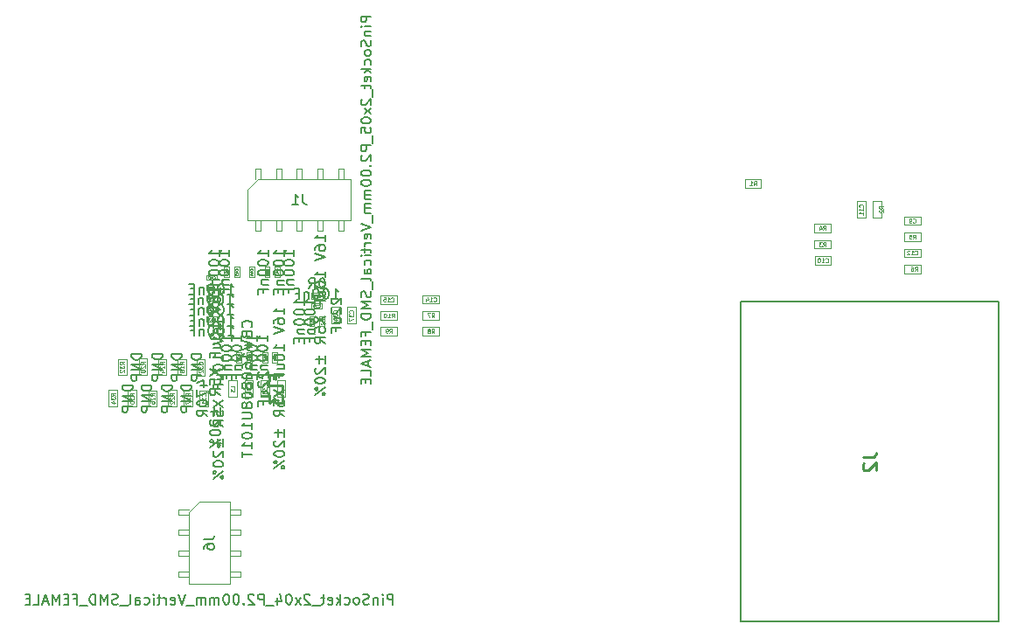
<source format=gbr>
G04 #@! TF.GenerationSoftware,KiCad,Pcbnew,8.0.0-rc1*
G04 #@! TF.CreationDate,2025-03-27T12:12:57+03:00*
G04 #@! TF.ProjectId,GSM_CT_V1.0,47534d5f-4354-45f5-9631-2e302e6b6963,rev?*
G04 #@! TF.SameCoordinates,Original*
G04 #@! TF.FileFunction,AssemblyDrawing,Bot*
%FSLAX46Y46*%
G04 Gerber Fmt 4.6, Leading zero omitted, Abs format (unit mm)*
G04 Created by KiCad (PCBNEW 8.0.0-rc1) date 2025-03-27 12:12:57*
%MOMM*%
%LPD*%
G01*
G04 APERTURE LIST*
%ADD10C,0.060000*%
%ADD11C,0.150000*%
%ADD12C,0.040000*%
%ADD13C,0.254000*%
%ADD14C,0.100000*%
%ADD15C,0.200000*%
G04 APERTURE END LIST*
D10*
X94659642Y-89471332D02*
X94678690Y-89490380D01*
X94678690Y-89490380D02*
X94735832Y-89509427D01*
X94735832Y-89509427D02*
X94773928Y-89509427D01*
X94773928Y-89509427D02*
X94831071Y-89490380D01*
X94831071Y-89490380D02*
X94869166Y-89452284D01*
X94869166Y-89452284D02*
X94888213Y-89414189D01*
X94888213Y-89414189D02*
X94907261Y-89337999D01*
X94907261Y-89337999D02*
X94907261Y-89280856D01*
X94907261Y-89280856D02*
X94888213Y-89204665D01*
X94888213Y-89204665D02*
X94869166Y-89166570D01*
X94869166Y-89166570D02*
X94831071Y-89128475D01*
X94831071Y-89128475D02*
X94773928Y-89109427D01*
X94773928Y-89109427D02*
X94735832Y-89109427D01*
X94735832Y-89109427D02*
X94678690Y-89128475D01*
X94678690Y-89128475D02*
X94659642Y-89147522D01*
X94278690Y-89509427D02*
X94507261Y-89509427D01*
X94392975Y-89509427D02*
X94392975Y-89109427D01*
X94392975Y-89109427D02*
X94431071Y-89166570D01*
X94431071Y-89166570D02*
X94469166Y-89204665D01*
X94469166Y-89204665D02*
X94507261Y-89223713D01*
X93935833Y-89242760D02*
X93935833Y-89509427D01*
X94031071Y-89090380D02*
X94126309Y-89376094D01*
X94126309Y-89376094D02*
X93878690Y-89376094D01*
X141257142Y-84953832D02*
X141276190Y-84972880D01*
X141276190Y-84972880D02*
X141333332Y-84991927D01*
X141333332Y-84991927D02*
X141371428Y-84991927D01*
X141371428Y-84991927D02*
X141428571Y-84972880D01*
X141428571Y-84972880D02*
X141466666Y-84934784D01*
X141466666Y-84934784D02*
X141485713Y-84896689D01*
X141485713Y-84896689D02*
X141504761Y-84820499D01*
X141504761Y-84820499D02*
X141504761Y-84763356D01*
X141504761Y-84763356D02*
X141485713Y-84687165D01*
X141485713Y-84687165D02*
X141466666Y-84649070D01*
X141466666Y-84649070D02*
X141428571Y-84610975D01*
X141428571Y-84610975D02*
X141371428Y-84591927D01*
X141371428Y-84591927D02*
X141333332Y-84591927D01*
X141333332Y-84591927D02*
X141276190Y-84610975D01*
X141276190Y-84610975D02*
X141257142Y-84630022D01*
X140876190Y-84991927D02*
X141104761Y-84991927D01*
X140990475Y-84991927D02*
X140990475Y-84591927D01*
X140990475Y-84591927D02*
X141028571Y-84649070D01*
X141028571Y-84649070D02*
X141066666Y-84687165D01*
X141066666Y-84687165D02*
X141104761Y-84706213D01*
X140723809Y-84630022D02*
X140704761Y-84610975D01*
X140704761Y-84610975D02*
X140666666Y-84591927D01*
X140666666Y-84591927D02*
X140571428Y-84591927D01*
X140571428Y-84591927D02*
X140533333Y-84610975D01*
X140533333Y-84610975D02*
X140514285Y-84630022D01*
X140514285Y-84630022D02*
X140495238Y-84668118D01*
X140495238Y-84668118D02*
X140495238Y-84706213D01*
X140495238Y-84706213D02*
X140514285Y-84763356D01*
X140514285Y-84763356D02*
X140742857Y-84991927D01*
X140742857Y-84991927D02*
X140495238Y-84991927D01*
D11*
X76989580Y-92007618D02*
X77037200Y-91959999D01*
X77037200Y-91959999D02*
X77084819Y-91817142D01*
X77084819Y-91817142D02*
X77084819Y-91721904D01*
X77084819Y-91721904D02*
X77037200Y-91579047D01*
X77037200Y-91579047D02*
X76941961Y-91483809D01*
X76941961Y-91483809D02*
X76846723Y-91436190D01*
X76846723Y-91436190D02*
X76656247Y-91388571D01*
X76656247Y-91388571D02*
X76513390Y-91388571D01*
X76513390Y-91388571D02*
X76322914Y-91436190D01*
X76322914Y-91436190D02*
X76227676Y-91483809D01*
X76227676Y-91483809D02*
X76132438Y-91579047D01*
X76132438Y-91579047D02*
X76084819Y-91721904D01*
X76084819Y-91721904D02*
X76084819Y-91817142D01*
X76084819Y-91817142D02*
X76132438Y-91959999D01*
X76132438Y-91959999D02*
X76180057Y-92007618D01*
X76561009Y-92769523D02*
X76608628Y-92912380D01*
X76608628Y-92912380D02*
X76656247Y-92959999D01*
X76656247Y-92959999D02*
X76751485Y-93007618D01*
X76751485Y-93007618D02*
X76894342Y-93007618D01*
X76894342Y-93007618D02*
X76989580Y-92959999D01*
X76989580Y-92959999D02*
X77037200Y-92912380D01*
X77037200Y-92912380D02*
X77084819Y-92817142D01*
X77084819Y-92817142D02*
X77084819Y-92436190D01*
X77084819Y-92436190D02*
X76084819Y-92436190D01*
X76084819Y-92436190D02*
X76084819Y-92769523D01*
X76084819Y-92769523D02*
X76132438Y-92864761D01*
X76132438Y-92864761D02*
X76180057Y-92912380D01*
X76180057Y-92912380D02*
X76275295Y-92959999D01*
X76275295Y-92959999D02*
X76370533Y-92959999D01*
X76370533Y-92959999D02*
X76465771Y-92912380D01*
X76465771Y-92912380D02*
X76513390Y-92864761D01*
X76513390Y-92864761D02*
X76561009Y-92769523D01*
X76561009Y-92769523D02*
X76561009Y-92436190D01*
X76084819Y-93340952D02*
X77084819Y-93579047D01*
X77084819Y-93579047D02*
X76370533Y-93769523D01*
X76370533Y-93769523D02*
X77084819Y-93959999D01*
X77084819Y-93959999D02*
X76084819Y-94198095D01*
X77084819Y-95102856D02*
X77084819Y-94531428D01*
X77084819Y-94817142D02*
X76084819Y-94817142D01*
X76084819Y-94817142D02*
X76227676Y-94721904D01*
X76227676Y-94721904D02*
X76322914Y-94626666D01*
X76322914Y-94626666D02*
X76370533Y-94531428D01*
X76084819Y-95959999D02*
X76084819Y-95769523D01*
X76084819Y-95769523D02*
X76132438Y-95674285D01*
X76132438Y-95674285D02*
X76180057Y-95626666D01*
X76180057Y-95626666D02*
X76322914Y-95531428D01*
X76322914Y-95531428D02*
X76513390Y-95483809D01*
X76513390Y-95483809D02*
X76894342Y-95483809D01*
X76894342Y-95483809D02*
X76989580Y-95531428D01*
X76989580Y-95531428D02*
X77037200Y-95579047D01*
X77037200Y-95579047D02*
X77084819Y-95674285D01*
X77084819Y-95674285D02*
X77084819Y-95864761D01*
X77084819Y-95864761D02*
X77037200Y-95959999D01*
X77037200Y-95959999D02*
X76989580Y-96007618D01*
X76989580Y-96007618D02*
X76894342Y-96055237D01*
X76894342Y-96055237D02*
X76656247Y-96055237D01*
X76656247Y-96055237D02*
X76561009Y-96007618D01*
X76561009Y-96007618D02*
X76513390Y-95959999D01*
X76513390Y-95959999D02*
X76465771Y-95864761D01*
X76465771Y-95864761D02*
X76465771Y-95674285D01*
X76465771Y-95674285D02*
X76513390Y-95579047D01*
X76513390Y-95579047D02*
X76561009Y-95531428D01*
X76561009Y-95531428D02*
X76656247Y-95483809D01*
X76084819Y-96674285D02*
X76084819Y-96769523D01*
X76084819Y-96769523D02*
X76132438Y-96864761D01*
X76132438Y-96864761D02*
X76180057Y-96912380D01*
X76180057Y-96912380D02*
X76275295Y-96959999D01*
X76275295Y-96959999D02*
X76465771Y-97007618D01*
X76465771Y-97007618D02*
X76703866Y-97007618D01*
X76703866Y-97007618D02*
X76894342Y-96959999D01*
X76894342Y-96959999D02*
X76989580Y-96912380D01*
X76989580Y-96912380D02*
X77037200Y-96864761D01*
X77037200Y-96864761D02*
X77084819Y-96769523D01*
X77084819Y-96769523D02*
X77084819Y-96674285D01*
X77084819Y-96674285D02*
X77037200Y-96579047D01*
X77037200Y-96579047D02*
X76989580Y-96531428D01*
X76989580Y-96531428D02*
X76894342Y-96483809D01*
X76894342Y-96483809D02*
X76703866Y-96436190D01*
X76703866Y-96436190D02*
X76465771Y-96436190D01*
X76465771Y-96436190D02*
X76275295Y-96483809D01*
X76275295Y-96483809D02*
X76180057Y-96531428D01*
X76180057Y-96531428D02*
X76132438Y-96579047D01*
X76132438Y-96579047D02*
X76084819Y-96674285D01*
X76513390Y-97579047D02*
X76465771Y-97483809D01*
X76465771Y-97483809D02*
X76418152Y-97436190D01*
X76418152Y-97436190D02*
X76322914Y-97388571D01*
X76322914Y-97388571D02*
X76275295Y-97388571D01*
X76275295Y-97388571D02*
X76180057Y-97436190D01*
X76180057Y-97436190D02*
X76132438Y-97483809D01*
X76132438Y-97483809D02*
X76084819Y-97579047D01*
X76084819Y-97579047D02*
X76084819Y-97769523D01*
X76084819Y-97769523D02*
X76132438Y-97864761D01*
X76132438Y-97864761D02*
X76180057Y-97912380D01*
X76180057Y-97912380D02*
X76275295Y-97959999D01*
X76275295Y-97959999D02*
X76322914Y-97959999D01*
X76322914Y-97959999D02*
X76418152Y-97912380D01*
X76418152Y-97912380D02*
X76465771Y-97864761D01*
X76465771Y-97864761D02*
X76513390Y-97769523D01*
X76513390Y-97769523D02*
X76513390Y-97579047D01*
X76513390Y-97579047D02*
X76561009Y-97483809D01*
X76561009Y-97483809D02*
X76608628Y-97436190D01*
X76608628Y-97436190D02*
X76703866Y-97388571D01*
X76703866Y-97388571D02*
X76894342Y-97388571D01*
X76894342Y-97388571D02*
X76989580Y-97436190D01*
X76989580Y-97436190D02*
X77037200Y-97483809D01*
X77037200Y-97483809D02*
X77084819Y-97579047D01*
X77084819Y-97579047D02*
X77084819Y-97769523D01*
X77084819Y-97769523D02*
X77037200Y-97864761D01*
X77037200Y-97864761D02*
X76989580Y-97912380D01*
X76989580Y-97912380D02*
X76894342Y-97959999D01*
X76894342Y-97959999D02*
X76703866Y-97959999D01*
X76703866Y-97959999D02*
X76608628Y-97912380D01*
X76608628Y-97912380D02*
X76561009Y-97864761D01*
X76561009Y-97864761D02*
X76513390Y-97769523D01*
X76084819Y-98579047D02*
X76084819Y-98674285D01*
X76084819Y-98674285D02*
X76132438Y-98769523D01*
X76132438Y-98769523D02*
X76180057Y-98817142D01*
X76180057Y-98817142D02*
X76275295Y-98864761D01*
X76275295Y-98864761D02*
X76465771Y-98912380D01*
X76465771Y-98912380D02*
X76703866Y-98912380D01*
X76703866Y-98912380D02*
X76894342Y-98864761D01*
X76894342Y-98864761D02*
X76989580Y-98817142D01*
X76989580Y-98817142D02*
X77037200Y-98769523D01*
X77037200Y-98769523D02*
X77084819Y-98674285D01*
X77084819Y-98674285D02*
X77084819Y-98579047D01*
X77084819Y-98579047D02*
X77037200Y-98483809D01*
X77037200Y-98483809D02*
X76989580Y-98436190D01*
X76989580Y-98436190D02*
X76894342Y-98388571D01*
X76894342Y-98388571D02*
X76703866Y-98340952D01*
X76703866Y-98340952D02*
X76465771Y-98340952D01*
X76465771Y-98340952D02*
X76275295Y-98388571D01*
X76275295Y-98388571D02*
X76180057Y-98436190D01*
X76180057Y-98436190D02*
X76132438Y-98483809D01*
X76132438Y-98483809D02*
X76084819Y-98579047D01*
X76513390Y-99483809D02*
X76465771Y-99388571D01*
X76465771Y-99388571D02*
X76418152Y-99340952D01*
X76418152Y-99340952D02*
X76322914Y-99293333D01*
X76322914Y-99293333D02*
X76275295Y-99293333D01*
X76275295Y-99293333D02*
X76180057Y-99340952D01*
X76180057Y-99340952D02*
X76132438Y-99388571D01*
X76132438Y-99388571D02*
X76084819Y-99483809D01*
X76084819Y-99483809D02*
X76084819Y-99674285D01*
X76084819Y-99674285D02*
X76132438Y-99769523D01*
X76132438Y-99769523D02*
X76180057Y-99817142D01*
X76180057Y-99817142D02*
X76275295Y-99864761D01*
X76275295Y-99864761D02*
X76322914Y-99864761D01*
X76322914Y-99864761D02*
X76418152Y-99817142D01*
X76418152Y-99817142D02*
X76465771Y-99769523D01*
X76465771Y-99769523D02*
X76513390Y-99674285D01*
X76513390Y-99674285D02*
X76513390Y-99483809D01*
X76513390Y-99483809D02*
X76561009Y-99388571D01*
X76561009Y-99388571D02*
X76608628Y-99340952D01*
X76608628Y-99340952D02*
X76703866Y-99293333D01*
X76703866Y-99293333D02*
X76894342Y-99293333D01*
X76894342Y-99293333D02*
X76989580Y-99340952D01*
X76989580Y-99340952D02*
X77037200Y-99388571D01*
X77037200Y-99388571D02*
X77084819Y-99483809D01*
X77084819Y-99483809D02*
X77084819Y-99674285D01*
X77084819Y-99674285D02*
X77037200Y-99769523D01*
X77037200Y-99769523D02*
X76989580Y-99817142D01*
X76989580Y-99817142D02*
X76894342Y-99864761D01*
X76894342Y-99864761D02*
X76703866Y-99864761D01*
X76703866Y-99864761D02*
X76608628Y-99817142D01*
X76608628Y-99817142D02*
X76561009Y-99769523D01*
X76561009Y-99769523D02*
X76513390Y-99674285D01*
X76084819Y-100293333D02*
X76894342Y-100293333D01*
X76894342Y-100293333D02*
X76989580Y-100340952D01*
X76989580Y-100340952D02*
X77037200Y-100388571D01*
X77037200Y-100388571D02*
X77084819Y-100483809D01*
X77084819Y-100483809D02*
X77084819Y-100674285D01*
X77084819Y-100674285D02*
X77037200Y-100769523D01*
X77037200Y-100769523D02*
X76989580Y-100817142D01*
X76989580Y-100817142D02*
X76894342Y-100864761D01*
X76894342Y-100864761D02*
X76084819Y-100864761D01*
X77084819Y-101864761D02*
X77084819Y-101293333D01*
X77084819Y-101579047D02*
X76084819Y-101579047D01*
X76084819Y-101579047D02*
X76227676Y-101483809D01*
X76227676Y-101483809D02*
X76322914Y-101388571D01*
X76322914Y-101388571D02*
X76370533Y-101293333D01*
X76084819Y-102483809D02*
X76084819Y-102579047D01*
X76084819Y-102579047D02*
X76132438Y-102674285D01*
X76132438Y-102674285D02*
X76180057Y-102721904D01*
X76180057Y-102721904D02*
X76275295Y-102769523D01*
X76275295Y-102769523D02*
X76465771Y-102817142D01*
X76465771Y-102817142D02*
X76703866Y-102817142D01*
X76703866Y-102817142D02*
X76894342Y-102769523D01*
X76894342Y-102769523D02*
X76989580Y-102721904D01*
X76989580Y-102721904D02*
X77037200Y-102674285D01*
X77037200Y-102674285D02*
X77084819Y-102579047D01*
X77084819Y-102579047D02*
X77084819Y-102483809D01*
X77084819Y-102483809D02*
X77037200Y-102388571D01*
X77037200Y-102388571D02*
X76989580Y-102340952D01*
X76989580Y-102340952D02*
X76894342Y-102293333D01*
X76894342Y-102293333D02*
X76703866Y-102245714D01*
X76703866Y-102245714D02*
X76465771Y-102245714D01*
X76465771Y-102245714D02*
X76275295Y-102293333D01*
X76275295Y-102293333D02*
X76180057Y-102340952D01*
X76180057Y-102340952D02*
X76132438Y-102388571D01*
X76132438Y-102388571D02*
X76084819Y-102483809D01*
X77084819Y-103769523D02*
X77084819Y-103198095D01*
X77084819Y-103483809D02*
X76084819Y-103483809D01*
X76084819Y-103483809D02*
X76227676Y-103388571D01*
X76227676Y-103388571D02*
X76322914Y-103293333D01*
X76322914Y-103293333D02*
X76370533Y-103198095D01*
X76084819Y-104055238D02*
X76084819Y-104626666D01*
X77084819Y-104340952D02*
X76084819Y-104340952D01*
D10*
X75381927Y-97893333D02*
X75381927Y-97702857D01*
X75381927Y-97702857D02*
X74981927Y-97702857D01*
X74981927Y-97988571D02*
X74981927Y-98236190D01*
X74981927Y-98236190D02*
X75134308Y-98102857D01*
X75134308Y-98102857D02*
X75134308Y-98160000D01*
X75134308Y-98160000D02*
X75153356Y-98198095D01*
X75153356Y-98198095D02*
X75172403Y-98217143D01*
X75172403Y-98217143D02*
X75210499Y-98236190D01*
X75210499Y-98236190D02*
X75305737Y-98236190D01*
X75305737Y-98236190D02*
X75343832Y-98217143D01*
X75343832Y-98217143D02*
X75362880Y-98198095D01*
X75362880Y-98198095D02*
X75381927Y-98160000D01*
X75381927Y-98160000D02*
X75381927Y-98045714D01*
X75381927Y-98045714D02*
X75362880Y-98007619D01*
X75362880Y-98007619D02*
X75343832Y-97988571D01*
D11*
X75084819Y-93372380D02*
X75084819Y-92800952D01*
X75084819Y-93086666D02*
X74084819Y-93086666D01*
X74084819Y-93086666D02*
X74227676Y-92991428D01*
X74227676Y-92991428D02*
X74322914Y-92896190D01*
X74322914Y-92896190D02*
X74370533Y-92800952D01*
X74084819Y-93991428D02*
X74084819Y-94086666D01*
X74084819Y-94086666D02*
X74132438Y-94181904D01*
X74132438Y-94181904D02*
X74180057Y-94229523D01*
X74180057Y-94229523D02*
X74275295Y-94277142D01*
X74275295Y-94277142D02*
X74465771Y-94324761D01*
X74465771Y-94324761D02*
X74703866Y-94324761D01*
X74703866Y-94324761D02*
X74894342Y-94277142D01*
X74894342Y-94277142D02*
X74989580Y-94229523D01*
X74989580Y-94229523D02*
X75037200Y-94181904D01*
X75037200Y-94181904D02*
X75084819Y-94086666D01*
X75084819Y-94086666D02*
X75084819Y-93991428D01*
X75084819Y-93991428D02*
X75037200Y-93896190D01*
X75037200Y-93896190D02*
X74989580Y-93848571D01*
X74989580Y-93848571D02*
X74894342Y-93800952D01*
X74894342Y-93800952D02*
X74703866Y-93753333D01*
X74703866Y-93753333D02*
X74465771Y-93753333D01*
X74465771Y-93753333D02*
X74275295Y-93800952D01*
X74275295Y-93800952D02*
X74180057Y-93848571D01*
X74180057Y-93848571D02*
X74132438Y-93896190D01*
X74132438Y-93896190D02*
X74084819Y-93991428D01*
X74084819Y-94943809D02*
X74084819Y-95039047D01*
X74084819Y-95039047D02*
X74132438Y-95134285D01*
X74132438Y-95134285D02*
X74180057Y-95181904D01*
X74180057Y-95181904D02*
X74275295Y-95229523D01*
X74275295Y-95229523D02*
X74465771Y-95277142D01*
X74465771Y-95277142D02*
X74703866Y-95277142D01*
X74703866Y-95277142D02*
X74894342Y-95229523D01*
X74894342Y-95229523D02*
X74989580Y-95181904D01*
X74989580Y-95181904D02*
X75037200Y-95134285D01*
X75037200Y-95134285D02*
X75084819Y-95039047D01*
X75084819Y-95039047D02*
X75084819Y-94943809D01*
X75084819Y-94943809D02*
X75037200Y-94848571D01*
X75037200Y-94848571D02*
X74989580Y-94800952D01*
X74989580Y-94800952D02*
X74894342Y-94753333D01*
X74894342Y-94753333D02*
X74703866Y-94705714D01*
X74703866Y-94705714D02*
X74465771Y-94705714D01*
X74465771Y-94705714D02*
X74275295Y-94753333D01*
X74275295Y-94753333D02*
X74180057Y-94800952D01*
X74180057Y-94800952D02*
X74132438Y-94848571D01*
X74132438Y-94848571D02*
X74084819Y-94943809D01*
X74418152Y-95705714D02*
X75084819Y-95705714D01*
X74513390Y-95705714D02*
X74465771Y-95753333D01*
X74465771Y-95753333D02*
X74418152Y-95848571D01*
X74418152Y-95848571D02*
X74418152Y-95991428D01*
X74418152Y-95991428D02*
X74465771Y-96086666D01*
X74465771Y-96086666D02*
X74561009Y-96134285D01*
X74561009Y-96134285D02*
X75084819Y-96134285D01*
X74561009Y-96943809D02*
X74561009Y-96610476D01*
X75084819Y-96610476D02*
X74084819Y-96610476D01*
X74084819Y-96610476D02*
X74084819Y-97086666D01*
D12*
X75879765Y-94759285D02*
X75891670Y-94747381D01*
X75891670Y-94747381D02*
X75903574Y-94711666D01*
X75903574Y-94711666D02*
X75903574Y-94687857D01*
X75903574Y-94687857D02*
X75891670Y-94652143D01*
X75891670Y-94652143D02*
X75867860Y-94628333D01*
X75867860Y-94628333D02*
X75844050Y-94616428D01*
X75844050Y-94616428D02*
X75796431Y-94604524D01*
X75796431Y-94604524D02*
X75760717Y-94604524D01*
X75760717Y-94604524D02*
X75713098Y-94616428D01*
X75713098Y-94616428D02*
X75689289Y-94628333D01*
X75689289Y-94628333D02*
X75665479Y-94652143D01*
X75665479Y-94652143D02*
X75653574Y-94687857D01*
X75653574Y-94687857D02*
X75653574Y-94711666D01*
X75653574Y-94711666D02*
X75665479Y-94747381D01*
X75665479Y-94747381D02*
X75677384Y-94759285D01*
X75653574Y-94842619D02*
X75653574Y-94997381D01*
X75653574Y-94997381D02*
X75748812Y-94914047D01*
X75748812Y-94914047D02*
X75748812Y-94949762D01*
X75748812Y-94949762D02*
X75760717Y-94973571D01*
X75760717Y-94973571D02*
X75772622Y-94985476D01*
X75772622Y-94985476D02*
X75796431Y-94997381D01*
X75796431Y-94997381D02*
X75855955Y-94997381D01*
X75855955Y-94997381D02*
X75879765Y-94985476D01*
X75879765Y-94985476D02*
X75891670Y-94973571D01*
X75891670Y-94973571D02*
X75903574Y-94949762D01*
X75903574Y-94949762D02*
X75903574Y-94878333D01*
X75903574Y-94878333D02*
X75891670Y-94854524D01*
X75891670Y-94854524D02*
X75879765Y-94842619D01*
X75903574Y-95116428D02*
X75903574Y-95164047D01*
X75903574Y-95164047D02*
X75891670Y-95187857D01*
X75891670Y-95187857D02*
X75879765Y-95199761D01*
X75879765Y-95199761D02*
X75844050Y-95223571D01*
X75844050Y-95223571D02*
X75796431Y-95235476D01*
X75796431Y-95235476D02*
X75701193Y-95235476D01*
X75701193Y-95235476D02*
X75677384Y-95223571D01*
X75677384Y-95223571D02*
X75665479Y-95211666D01*
X75665479Y-95211666D02*
X75653574Y-95187857D01*
X75653574Y-95187857D02*
X75653574Y-95140238D01*
X75653574Y-95140238D02*
X75665479Y-95116428D01*
X75665479Y-95116428D02*
X75677384Y-95104523D01*
X75677384Y-95104523D02*
X75701193Y-95092619D01*
X75701193Y-95092619D02*
X75760717Y-95092619D01*
X75760717Y-95092619D02*
X75784527Y-95104523D01*
X75784527Y-95104523D02*
X75796431Y-95116428D01*
X75796431Y-95116428D02*
X75808336Y-95140238D01*
X75808336Y-95140238D02*
X75808336Y-95187857D01*
X75808336Y-95187857D02*
X75796431Y-95211666D01*
X75796431Y-95211666D02*
X75784527Y-95223571D01*
X75784527Y-95223571D02*
X75760717Y-95235476D01*
D11*
X77740057Y-96317143D02*
X77692438Y-96364762D01*
X77692438Y-96364762D02*
X77644819Y-96460000D01*
X77644819Y-96460000D02*
X77644819Y-96698095D01*
X77644819Y-96698095D02*
X77692438Y-96793333D01*
X77692438Y-96793333D02*
X77740057Y-96840952D01*
X77740057Y-96840952D02*
X77835295Y-96888571D01*
X77835295Y-96888571D02*
X77930533Y-96888571D01*
X77930533Y-96888571D02*
X78073390Y-96840952D01*
X78073390Y-96840952D02*
X78644819Y-96269524D01*
X78644819Y-96269524D02*
X78644819Y-96888571D01*
X77740057Y-97269524D02*
X77692438Y-97317143D01*
X77692438Y-97317143D02*
X77644819Y-97412381D01*
X77644819Y-97412381D02*
X77644819Y-97650476D01*
X77644819Y-97650476D02*
X77692438Y-97745714D01*
X77692438Y-97745714D02*
X77740057Y-97793333D01*
X77740057Y-97793333D02*
X77835295Y-97840952D01*
X77835295Y-97840952D02*
X77930533Y-97840952D01*
X77930533Y-97840952D02*
X78073390Y-97793333D01*
X78073390Y-97793333D02*
X78644819Y-97221905D01*
X78644819Y-97221905D02*
X78644819Y-97840952D01*
X77978152Y-98698095D02*
X78644819Y-98698095D01*
X77978152Y-98269524D02*
X78501961Y-98269524D01*
X78501961Y-98269524D02*
X78597200Y-98317143D01*
X78597200Y-98317143D02*
X78644819Y-98412381D01*
X78644819Y-98412381D02*
X78644819Y-98555238D01*
X78644819Y-98555238D02*
X78597200Y-98650476D01*
X78597200Y-98650476D02*
X78549580Y-98698095D01*
X78121009Y-99507619D02*
X78121009Y-99174286D01*
X78644819Y-99174286D02*
X77644819Y-99174286D01*
X77644819Y-99174286D02*
X77644819Y-99650476D01*
D10*
X76903832Y-97702857D02*
X76922880Y-97683809D01*
X76922880Y-97683809D02*
X76941927Y-97626667D01*
X76941927Y-97626667D02*
X76941927Y-97588571D01*
X76941927Y-97588571D02*
X76922880Y-97531428D01*
X76922880Y-97531428D02*
X76884784Y-97493333D01*
X76884784Y-97493333D02*
X76846689Y-97474286D01*
X76846689Y-97474286D02*
X76770499Y-97455238D01*
X76770499Y-97455238D02*
X76713356Y-97455238D01*
X76713356Y-97455238D02*
X76637165Y-97474286D01*
X76637165Y-97474286D02*
X76599070Y-97493333D01*
X76599070Y-97493333D02*
X76560975Y-97531428D01*
X76560975Y-97531428D02*
X76541927Y-97588571D01*
X76541927Y-97588571D02*
X76541927Y-97626667D01*
X76541927Y-97626667D02*
X76560975Y-97683809D01*
X76560975Y-97683809D02*
X76580022Y-97702857D01*
X76541927Y-97836190D02*
X76541927Y-98083809D01*
X76541927Y-98083809D02*
X76694308Y-97950476D01*
X76694308Y-97950476D02*
X76694308Y-98007619D01*
X76694308Y-98007619D02*
X76713356Y-98045714D01*
X76713356Y-98045714D02*
X76732403Y-98064762D01*
X76732403Y-98064762D02*
X76770499Y-98083809D01*
X76770499Y-98083809D02*
X76865737Y-98083809D01*
X76865737Y-98083809D02*
X76903832Y-98064762D01*
X76903832Y-98064762D02*
X76922880Y-98045714D01*
X76922880Y-98045714D02*
X76941927Y-98007619D01*
X76941927Y-98007619D02*
X76941927Y-97893333D01*
X76941927Y-97893333D02*
X76922880Y-97855238D01*
X76922880Y-97855238D02*
X76903832Y-97836190D01*
X76541927Y-98426666D02*
X76541927Y-98350476D01*
X76541927Y-98350476D02*
X76560975Y-98312380D01*
X76560975Y-98312380D02*
X76580022Y-98293333D01*
X76580022Y-98293333D02*
X76637165Y-98255238D01*
X76637165Y-98255238D02*
X76713356Y-98236190D01*
X76713356Y-98236190D02*
X76865737Y-98236190D01*
X76865737Y-98236190D02*
X76903832Y-98255238D01*
X76903832Y-98255238D02*
X76922880Y-98274285D01*
X76922880Y-98274285D02*
X76941927Y-98312380D01*
X76941927Y-98312380D02*
X76941927Y-98388571D01*
X76941927Y-98388571D02*
X76922880Y-98426666D01*
X76922880Y-98426666D02*
X76903832Y-98445714D01*
X76903832Y-98445714D02*
X76865737Y-98464761D01*
X76865737Y-98464761D02*
X76770499Y-98464761D01*
X76770499Y-98464761D02*
X76732403Y-98445714D01*
X76732403Y-98445714D02*
X76713356Y-98426666D01*
X76713356Y-98426666D02*
X76694308Y-98388571D01*
X76694308Y-98388571D02*
X76694308Y-98312380D01*
X76694308Y-98312380D02*
X76713356Y-98274285D01*
X76713356Y-98274285D02*
X76732403Y-98255238D01*
X76732403Y-98255238D02*
X76770499Y-98236190D01*
X90554642Y-89496332D02*
X90573690Y-89515380D01*
X90573690Y-89515380D02*
X90630832Y-89534427D01*
X90630832Y-89534427D02*
X90668928Y-89534427D01*
X90668928Y-89534427D02*
X90726071Y-89515380D01*
X90726071Y-89515380D02*
X90764166Y-89477284D01*
X90764166Y-89477284D02*
X90783213Y-89439189D01*
X90783213Y-89439189D02*
X90802261Y-89362999D01*
X90802261Y-89362999D02*
X90802261Y-89305856D01*
X90802261Y-89305856D02*
X90783213Y-89229665D01*
X90783213Y-89229665D02*
X90764166Y-89191570D01*
X90764166Y-89191570D02*
X90726071Y-89153475D01*
X90726071Y-89153475D02*
X90668928Y-89134427D01*
X90668928Y-89134427D02*
X90630832Y-89134427D01*
X90630832Y-89134427D02*
X90573690Y-89153475D01*
X90573690Y-89153475D02*
X90554642Y-89172522D01*
X90173690Y-89534427D02*
X90402261Y-89534427D01*
X90287975Y-89534427D02*
X90287975Y-89134427D01*
X90287975Y-89134427D02*
X90326071Y-89191570D01*
X90326071Y-89191570D02*
X90364166Y-89229665D01*
X90364166Y-89229665D02*
X90402261Y-89248713D01*
X89811785Y-89134427D02*
X90002261Y-89134427D01*
X90002261Y-89134427D02*
X90021309Y-89324903D01*
X90021309Y-89324903D02*
X90002261Y-89305856D01*
X90002261Y-89305856D02*
X89964166Y-89286808D01*
X89964166Y-89286808D02*
X89868928Y-89286808D01*
X89868928Y-89286808D02*
X89830833Y-89305856D01*
X89830833Y-89305856D02*
X89811785Y-89324903D01*
X89811785Y-89324903D02*
X89792738Y-89362999D01*
X89792738Y-89362999D02*
X89792738Y-89458237D01*
X89792738Y-89458237D02*
X89811785Y-89496332D01*
X89811785Y-89496332D02*
X89830833Y-89515380D01*
X89830833Y-89515380D02*
X89868928Y-89534427D01*
X89868928Y-89534427D02*
X89964166Y-89534427D01*
X89964166Y-89534427D02*
X90002261Y-89515380D01*
X90002261Y-89515380D02*
X90021309Y-89496332D01*
X94456666Y-92591927D02*
X94589999Y-92401451D01*
X94685237Y-92591927D02*
X94685237Y-92191927D01*
X94685237Y-92191927D02*
X94532856Y-92191927D01*
X94532856Y-92191927D02*
X94494761Y-92210975D01*
X94494761Y-92210975D02*
X94475714Y-92230022D01*
X94475714Y-92230022D02*
X94456666Y-92268118D01*
X94456666Y-92268118D02*
X94456666Y-92325260D01*
X94456666Y-92325260D02*
X94475714Y-92363356D01*
X94475714Y-92363356D02*
X94494761Y-92382403D01*
X94494761Y-92382403D02*
X94532856Y-92401451D01*
X94532856Y-92401451D02*
X94685237Y-92401451D01*
X94228095Y-92363356D02*
X94266190Y-92344308D01*
X94266190Y-92344308D02*
X94285237Y-92325260D01*
X94285237Y-92325260D02*
X94304285Y-92287165D01*
X94304285Y-92287165D02*
X94304285Y-92268118D01*
X94304285Y-92268118D02*
X94285237Y-92230022D01*
X94285237Y-92230022D02*
X94266190Y-92210975D01*
X94266190Y-92210975D02*
X94228095Y-92191927D01*
X94228095Y-92191927D02*
X94151904Y-92191927D01*
X94151904Y-92191927D02*
X94113809Y-92210975D01*
X94113809Y-92210975D02*
X94094761Y-92230022D01*
X94094761Y-92230022D02*
X94075714Y-92268118D01*
X94075714Y-92268118D02*
X94075714Y-92287165D01*
X94075714Y-92287165D02*
X94094761Y-92325260D01*
X94094761Y-92325260D02*
X94113809Y-92344308D01*
X94113809Y-92344308D02*
X94151904Y-92363356D01*
X94151904Y-92363356D02*
X94228095Y-92363356D01*
X94228095Y-92363356D02*
X94266190Y-92382403D01*
X94266190Y-92382403D02*
X94285237Y-92401451D01*
X94285237Y-92401451D02*
X94304285Y-92439546D01*
X94304285Y-92439546D02*
X94304285Y-92515737D01*
X94304285Y-92515737D02*
X94285237Y-92553832D01*
X94285237Y-92553832D02*
X94266190Y-92572880D01*
X94266190Y-92572880D02*
X94228095Y-92591927D01*
X94228095Y-92591927D02*
X94151904Y-92591927D01*
X94151904Y-92591927D02*
X94113809Y-92572880D01*
X94113809Y-92572880D02*
X94094761Y-92553832D01*
X94094761Y-92553832D02*
X94075714Y-92515737D01*
X94075714Y-92515737D02*
X94075714Y-92439546D01*
X94075714Y-92439546D02*
X94094761Y-92401451D01*
X94094761Y-92401451D02*
X94113809Y-92382403D01*
X94113809Y-92382403D02*
X94151904Y-92363356D01*
D11*
X90723978Y-118863083D02*
X90723978Y-117863083D01*
X90723978Y-117863083D02*
X90343026Y-117863083D01*
X90343026Y-117863083D02*
X90247788Y-117910702D01*
X90247788Y-117910702D02*
X90200169Y-117958321D01*
X90200169Y-117958321D02*
X90152550Y-118053559D01*
X90152550Y-118053559D02*
X90152550Y-118196416D01*
X90152550Y-118196416D02*
X90200169Y-118291654D01*
X90200169Y-118291654D02*
X90247788Y-118339273D01*
X90247788Y-118339273D02*
X90343026Y-118386892D01*
X90343026Y-118386892D02*
X90723978Y-118386892D01*
X89723978Y-118863083D02*
X89723978Y-118196416D01*
X89723978Y-117863083D02*
X89771597Y-117910702D01*
X89771597Y-117910702D02*
X89723978Y-117958321D01*
X89723978Y-117958321D02*
X89676359Y-117910702D01*
X89676359Y-117910702D02*
X89723978Y-117863083D01*
X89723978Y-117863083D02*
X89723978Y-117958321D01*
X89247788Y-118196416D02*
X89247788Y-118863083D01*
X89247788Y-118291654D02*
X89200169Y-118244035D01*
X89200169Y-118244035D02*
X89104931Y-118196416D01*
X89104931Y-118196416D02*
X88962074Y-118196416D01*
X88962074Y-118196416D02*
X88866836Y-118244035D01*
X88866836Y-118244035D02*
X88819217Y-118339273D01*
X88819217Y-118339273D02*
X88819217Y-118863083D01*
X88390645Y-118815464D02*
X88247788Y-118863083D01*
X88247788Y-118863083D02*
X88009693Y-118863083D01*
X88009693Y-118863083D02*
X87914455Y-118815464D01*
X87914455Y-118815464D02*
X87866836Y-118767844D01*
X87866836Y-118767844D02*
X87819217Y-118672606D01*
X87819217Y-118672606D02*
X87819217Y-118577368D01*
X87819217Y-118577368D02*
X87866836Y-118482130D01*
X87866836Y-118482130D02*
X87914455Y-118434511D01*
X87914455Y-118434511D02*
X88009693Y-118386892D01*
X88009693Y-118386892D02*
X88200169Y-118339273D01*
X88200169Y-118339273D02*
X88295407Y-118291654D01*
X88295407Y-118291654D02*
X88343026Y-118244035D01*
X88343026Y-118244035D02*
X88390645Y-118148797D01*
X88390645Y-118148797D02*
X88390645Y-118053559D01*
X88390645Y-118053559D02*
X88343026Y-117958321D01*
X88343026Y-117958321D02*
X88295407Y-117910702D01*
X88295407Y-117910702D02*
X88200169Y-117863083D01*
X88200169Y-117863083D02*
X87962074Y-117863083D01*
X87962074Y-117863083D02*
X87819217Y-117910702D01*
X87247788Y-118863083D02*
X87343026Y-118815464D01*
X87343026Y-118815464D02*
X87390645Y-118767844D01*
X87390645Y-118767844D02*
X87438264Y-118672606D01*
X87438264Y-118672606D02*
X87438264Y-118386892D01*
X87438264Y-118386892D02*
X87390645Y-118291654D01*
X87390645Y-118291654D02*
X87343026Y-118244035D01*
X87343026Y-118244035D02*
X87247788Y-118196416D01*
X87247788Y-118196416D02*
X87104931Y-118196416D01*
X87104931Y-118196416D02*
X87009693Y-118244035D01*
X87009693Y-118244035D02*
X86962074Y-118291654D01*
X86962074Y-118291654D02*
X86914455Y-118386892D01*
X86914455Y-118386892D02*
X86914455Y-118672606D01*
X86914455Y-118672606D02*
X86962074Y-118767844D01*
X86962074Y-118767844D02*
X87009693Y-118815464D01*
X87009693Y-118815464D02*
X87104931Y-118863083D01*
X87104931Y-118863083D02*
X87247788Y-118863083D01*
X86057312Y-118815464D02*
X86152550Y-118863083D01*
X86152550Y-118863083D02*
X86343026Y-118863083D01*
X86343026Y-118863083D02*
X86438264Y-118815464D01*
X86438264Y-118815464D02*
X86485883Y-118767844D01*
X86485883Y-118767844D02*
X86533502Y-118672606D01*
X86533502Y-118672606D02*
X86533502Y-118386892D01*
X86533502Y-118386892D02*
X86485883Y-118291654D01*
X86485883Y-118291654D02*
X86438264Y-118244035D01*
X86438264Y-118244035D02*
X86343026Y-118196416D01*
X86343026Y-118196416D02*
X86152550Y-118196416D01*
X86152550Y-118196416D02*
X86057312Y-118244035D01*
X85628740Y-118863083D02*
X85628740Y-117863083D01*
X85533502Y-118482130D02*
X85247788Y-118863083D01*
X85247788Y-118196416D02*
X85628740Y-118577368D01*
X84438264Y-118815464D02*
X84533502Y-118863083D01*
X84533502Y-118863083D02*
X84723978Y-118863083D01*
X84723978Y-118863083D02*
X84819216Y-118815464D01*
X84819216Y-118815464D02*
X84866835Y-118720225D01*
X84866835Y-118720225D02*
X84866835Y-118339273D01*
X84866835Y-118339273D02*
X84819216Y-118244035D01*
X84819216Y-118244035D02*
X84723978Y-118196416D01*
X84723978Y-118196416D02*
X84533502Y-118196416D01*
X84533502Y-118196416D02*
X84438264Y-118244035D01*
X84438264Y-118244035D02*
X84390645Y-118339273D01*
X84390645Y-118339273D02*
X84390645Y-118434511D01*
X84390645Y-118434511D02*
X84866835Y-118529749D01*
X84104930Y-118196416D02*
X83723978Y-118196416D01*
X83962073Y-117863083D02*
X83962073Y-118720225D01*
X83962073Y-118720225D02*
X83914454Y-118815464D01*
X83914454Y-118815464D02*
X83819216Y-118863083D01*
X83819216Y-118863083D02*
X83723978Y-118863083D01*
X83628740Y-118958321D02*
X82866835Y-118958321D01*
X82676358Y-117958321D02*
X82628739Y-117910702D01*
X82628739Y-117910702D02*
X82533501Y-117863083D01*
X82533501Y-117863083D02*
X82295406Y-117863083D01*
X82295406Y-117863083D02*
X82200168Y-117910702D01*
X82200168Y-117910702D02*
X82152549Y-117958321D01*
X82152549Y-117958321D02*
X82104930Y-118053559D01*
X82104930Y-118053559D02*
X82104930Y-118148797D01*
X82104930Y-118148797D02*
X82152549Y-118291654D01*
X82152549Y-118291654D02*
X82723977Y-118863083D01*
X82723977Y-118863083D02*
X82104930Y-118863083D01*
X81771596Y-118863083D02*
X81247787Y-118196416D01*
X81771596Y-118196416D02*
X81247787Y-118863083D01*
X80676358Y-117863083D02*
X80581120Y-117863083D01*
X80581120Y-117863083D02*
X80485882Y-117910702D01*
X80485882Y-117910702D02*
X80438263Y-117958321D01*
X80438263Y-117958321D02*
X80390644Y-118053559D01*
X80390644Y-118053559D02*
X80343025Y-118244035D01*
X80343025Y-118244035D02*
X80343025Y-118482130D01*
X80343025Y-118482130D02*
X80390644Y-118672606D01*
X80390644Y-118672606D02*
X80438263Y-118767844D01*
X80438263Y-118767844D02*
X80485882Y-118815464D01*
X80485882Y-118815464D02*
X80581120Y-118863083D01*
X80581120Y-118863083D02*
X80676358Y-118863083D01*
X80676358Y-118863083D02*
X80771596Y-118815464D01*
X80771596Y-118815464D02*
X80819215Y-118767844D01*
X80819215Y-118767844D02*
X80866834Y-118672606D01*
X80866834Y-118672606D02*
X80914453Y-118482130D01*
X80914453Y-118482130D02*
X80914453Y-118244035D01*
X80914453Y-118244035D02*
X80866834Y-118053559D01*
X80866834Y-118053559D02*
X80819215Y-117958321D01*
X80819215Y-117958321D02*
X80771596Y-117910702D01*
X80771596Y-117910702D02*
X80676358Y-117863083D01*
X79485882Y-118196416D02*
X79485882Y-118863083D01*
X79723977Y-117815464D02*
X79962072Y-118529749D01*
X79962072Y-118529749D02*
X79343025Y-118529749D01*
X79200168Y-118958321D02*
X78438263Y-118958321D01*
X78200167Y-118863083D02*
X78200167Y-117863083D01*
X78200167Y-117863083D02*
X77819215Y-117863083D01*
X77819215Y-117863083D02*
X77723977Y-117910702D01*
X77723977Y-117910702D02*
X77676358Y-117958321D01*
X77676358Y-117958321D02*
X77628739Y-118053559D01*
X77628739Y-118053559D02*
X77628739Y-118196416D01*
X77628739Y-118196416D02*
X77676358Y-118291654D01*
X77676358Y-118291654D02*
X77723977Y-118339273D01*
X77723977Y-118339273D02*
X77819215Y-118386892D01*
X77819215Y-118386892D02*
X78200167Y-118386892D01*
X77247786Y-117958321D02*
X77200167Y-117910702D01*
X77200167Y-117910702D02*
X77104929Y-117863083D01*
X77104929Y-117863083D02*
X76866834Y-117863083D01*
X76866834Y-117863083D02*
X76771596Y-117910702D01*
X76771596Y-117910702D02*
X76723977Y-117958321D01*
X76723977Y-117958321D02*
X76676358Y-118053559D01*
X76676358Y-118053559D02*
X76676358Y-118148797D01*
X76676358Y-118148797D02*
X76723977Y-118291654D01*
X76723977Y-118291654D02*
X77295405Y-118863083D01*
X77295405Y-118863083D02*
X76676358Y-118863083D01*
X76247786Y-118767844D02*
X76200167Y-118815464D01*
X76200167Y-118815464D02*
X76247786Y-118863083D01*
X76247786Y-118863083D02*
X76295405Y-118815464D01*
X76295405Y-118815464D02*
X76247786Y-118767844D01*
X76247786Y-118767844D02*
X76247786Y-118863083D01*
X75581120Y-117863083D02*
X75485882Y-117863083D01*
X75485882Y-117863083D02*
X75390644Y-117910702D01*
X75390644Y-117910702D02*
X75343025Y-117958321D01*
X75343025Y-117958321D02*
X75295406Y-118053559D01*
X75295406Y-118053559D02*
X75247787Y-118244035D01*
X75247787Y-118244035D02*
X75247787Y-118482130D01*
X75247787Y-118482130D02*
X75295406Y-118672606D01*
X75295406Y-118672606D02*
X75343025Y-118767844D01*
X75343025Y-118767844D02*
X75390644Y-118815464D01*
X75390644Y-118815464D02*
X75485882Y-118863083D01*
X75485882Y-118863083D02*
X75581120Y-118863083D01*
X75581120Y-118863083D02*
X75676358Y-118815464D01*
X75676358Y-118815464D02*
X75723977Y-118767844D01*
X75723977Y-118767844D02*
X75771596Y-118672606D01*
X75771596Y-118672606D02*
X75819215Y-118482130D01*
X75819215Y-118482130D02*
X75819215Y-118244035D01*
X75819215Y-118244035D02*
X75771596Y-118053559D01*
X75771596Y-118053559D02*
X75723977Y-117958321D01*
X75723977Y-117958321D02*
X75676358Y-117910702D01*
X75676358Y-117910702D02*
X75581120Y-117863083D01*
X74628739Y-117863083D02*
X74533501Y-117863083D01*
X74533501Y-117863083D02*
X74438263Y-117910702D01*
X74438263Y-117910702D02*
X74390644Y-117958321D01*
X74390644Y-117958321D02*
X74343025Y-118053559D01*
X74343025Y-118053559D02*
X74295406Y-118244035D01*
X74295406Y-118244035D02*
X74295406Y-118482130D01*
X74295406Y-118482130D02*
X74343025Y-118672606D01*
X74343025Y-118672606D02*
X74390644Y-118767844D01*
X74390644Y-118767844D02*
X74438263Y-118815464D01*
X74438263Y-118815464D02*
X74533501Y-118863083D01*
X74533501Y-118863083D02*
X74628739Y-118863083D01*
X74628739Y-118863083D02*
X74723977Y-118815464D01*
X74723977Y-118815464D02*
X74771596Y-118767844D01*
X74771596Y-118767844D02*
X74819215Y-118672606D01*
X74819215Y-118672606D02*
X74866834Y-118482130D01*
X74866834Y-118482130D02*
X74866834Y-118244035D01*
X74866834Y-118244035D02*
X74819215Y-118053559D01*
X74819215Y-118053559D02*
X74771596Y-117958321D01*
X74771596Y-117958321D02*
X74723977Y-117910702D01*
X74723977Y-117910702D02*
X74628739Y-117863083D01*
X73866834Y-118863083D02*
X73866834Y-118196416D01*
X73866834Y-118291654D02*
X73819215Y-118244035D01*
X73819215Y-118244035D02*
X73723977Y-118196416D01*
X73723977Y-118196416D02*
X73581120Y-118196416D01*
X73581120Y-118196416D02*
X73485882Y-118244035D01*
X73485882Y-118244035D02*
X73438263Y-118339273D01*
X73438263Y-118339273D02*
X73438263Y-118863083D01*
X73438263Y-118339273D02*
X73390644Y-118244035D01*
X73390644Y-118244035D02*
X73295406Y-118196416D01*
X73295406Y-118196416D02*
X73152549Y-118196416D01*
X73152549Y-118196416D02*
X73057310Y-118244035D01*
X73057310Y-118244035D02*
X73009691Y-118339273D01*
X73009691Y-118339273D02*
X73009691Y-118863083D01*
X72533501Y-118863083D02*
X72533501Y-118196416D01*
X72533501Y-118291654D02*
X72485882Y-118244035D01*
X72485882Y-118244035D02*
X72390644Y-118196416D01*
X72390644Y-118196416D02*
X72247787Y-118196416D01*
X72247787Y-118196416D02*
X72152549Y-118244035D01*
X72152549Y-118244035D02*
X72104930Y-118339273D01*
X72104930Y-118339273D02*
X72104930Y-118863083D01*
X72104930Y-118339273D02*
X72057311Y-118244035D01*
X72057311Y-118244035D02*
X71962073Y-118196416D01*
X71962073Y-118196416D02*
X71819216Y-118196416D01*
X71819216Y-118196416D02*
X71723977Y-118244035D01*
X71723977Y-118244035D02*
X71676358Y-118339273D01*
X71676358Y-118339273D02*
X71676358Y-118863083D01*
X71438264Y-118958321D02*
X70676359Y-118958321D01*
X70581120Y-117863083D02*
X70247787Y-118863083D01*
X70247787Y-118863083D02*
X69914454Y-117863083D01*
X69200168Y-118815464D02*
X69295406Y-118863083D01*
X69295406Y-118863083D02*
X69485882Y-118863083D01*
X69485882Y-118863083D02*
X69581120Y-118815464D01*
X69581120Y-118815464D02*
X69628739Y-118720225D01*
X69628739Y-118720225D02*
X69628739Y-118339273D01*
X69628739Y-118339273D02*
X69581120Y-118244035D01*
X69581120Y-118244035D02*
X69485882Y-118196416D01*
X69485882Y-118196416D02*
X69295406Y-118196416D01*
X69295406Y-118196416D02*
X69200168Y-118244035D01*
X69200168Y-118244035D02*
X69152549Y-118339273D01*
X69152549Y-118339273D02*
X69152549Y-118434511D01*
X69152549Y-118434511D02*
X69628739Y-118529749D01*
X68723977Y-118863083D02*
X68723977Y-118196416D01*
X68723977Y-118386892D02*
X68676358Y-118291654D01*
X68676358Y-118291654D02*
X68628739Y-118244035D01*
X68628739Y-118244035D02*
X68533501Y-118196416D01*
X68533501Y-118196416D02*
X68438263Y-118196416D01*
X68247786Y-118196416D02*
X67866834Y-118196416D01*
X68104929Y-117863083D02*
X68104929Y-118720225D01*
X68104929Y-118720225D02*
X68057310Y-118815464D01*
X68057310Y-118815464D02*
X67962072Y-118863083D01*
X67962072Y-118863083D02*
X67866834Y-118863083D01*
X67533500Y-118863083D02*
X67533500Y-118196416D01*
X67533500Y-117863083D02*
X67581119Y-117910702D01*
X67581119Y-117910702D02*
X67533500Y-117958321D01*
X67533500Y-117958321D02*
X67485881Y-117910702D01*
X67485881Y-117910702D02*
X67533500Y-117863083D01*
X67533500Y-117863083D02*
X67533500Y-117958321D01*
X66628739Y-118815464D02*
X66723977Y-118863083D01*
X66723977Y-118863083D02*
X66914453Y-118863083D01*
X66914453Y-118863083D02*
X67009691Y-118815464D01*
X67009691Y-118815464D02*
X67057310Y-118767844D01*
X67057310Y-118767844D02*
X67104929Y-118672606D01*
X67104929Y-118672606D02*
X67104929Y-118386892D01*
X67104929Y-118386892D02*
X67057310Y-118291654D01*
X67057310Y-118291654D02*
X67009691Y-118244035D01*
X67009691Y-118244035D02*
X66914453Y-118196416D01*
X66914453Y-118196416D02*
X66723977Y-118196416D01*
X66723977Y-118196416D02*
X66628739Y-118244035D01*
X65771596Y-118863083D02*
X65771596Y-118339273D01*
X65771596Y-118339273D02*
X65819215Y-118244035D01*
X65819215Y-118244035D02*
X65914453Y-118196416D01*
X65914453Y-118196416D02*
X66104929Y-118196416D01*
X66104929Y-118196416D02*
X66200167Y-118244035D01*
X65771596Y-118815464D02*
X65866834Y-118863083D01*
X65866834Y-118863083D02*
X66104929Y-118863083D01*
X66104929Y-118863083D02*
X66200167Y-118815464D01*
X66200167Y-118815464D02*
X66247786Y-118720225D01*
X66247786Y-118720225D02*
X66247786Y-118624987D01*
X66247786Y-118624987D02*
X66200167Y-118529749D01*
X66200167Y-118529749D02*
X66104929Y-118482130D01*
X66104929Y-118482130D02*
X65866834Y-118482130D01*
X65866834Y-118482130D02*
X65771596Y-118434511D01*
X65152548Y-118863083D02*
X65247786Y-118815464D01*
X65247786Y-118815464D02*
X65295405Y-118720225D01*
X65295405Y-118720225D02*
X65295405Y-117863083D01*
X65009691Y-118958321D02*
X64247786Y-118958321D01*
X64057309Y-118815464D02*
X63914452Y-118863083D01*
X63914452Y-118863083D02*
X63676357Y-118863083D01*
X63676357Y-118863083D02*
X63581119Y-118815464D01*
X63581119Y-118815464D02*
X63533500Y-118767844D01*
X63533500Y-118767844D02*
X63485881Y-118672606D01*
X63485881Y-118672606D02*
X63485881Y-118577368D01*
X63485881Y-118577368D02*
X63533500Y-118482130D01*
X63533500Y-118482130D02*
X63581119Y-118434511D01*
X63581119Y-118434511D02*
X63676357Y-118386892D01*
X63676357Y-118386892D02*
X63866833Y-118339273D01*
X63866833Y-118339273D02*
X63962071Y-118291654D01*
X63962071Y-118291654D02*
X64009690Y-118244035D01*
X64009690Y-118244035D02*
X64057309Y-118148797D01*
X64057309Y-118148797D02*
X64057309Y-118053559D01*
X64057309Y-118053559D02*
X64009690Y-117958321D01*
X64009690Y-117958321D02*
X63962071Y-117910702D01*
X63962071Y-117910702D02*
X63866833Y-117863083D01*
X63866833Y-117863083D02*
X63628738Y-117863083D01*
X63628738Y-117863083D02*
X63485881Y-117910702D01*
X63057309Y-118863083D02*
X63057309Y-117863083D01*
X63057309Y-117863083D02*
X62723976Y-118577368D01*
X62723976Y-118577368D02*
X62390643Y-117863083D01*
X62390643Y-117863083D02*
X62390643Y-118863083D01*
X61914452Y-118863083D02*
X61914452Y-117863083D01*
X61914452Y-117863083D02*
X61676357Y-117863083D01*
X61676357Y-117863083D02*
X61533500Y-117910702D01*
X61533500Y-117910702D02*
X61438262Y-118005940D01*
X61438262Y-118005940D02*
X61390643Y-118101178D01*
X61390643Y-118101178D02*
X61343024Y-118291654D01*
X61343024Y-118291654D02*
X61343024Y-118434511D01*
X61343024Y-118434511D02*
X61390643Y-118624987D01*
X61390643Y-118624987D02*
X61438262Y-118720225D01*
X61438262Y-118720225D02*
X61533500Y-118815464D01*
X61533500Y-118815464D02*
X61676357Y-118863083D01*
X61676357Y-118863083D02*
X61914452Y-118863083D01*
X61152548Y-118958321D02*
X60390643Y-118958321D01*
X59819214Y-118339273D02*
X60152547Y-118339273D01*
X60152547Y-118863083D02*
X60152547Y-117863083D01*
X60152547Y-117863083D02*
X59676357Y-117863083D01*
X59295404Y-118339273D02*
X58962071Y-118339273D01*
X58819214Y-118863083D02*
X59295404Y-118863083D01*
X59295404Y-118863083D02*
X59295404Y-117863083D01*
X59295404Y-117863083D02*
X58819214Y-117863083D01*
X58390642Y-118863083D02*
X58390642Y-117863083D01*
X58390642Y-117863083D02*
X58057309Y-118577368D01*
X58057309Y-118577368D02*
X57723976Y-117863083D01*
X57723976Y-117863083D02*
X57723976Y-118863083D01*
X57295404Y-118577368D02*
X56819214Y-118577368D01*
X57390642Y-118863083D02*
X57057309Y-117863083D01*
X57057309Y-117863083D02*
X56723976Y-118863083D01*
X55914452Y-118863083D02*
X56390642Y-118863083D01*
X56390642Y-118863083D02*
X56390642Y-117863083D01*
X55581118Y-118339273D02*
X55247785Y-118339273D01*
X55104928Y-118863083D02*
X55581118Y-118863083D01*
X55581118Y-118863083D02*
X55581118Y-117863083D01*
X55581118Y-117863083D02*
X55104928Y-117863083D01*
X72393082Y-112574930D02*
X73107367Y-112574930D01*
X73107367Y-112574930D02*
X73250224Y-112527311D01*
X73250224Y-112527311D02*
X73345463Y-112432073D01*
X73345463Y-112432073D02*
X73393082Y-112289216D01*
X73393082Y-112289216D02*
X73393082Y-112193978D01*
X72393082Y-113479692D02*
X72393082Y-113289216D01*
X72393082Y-113289216D02*
X72440701Y-113193978D01*
X72440701Y-113193978D02*
X72488320Y-113146359D01*
X72488320Y-113146359D02*
X72631177Y-113051121D01*
X72631177Y-113051121D02*
X72821653Y-113003502D01*
X72821653Y-113003502D02*
X73202605Y-113003502D01*
X73202605Y-113003502D02*
X73297843Y-113051121D01*
X73297843Y-113051121D02*
X73345463Y-113098740D01*
X73345463Y-113098740D02*
X73393082Y-113193978D01*
X73393082Y-113193978D02*
X73393082Y-113384454D01*
X73393082Y-113384454D02*
X73345463Y-113479692D01*
X73345463Y-113479692D02*
X73297843Y-113527311D01*
X73297843Y-113527311D02*
X73202605Y-113574930D01*
X73202605Y-113574930D02*
X72964510Y-113574930D01*
X72964510Y-113574930D02*
X72869272Y-113527311D01*
X72869272Y-113527311D02*
X72821653Y-113479692D01*
X72821653Y-113479692D02*
X72774034Y-113384454D01*
X72774034Y-113384454D02*
X72774034Y-113193978D01*
X72774034Y-113193978D02*
X72821653Y-113098740D01*
X72821653Y-113098740D02*
X72869272Y-113051121D01*
X72869272Y-113051121D02*
X72964510Y-113003502D01*
X65504819Y-97629286D02*
X64504819Y-97629286D01*
X64504819Y-97629286D02*
X64504819Y-97867381D01*
X64504819Y-97867381D02*
X64552438Y-98010238D01*
X64552438Y-98010238D02*
X64647676Y-98105476D01*
X64647676Y-98105476D02*
X64742914Y-98153095D01*
X64742914Y-98153095D02*
X64933390Y-98200714D01*
X64933390Y-98200714D02*
X65076247Y-98200714D01*
X65076247Y-98200714D02*
X65266723Y-98153095D01*
X65266723Y-98153095D02*
X65361961Y-98105476D01*
X65361961Y-98105476D02*
X65457200Y-98010238D01*
X65457200Y-98010238D02*
X65504819Y-97867381D01*
X65504819Y-97867381D02*
X65504819Y-97629286D01*
X65504819Y-98629286D02*
X64504819Y-98629286D01*
X64504819Y-98629286D02*
X65504819Y-99200714D01*
X65504819Y-99200714D02*
X64504819Y-99200714D01*
X65504819Y-99676905D02*
X64504819Y-99676905D01*
X64504819Y-99676905D02*
X64504819Y-100057857D01*
X64504819Y-100057857D02*
X64552438Y-100153095D01*
X64552438Y-100153095D02*
X64600057Y-100200714D01*
X64600057Y-100200714D02*
X64695295Y-100248333D01*
X64695295Y-100248333D02*
X64838152Y-100248333D01*
X64838152Y-100248333D02*
X64933390Y-100200714D01*
X64933390Y-100200714D02*
X64981009Y-100153095D01*
X64981009Y-100153095D02*
X65028628Y-100057857D01*
X65028628Y-100057857D02*
X65028628Y-99676905D01*
D10*
X63801927Y-98657857D02*
X63611451Y-98524524D01*
X63801927Y-98429286D02*
X63401927Y-98429286D01*
X63401927Y-98429286D02*
X63401927Y-98581667D01*
X63401927Y-98581667D02*
X63420975Y-98619762D01*
X63420975Y-98619762D02*
X63440022Y-98638809D01*
X63440022Y-98638809D02*
X63478118Y-98657857D01*
X63478118Y-98657857D02*
X63535260Y-98657857D01*
X63535260Y-98657857D02*
X63573356Y-98638809D01*
X63573356Y-98638809D02*
X63592403Y-98619762D01*
X63592403Y-98619762D02*
X63611451Y-98581667D01*
X63611451Y-98581667D02*
X63611451Y-98429286D01*
X63401927Y-98791190D02*
X63401927Y-99038809D01*
X63401927Y-99038809D02*
X63554308Y-98905476D01*
X63554308Y-98905476D02*
X63554308Y-98962619D01*
X63554308Y-98962619D02*
X63573356Y-99000714D01*
X63573356Y-99000714D02*
X63592403Y-99019762D01*
X63592403Y-99019762D02*
X63630499Y-99038809D01*
X63630499Y-99038809D02*
X63725737Y-99038809D01*
X63725737Y-99038809D02*
X63763832Y-99019762D01*
X63763832Y-99019762D02*
X63782880Y-99000714D01*
X63782880Y-99000714D02*
X63801927Y-98962619D01*
X63801927Y-98962619D02*
X63801927Y-98848333D01*
X63801927Y-98848333D02*
X63782880Y-98810238D01*
X63782880Y-98810238D02*
X63763832Y-98791190D01*
X63535260Y-99381666D02*
X63801927Y-99381666D01*
X63382880Y-99286428D02*
X63668594Y-99191190D01*
X63668594Y-99191190D02*
X63668594Y-99438809D01*
D11*
X83144819Y-89882380D02*
X83144819Y-89310952D01*
X83144819Y-89596666D02*
X82144819Y-89596666D01*
X82144819Y-89596666D02*
X82287676Y-89501428D01*
X82287676Y-89501428D02*
X82382914Y-89406190D01*
X82382914Y-89406190D02*
X82430533Y-89310952D01*
X82144819Y-90501428D02*
X82144819Y-90596666D01*
X82144819Y-90596666D02*
X82192438Y-90691904D01*
X82192438Y-90691904D02*
X82240057Y-90739523D01*
X82240057Y-90739523D02*
X82335295Y-90787142D01*
X82335295Y-90787142D02*
X82525771Y-90834761D01*
X82525771Y-90834761D02*
X82763866Y-90834761D01*
X82763866Y-90834761D02*
X82954342Y-90787142D01*
X82954342Y-90787142D02*
X83049580Y-90739523D01*
X83049580Y-90739523D02*
X83097200Y-90691904D01*
X83097200Y-90691904D02*
X83144819Y-90596666D01*
X83144819Y-90596666D02*
X83144819Y-90501428D01*
X83144819Y-90501428D02*
X83097200Y-90406190D01*
X83097200Y-90406190D02*
X83049580Y-90358571D01*
X83049580Y-90358571D02*
X82954342Y-90310952D01*
X82954342Y-90310952D02*
X82763866Y-90263333D01*
X82763866Y-90263333D02*
X82525771Y-90263333D01*
X82525771Y-90263333D02*
X82335295Y-90310952D01*
X82335295Y-90310952D02*
X82240057Y-90358571D01*
X82240057Y-90358571D02*
X82192438Y-90406190D01*
X82192438Y-90406190D02*
X82144819Y-90501428D01*
X82144819Y-91453809D02*
X82144819Y-91549047D01*
X82144819Y-91549047D02*
X82192438Y-91644285D01*
X82192438Y-91644285D02*
X82240057Y-91691904D01*
X82240057Y-91691904D02*
X82335295Y-91739523D01*
X82335295Y-91739523D02*
X82525771Y-91787142D01*
X82525771Y-91787142D02*
X82763866Y-91787142D01*
X82763866Y-91787142D02*
X82954342Y-91739523D01*
X82954342Y-91739523D02*
X83049580Y-91691904D01*
X83049580Y-91691904D02*
X83097200Y-91644285D01*
X83097200Y-91644285D02*
X83144819Y-91549047D01*
X83144819Y-91549047D02*
X83144819Y-91453809D01*
X83144819Y-91453809D02*
X83097200Y-91358571D01*
X83097200Y-91358571D02*
X83049580Y-91310952D01*
X83049580Y-91310952D02*
X82954342Y-91263333D01*
X82954342Y-91263333D02*
X82763866Y-91215714D01*
X82763866Y-91215714D02*
X82525771Y-91215714D01*
X82525771Y-91215714D02*
X82335295Y-91263333D01*
X82335295Y-91263333D02*
X82240057Y-91310952D01*
X82240057Y-91310952D02*
X82192438Y-91358571D01*
X82192438Y-91358571D02*
X82144819Y-91453809D01*
X82478152Y-92215714D02*
X83144819Y-92215714D01*
X82573390Y-92215714D02*
X82525771Y-92263333D01*
X82525771Y-92263333D02*
X82478152Y-92358571D01*
X82478152Y-92358571D02*
X82478152Y-92501428D01*
X82478152Y-92501428D02*
X82525771Y-92596666D01*
X82525771Y-92596666D02*
X82621009Y-92644285D01*
X82621009Y-92644285D02*
X83144819Y-92644285D01*
X82621009Y-93453809D02*
X82621009Y-93120476D01*
X83144819Y-93120476D02*
X82144819Y-93120476D01*
X82144819Y-93120476D02*
X82144819Y-93596666D01*
D12*
X83939765Y-91269285D02*
X83951670Y-91257381D01*
X83951670Y-91257381D02*
X83963574Y-91221666D01*
X83963574Y-91221666D02*
X83963574Y-91197857D01*
X83963574Y-91197857D02*
X83951670Y-91162143D01*
X83951670Y-91162143D02*
X83927860Y-91138333D01*
X83927860Y-91138333D02*
X83904050Y-91126428D01*
X83904050Y-91126428D02*
X83856431Y-91114524D01*
X83856431Y-91114524D02*
X83820717Y-91114524D01*
X83820717Y-91114524D02*
X83773098Y-91126428D01*
X83773098Y-91126428D02*
X83749289Y-91138333D01*
X83749289Y-91138333D02*
X83725479Y-91162143D01*
X83725479Y-91162143D02*
X83713574Y-91197857D01*
X83713574Y-91197857D02*
X83713574Y-91221666D01*
X83713574Y-91221666D02*
X83725479Y-91257381D01*
X83725479Y-91257381D02*
X83737384Y-91269285D01*
X83796908Y-91483571D02*
X83963574Y-91483571D01*
X83701670Y-91424047D02*
X83880241Y-91364524D01*
X83880241Y-91364524D02*
X83880241Y-91519285D01*
X83737384Y-91602619D02*
X83725479Y-91614523D01*
X83725479Y-91614523D02*
X83713574Y-91638333D01*
X83713574Y-91638333D02*
X83713574Y-91697857D01*
X83713574Y-91697857D02*
X83725479Y-91721666D01*
X83725479Y-91721666D02*
X83737384Y-91733571D01*
X83737384Y-91733571D02*
X83761193Y-91745476D01*
X83761193Y-91745476D02*
X83785003Y-91745476D01*
X83785003Y-91745476D02*
X83820717Y-91733571D01*
X83820717Y-91733571D02*
X83963574Y-91590714D01*
X83963574Y-91590714D02*
X83963574Y-91745476D01*
D11*
X70264819Y-94589286D02*
X69264819Y-94589286D01*
X69264819Y-94589286D02*
X69264819Y-94827381D01*
X69264819Y-94827381D02*
X69312438Y-94970238D01*
X69312438Y-94970238D02*
X69407676Y-95065476D01*
X69407676Y-95065476D02*
X69502914Y-95113095D01*
X69502914Y-95113095D02*
X69693390Y-95160714D01*
X69693390Y-95160714D02*
X69836247Y-95160714D01*
X69836247Y-95160714D02*
X70026723Y-95113095D01*
X70026723Y-95113095D02*
X70121961Y-95065476D01*
X70121961Y-95065476D02*
X70217200Y-94970238D01*
X70217200Y-94970238D02*
X70264819Y-94827381D01*
X70264819Y-94827381D02*
X70264819Y-94589286D01*
X70264819Y-95589286D02*
X69264819Y-95589286D01*
X69264819Y-95589286D02*
X70264819Y-96160714D01*
X70264819Y-96160714D02*
X69264819Y-96160714D01*
X70264819Y-96636905D02*
X69264819Y-96636905D01*
X69264819Y-96636905D02*
X69264819Y-97017857D01*
X69264819Y-97017857D02*
X69312438Y-97113095D01*
X69312438Y-97113095D02*
X69360057Y-97160714D01*
X69360057Y-97160714D02*
X69455295Y-97208333D01*
X69455295Y-97208333D02*
X69598152Y-97208333D01*
X69598152Y-97208333D02*
X69693390Y-97160714D01*
X69693390Y-97160714D02*
X69741009Y-97113095D01*
X69741009Y-97113095D02*
X69788628Y-97017857D01*
X69788628Y-97017857D02*
X69788628Y-96636905D01*
D10*
X68561927Y-95617857D02*
X68371451Y-95484524D01*
X68561927Y-95389286D02*
X68161927Y-95389286D01*
X68161927Y-95389286D02*
X68161927Y-95541667D01*
X68161927Y-95541667D02*
X68180975Y-95579762D01*
X68180975Y-95579762D02*
X68200022Y-95598809D01*
X68200022Y-95598809D02*
X68238118Y-95617857D01*
X68238118Y-95617857D02*
X68295260Y-95617857D01*
X68295260Y-95617857D02*
X68333356Y-95598809D01*
X68333356Y-95598809D02*
X68352403Y-95579762D01*
X68352403Y-95579762D02*
X68371451Y-95541667D01*
X68371451Y-95541667D02*
X68371451Y-95389286D01*
X68200022Y-95770238D02*
X68180975Y-95789286D01*
X68180975Y-95789286D02*
X68161927Y-95827381D01*
X68161927Y-95827381D02*
X68161927Y-95922619D01*
X68161927Y-95922619D02*
X68180975Y-95960714D01*
X68180975Y-95960714D02*
X68200022Y-95979762D01*
X68200022Y-95979762D02*
X68238118Y-95998809D01*
X68238118Y-95998809D02*
X68276213Y-95998809D01*
X68276213Y-95998809D02*
X68333356Y-95979762D01*
X68333356Y-95979762D02*
X68561927Y-95751190D01*
X68561927Y-95751190D02*
X68561927Y-95998809D01*
X68295260Y-96341666D02*
X68561927Y-96341666D01*
X68142880Y-96246428D02*
X68428594Y-96151190D01*
X68428594Y-96151190D02*
X68428594Y-96398809D01*
D11*
X76074819Y-93372380D02*
X76074819Y-92800952D01*
X76074819Y-93086666D02*
X75074819Y-93086666D01*
X75074819Y-93086666D02*
X75217676Y-92991428D01*
X75217676Y-92991428D02*
X75312914Y-92896190D01*
X75312914Y-92896190D02*
X75360533Y-92800952D01*
X75074819Y-93991428D02*
X75074819Y-94086666D01*
X75074819Y-94086666D02*
X75122438Y-94181904D01*
X75122438Y-94181904D02*
X75170057Y-94229523D01*
X75170057Y-94229523D02*
X75265295Y-94277142D01*
X75265295Y-94277142D02*
X75455771Y-94324761D01*
X75455771Y-94324761D02*
X75693866Y-94324761D01*
X75693866Y-94324761D02*
X75884342Y-94277142D01*
X75884342Y-94277142D02*
X75979580Y-94229523D01*
X75979580Y-94229523D02*
X76027200Y-94181904D01*
X76027200Y-94181904D02*
X76074819Y-94086666D01*
X76074819Y-94086666D02*
X76074819Y-93991428D01*
X76074819Y-93991428D02*
X76027200Y-93896190D01*
X76027200Y-93896190D02*
X75979580Y-93848571D01*
X75979580Y-93848571D02*
X75884342Y-93800952D01*
X75884342Y-93800952D02*
X75693866Y-93753333D01*
X75693866Y-93753333D02*
X75455771Y-93753333D01*
X75455771Y-93753333D02*
X75265295Y-93800952D01*
X75265295Y-93800952D02*
X75170057Y-93848571D01*
X75170057Y-93848571D02*
X75122438Y-93896190D01*
X75122438Y-93896190D02*
X75074819Y-93991428D01*
X75074819Y-94943809D02*
X75074819Y-95039047D01*
X75074819Y-95039047D02*
X75122438Y-95134285D01*
X75122438Y-95134285D02*
X75170057Y-95181904D01*
X75170057Y-95181904D02*
X75265295Y-95229523D01*
X75265295Y-95229523D02*
X75455771Y-95277142D01*
X75455771Y-95277142D02*
X75693866Y-95277142D01*
X75693866Y-95277142D02*
X75884342Y-95229523D01*
X75884342Y-95229523D02*
X75979580Y-95181904D01*
X75979580Y-95181904D02*
X76027200Y-95134285D01*
X76027200Y-95134285D02*
X76074819Y-95039047D01*
X76074819Y-95039047D02*
X76074819Y-94943809D01*
X76074819Y-94943809D02*
X76027200Y-94848571D01*
X76027200Y-94848571D02*
X75979580Y-94800952D01*
X75979580Y-94800952D02*
X75884342Y-94753333D01*
X75884342Y-94753333D02*
X75693866Y-94705714D01*
X75693866Y-94705714D02*
X75455771Y-94705714D01*
X75455771Y-94705714D02*
X75265295Y-94753333D01*
X75265295Y-94753333D02*
X75170057Y-94800952D01*
X75170057Y-94800952D02*
X75122438Y-94848571D01*
X75122438Y-94848571D02*
X75074819Y-94943809D01*
X75408152Y-95705714D02*
X76074819Y-95705714D01*
X75503390Y-95705714D02*
X75455771Y-95753333D01*
X75455771Y-95753333D02*
X75408152Y-95848571D01*
X75408152Y-95848571D02*
X75408152Y-95991428D01*
X75408152Y-95991428D02*
X75455771Y-96086666D01*
X75455771Y-96086666D02*
X75551009Y-96134285D01*
X75551009Y-96134285D02*
X76074819Y-96134285D01*
X75551009Y-96943809D02*
X75551009Y-96610476D01*
X76074819Y-96610476D02*
X75074819Y-96610476D01*
X75074819Y-96610476D02*
X75074819Y-97086666D01*
D12*
X76869765Y-94759285D02*
X76881670Y-94747381D01*
X76881670Y-94747381D02*
X76893574Y-94711666D01*
X76893574Y-94711666D02*
X76893574Y-94687857D01*
X76893574Y-94687857D02*
X76881670Y-94652143D01*
X76881670Y-94652143D02*
X76857860Y-94628333D01*
X76857860Y-94628333D02*
X76834050Y-94616428D01*
X76834050Y-94616428D02*
X76786431Y-94604524D01*
X76786431Y-94604524D02*
X76750717Y-94604524D01*
X76750717Y-94604524D02*
X76703098Y-94616428D01*
X76703098Y-94616428D02*
X76679289Y-94628333D01*
X76679289Y-94628333D02*
X76655479Y-94652143D01*
X76655479Y-94652143D02*
X76643574Y-94687857D01*
X76643574Y-94687857D02*
X76643574Y-94711666D01*
X76643574Y-94711666D02*
X76655479Y-94747381D01*
X76655479Y-94747381D02*
X76667384Y-94759285D01*
X76726908Y-94973571D02*
X76893574Y-94973571D01*
X76631670Y-94914047D02*
X76810241Y-94854524D01*
X76810241Y-94854524D02*
X76810241Y-95009285D01*
X76893574Y-95235476D02*
X76893574Y-95092619D01*
X76893574Y-95164047D02*
X76643574Y-95164047D01*
X76643574Y-95164047D02*
X76679289Y-95140238D01*
X76679289Y-95140238D02*
X76703098Y-95116428D01*
X76703098Y-95116428D02*
X76715003Y-95092619D01*
D11*
X74717619Y-91884819D02*
X75289047Y-91884819D01*
X75003333Y-91884819D02*
X75003333Y-90884819D01*
X75003333Y-90884819D02*
X75098571Y-91027676D01*
X75098571Y-91027676D02*
X75193809Y-91122914D01*
X75193809Y-91122914D02*
X75289047Y-91170533D01*
X74098571Y-90884819D02*
X74003333Y-90884819D01*
X74003333Y-90884819D02*
X73908095Y-90932438D01*
X73908095Y-90932438D02*
X73860476Y-90980057D01*
X73860476Y-90980057D02*
X73812857Y-91075295D01*
X73812857Y-91075295D02*
X73765238Y-91265771D01*
X73765238Y-91265771D02*
X73765238Y-91503866D01*
X73765238Y-91503866D02*
X73812857Y-91694342D01*
X73812857Y-91694342D02*
X73860476Y-91789580D01*
X73860476Y-91789580D02*
X73908095Y-91837200D01*
X73908095Y-91837200D02*
X74003333Y-91884819D01*
X74003333Y-91884819D02*
X74098571Y-91884819D01*
X74098571Y-91884819D02*
X74193809Y-91837200D01*
X74193809Y-91837200D02*
X74241428Y-91789580D01*
X74241428Y-91789580D02*
X74289047Y-91694342D01*
X74289047Y-91694342D02*
X74336666Y-91503866D01*
X74336666Y-91503866D02*
X74336666Y-91265771D01*
X74336666Y-91265771D02*
X74289047Y-91075295D01*
X74289047Y-91075295D02*
X74241428Y-90980057D01*
X74241428Y-90980057D02*
X74193809Y-90932438D01*
X74193809Y-90932438D02*
X74098571Y-90884819D01*
X73146190Y-90884819D02*
X73050952Y-90884819D01*
X73050952Y-90884819D02*
X72955714Y-90932438D01*
X72955714Y-90932438D02*
X72908095Y-90980057D01*
X72908095Y-90980057D02*
X72860476Y-91075295D01*
X72860476Y-91075295D02*
X72812857Y-91265771D01*
X72812857Y-91265771D02*
X72812857Y-91503866D01*
X72812857Y-91503866D02*
X72860476Y-91694342D01*
X72860476Y-91694342D02*
X72908095Y-91789580D01*
X72908095Y-91789580D02*
X72955714Y-91837200D01*
X72955714Y-91837200D02*
X73050952Y-91884819D01*
X73050952Y-91884819D02*
X73146190Y-91884819D01*
X73146190Y-91884819D02*
X73241428Y-91837200D01*
X73241428Y-91837200D02*
X73289047Y-91789580D01*
X73289047Y-91789580D02*
X73336666Y-91694342D01*
X73336666Y-91694342D02*
X73384285Y-91503866D01*
X73384285Y-91503866D02*
X73384285Y-91265771D01*
X73384285Y-91265771D02*
X73336666Y-91075295D01*
X73336666Y-91075295D02*
X73289047Y-90980057D01*
X73289047Y-90980057D02*
X73241428Y-90932438D01*
X73241428Y-90932438D02*
X73146190Y-90884819D01*
X72384285Y-91218152D02*
X72384285Y-91884819D01*
X72384285Y-91313390D02*
X72336666Y-91265771D01*
X72336666Y-91265771D02*
X72241428Y-91218152D01*
X72241428Y-91218152D02*
X72098571Y-91218152D01*
X72098571Y-91218152D02*
X72003333Y-91265771D01*
X72003333Y-91265771D02*
X71955714Y-91361009D01*
X71955714Y-91361009D02*
X71955714Y-91884819D01*
X71146190Y-91361009D02*
X71479523Y-91361009D01*
X71479523Y-91884819D02*
X71479523Y-90884819D01*
X71479523Y-90884819D02*
X71003333Y-90884819D01*
D12*
X73330714Y-90359765D02*
X73342618Y-90371670D01*
X73342618Y-90371670D02*
X73378333Y-90383574D01*
X73378333Y-90383574D02*
X73402142Y-90383574D01*
X73402142Y-90383574D02*
X73437856Y-90371670D01*
X73437856Y-90371670D02*
X73461666Y-90347860D01*
X73461666Y-90347860D02*
X73473571Y-90324050D01*
X73473571Y-90324050D02*
X73485475Y-90276431D01*
X73485475Y-90276431D02*
X73485475Y-90240717D01*
X73485475Y-90240717D02*
X73473571Y-90193098D01*
X73473571Y-90193098D02*
X73461666Y-90169289D01*
X73461666Y-90169289D02*
X73437856Y-90145479D01*
X73437856Y-90145479D02*
X73402142Y-90133574D01*
X73402142Y-90133574D02*
X73378333Y-90133574D01*
X73378333Y-90133574D02*
X73342618Y-90145479D01*
X73342618Y-90145479D02*
X73330714Y-90157384D01*
X73104523Y-90133574D02*
X73223571Y-90133574D01*
X73223571Y-90133574D02*
X73235475Y-90252622D01*
X73235475Y-90252622D02*
X73223571Y-90240717D01*
X73223571Y-90240717D02*
X73199761Y-90228812D01*
X73199761Y-90228812D02*
X73140237Y-90228812D01*
X73140237Y-90228812D02*
X73116428Y-90240717D01*
X73116428Y-90240717D02*
X73104523Y-90252622D01*
X73104523Y-90252622D02*
X73092618Y-90276431D01*
X73092618Y-90276431D02*
X73092618Y-90335955D01*
X73092618Y-90335955D02*
X73104523Y-90359765D01*
X73104523Y-90359765D02*
X73116428Y-90371670D01*
X73116428Y-90371670D02*
X73140237Y-90383574D01*
X73140237Y-90383574D02*
X73199761Y-90383574D01*
X73199761Y-90383574D02*
X73223571Y-90371670D01*
X73223571Y-90371670D02*
X73235475Y-90359765D01*
X72937857Y-90133574D02*
X72914047Y-90133574D01*
X72914047Y-90133574D02*
X72890238Y-90145479D01*
X72890238Y-90145479D02*
X72878333Y-90157384D01*
X72878333Y-90157384D02*
X72866428Y-90181193D01*
X72866428Y-90181193D02*
X72854523Y-90228812D01*
X72854523Y-90228812D02*
X72854523Y-90288336D01*
X72854523Y-90288336D02*
X72866428Y-90335955D01*
X72866428Y-90335955D02*
X72878333Y-90359765D01*
X72878333Y-90359765D02*
X72890238Y-90371670D01*
X72890238Y-90371670D02*
X72914047Y-90383574D01*
X72914047Y-90383574D02*
X72937857Y-90383574D01*
X72937857Y-90383574D02*
X72961666Y-90371670D01*
X72961666Y-90371670D02*
X72973571Y-90359765D01*
X72973571Y-90359765D02*
X72985476Y-90335955D01*
X72985476Y-90335955D02*
X72997380Y-90288336D01*
X72997380Y-90288336D02*
X72997380Y-90228812D01*
X72997380Y-90228812D02*
X72985476Y-90181193D01*
X72985476Y-90181193D02*
X72973571Y-90157384D01*
X72973571Y-90157384D02*
X72961666Y-90145479D01*
X72961666Y-90145479D02*
X72937857Y-90133574D01*
D11*
X69324819Y-97634286D02*
X68324819Y-97634286D01*
X68324819Y-97634286D02*
X68324819Y-97872381D01*
X68324819Y-97872381D02*
X68372438Y-98015238D01*
X68372438Y-98015238D02*
X68467676Y-98110476D01*
X68467676Y-98110476D02*
X68562914Y-98158095D01*
X68562914Y-98158095D02*
X68753390Y-98205714D01*
X68753390Y-98205714D02*
X68896247Y-98205714D01*
X68896247Y-98205714D02*
X69086723Y-98158095D01*
X69086723Y-98158095D02*
X69181961Y-98110476D01*
X69181961Y-98110476D02*
X69277200Y-98015238D01*
X69277200Y-98015238D02*
X69324819Y-97872381D01*
X69324819Y-97872381D02*
X69324819Y-97634286D01*
X69324819Y-98634286D02*
X68324819Y-98634286D01*
X68324819Y-98634286D02*
X69324819Y-99205714D01*
X69324819Y-99205714D02*
X68324819Y-99205714D01*
X69324819Y-99681905D02*
X68324819Y-99681905D01*
X68324819Y-99681905D02*
X68324819Y-100062857D01*
X68324819Y-100062857D02*
X68372438Y-100158095D01*
X68372438Y-100158095D02*
X68420057Y-100205714D01*
X68420057Y-100205714D02*
X68515295Y-100253333D01*
X68515295Y-100253333D02*
X68658152Y-100253333D01*
X68658152Y-100253333D02*
X68753390Y-100205714D01*
X68753390Y-100205714D02*
X68801009Y-100158095D01*
X68801009Y-100158095D02*
X68848628Y-100062857D01*
X68848628Y-100062857D02*
X68848628Y-99681905D01*
D10*
X67621927Y-98662857D02*
X67431451Y-98529524D01*
X67621927Y-98434286D02*
X67221927Y-98434286D01*
X67221927Y-98434286D02*
X67221927Y-98586667D01*
X67221927Y-98586667D02*
X67240975Y-98624762D01*
X67240975Y-98624762D02*
X67260022Y-98643809D01*
X67260022Y-98643809D02*
X67298118Y-98662857D01*
X67298118Y-98662857D02*
X67355260Y-98662857D01*
X67355260Y-98662857D02*
X67393356Y-98643809D01*
X67393356Y-98643809D02*
X67412403Y-98624762D01*
X67412403Y-98624762D02*
X67431451Y-98586667D01*
X67431451Y-98586667D02*
X67431451Y-98434286D01*
X67260022Y-98815238D02*
X67240975Y-98834286D01*
X67240975Y-98834286D02*
X67221927Y-98872381D01*
X67221927Y-98872381D02*
X67221927Y-98967619D01*
X67221927Y-98967619D02*
X67240975Y-99005714D01*
X67240975Y-99005714D02*
X67260022Y-99024762D01*
X67260022Y-99024762D02*
X67298118Y-99043809D01*
X67298118Y-99043809D02*
X67336213Y-99043809D01*
X67336213Y-99043809D02*
X67393356Y-99024762D01*
X67393356Y-99024762D02*
X67621927Y-98796190D01*
X67621927Y-98796190D02*
X67621927Y-99043809D01*
X67221927Y-99386666D02*
X67221927Y-99310476D01*
X67221927Y-99310476D02*
X67240975Y-99272380D01*
X67240975Y-99272380D02*
X67260022Y-99253333D01*
X67260022Y-99253333D02*
X67317165Y-99215238D01*
X67317165Y-99215238D02*
X67393356Y-99196190D01*
X67393356Y-99196190D02*
X67545737Y-99196190D01*
X67545737Y-99196190D02*
X67583832Y-99215238D01*
X67583832Y-99215238D02*
X67602880Y-99234285D01*
X67602880Y-99234285D02*
X67621927Y-99272380D01*
X67621927Y-99272380D02*
X67621927Y-99348571D01*
X67621927Y-99348571D02*
X67602880Y-99386666D01*
X67602880Y-99386666D02*
X67583832Y-99405714D01*
X67583832Y-99405714D02*
X67545737Y-99424761D01*
X67545737Y-99424761D02*
X67450499Y-99424761D01*
X67450499Y-99424761D02*
X67412403Y-99405714D01*
X67412403Y-99405714D02*
X67393356Y-99386666D01*
X67393356Y-99386666D02*
X67374308Y-99348571D01*
X67374308Y-99348571D02*
X67374308Y-99272380D01*
X67374308Y-99272380D02*
X67393356Y-99234285D01*
X67393356Y-99234285D02*
X67412403Y-99215238D01*
X67412403Y-99215238D02*
X67450499Y-99196190D01*
X138194427Y-80528333D02*
X138003951Y-80395000D01*
X138194427Y-80299762D02*
X137794427Y-80299762D01*
X137794427Y-80299762D02*
X137794427Y-80452143D01*
X137794427Y-80452143D02*
X137813475Y-80490238D01*
X137813475Y-80490238D02*
X137832522Y-80509285D01*
X137832522Y-80509285D02*
X137870618Y-80528333D01*
X137870618Y-80528333D02*
X137927760Y-80528333D01*
X137927760Y-80528333D02*
X137965856Y-80509285D01*
X137965856Y-80509285D02*
X137984903Y-80490238D01*
X137984903Y-80490238D02*
X138003951Y-80452143D01*
X138003951Y-80452143D02*
X138003951Y-80299762D01*
X137832522Y-80680714D02*
X137813475Y-80699762D01*
X137813475Y-80699762D02*
X137794427Y-80737857D01*
X137794427Y-80737857D02*
X137794427Y-80833095D01*
X137794427Y-80833095D02*
X137813475Y-80871190D01*
X137813475Y-80871190D02*
X137832522Y-80890238D01*
X137832522Y-80890238D02*
X137870618Y-80909285D01*
X137870618Y-80909285D02*
X137908713Y-80909285D01*
X137908713Y-80909285D02*
X137965856Y-80890238D01*
X137965856Y-80890238D02*
X138194427Y-80661666D01*
X138194427Y-80661666D02*
X138194427Y-80909285D01*
D11*
X82144819Y-89882380D02*
X82144819Y-89310952D01*
X82144819Y-89596666D02*
X81144819Y-89596666D01*
X81144819Y-89596666D02*
X81287676Y-89501428D01*
X81287676Y-89501428D02*
X81382914Y-89406190D01*
X81382914Y-89406190D02*
X81430533Y-89310952D01*
X81144819Y-90501428D02*
X81144819Y-90596666D01*
X81144819Y-90596666D02*
X81192438Y-90691904D01*
X81192438Y-90691904D02*
X81240057Y-90739523D01*
X81240057Y-90739523D02*
X81335295Y-90787142D01*
X81335295Y-90787142D02*
X81525771Y-90834761D01*
X81525771Y-90834761D02*
X81763866Y-90834761D01*
X81763866Y-90834761D02*
X81954342Y-90787142D01*
X81954342Y-90787142D02*
X82049580Y-90739523D01*
X82049580Y-90739523D02*
X82097200Y-90691904D01*
X82097200Y-90691904D02*
X82144819Y-90596666D01*
X82144819Y-90596666D02*
X82144819Y-90501428D01*
X82144819Y-90501428D02*
X82097200Y-90406190D01*
X82097200Y-90406190D02*
X82049580Y-90358571D01*
X82049580Y-90358571D02*
X81954342Y-90310952D01*
X81954342Y-90310952D02*
X81763866Y-90263333D01*
X81763866Y-90263333D02*
X81525771Y-90263333D01*
X81525771Y-90263333D02*
X81335295Y-90310952D01*
X81335295Y-90310952D02*
X81240057Y-90358571D01*
X81240057Y-90358571D02*
X81192438Y-90406190D01*
X81192438Y-90406190D02*
X81144819Y-90501428D01*
X81144819Y-91453809D02*
X81144819Y-91549047D01*
X81144819Y-91549047D02*
X81192438Y-91644285D01*
X81192438Y-91644285D02*
X81240057Y-91691904D01*
X81240057Y-91691904D02*
X81335295Y-91739523D01*
X81335295Y-91739523D02*
X81525771Y-91787142D01*
X81525771Y-91787142D02*
X81763866Y-91787142D01*
X81763866Y-91787142D02*
X81954342Y-91739523D01*
X81954342Y-91739523D02*
X82049580Y-91691904D01*
X82049580Y-91691904D02*
X82097200Y-91644285D01*
X82097200Y-91644285D02*
X82144819Y-91549047D01*
X82144819Y-91549047D02*
X82144819Y-91453809D01*
X82144819Y-91453809D02*
X82097200Y-91358571D01*
X82097200Y-91358571D02*
X82049580Y-91310952D01*
X82049580Y-91310952D02*
X81954342Y-91263333D01*
X81954342Y-91263333D02*
X81763866Y-91215714D01*
X81763866Y-91215714D02*
X81525771Y-91215714D01*
X81525771Y-91215714D02*
X81335295Y-91263333D01*
X81335295Y-91263333D02*
X81240057Y-91310952D01*
X81240057Y-91310952D02*
X81192438Y-91358571D01*
X81192438Y-91358571D02*
X81144819Y-91453809D01*
X81478152Y-92215714D02*
X82144819Y-92215714D01*
X81573390Y-92215714D02*
X81525771Y-92263333D01*
X81525771Y-92263333D02*
X81478152Y-92358571D01*
X81478152Y-92358571D02*
X81478152Y-92501428D01*
X81478152Y-92501428D02*
X81525771Y-92596666D01*
X81525771Y-92596666D02*
X81621009Y-92644285D01*
X81621009Y-92644285D02*
X82144819Y-92644285D01*
X81621009Y-93453809D02*
X81621009Y-93120476D01*
X82144819Y-93120476D02*
X81144819Y-93120476D01*
X81144819Y-93120476D02*
X81144819Y-93596666D01*
D12*
X82939765Y-91269285D02*
X82951670Y-91257381D01*
X82951670Y-91257381D02*
X82963574Y-91221666D01*
X82963574Y-91221666D02*
X82963574Y-91197857D01*
X82963574Y-91197857D02*
X82951670Y-91162143D01*
X82951670Y-91162143D02*
X82927860Y-91138333D01*
X82927860Y-91138333D02*
X82904050Y-91126428D01*
X82904050Y-91126428D02*
X82856431Y-91114524D01*
X82856431Y-91114524D02*
X82820717Y-91114524D01*
X82820717Y-91114524D02*
X82773098Y-91126428D01*
X82773098Y-91126428D02*
X82749289Y-91138333D01*
X82749289Y-91138333D02*
X82725479Y-91162143D01*
X82725479Y-91162143D02*
X82713574Y-91197857D01*
X82713574Y-91197857D02*
X82713574Y-91221666D01*
X82713574Y-91221666D02*
X82725479Y-91257381D01*
X82725479Y-91257381D02*
X82737384Y-91269285D01*
X82713574Y-91495476D02*
X82713574Y-91376428D01*
X82713574Y-91376428D02*
X82832622Y-91364524D01*
X82832622Y-91364524D02*
X82820717Y-91376428D01*
X82820717Y-91376428D02*
X82808812Y-91400238D01*
X82808812Y-91400238D02*
X82808812Y-91459762D01*
X82808812Y-91459762D02*
X82820717Y-91483571D01*
X82820717Y-91483571D02*
X82832622Y-91495476D01*
X82832622Y-91495476D02*
X82856431Y-91507381D01*
X82856431Y-91507381D02*
X82915955Y-91507381D01*
X82915955Y-91507381D02*
X82939765Y-91495476D01*
X82939765Y-91495476D02*
X82951670Y-91483571D01*
X82951670Y-91483571D02*
X82963574Y-91459762D01*
X82963574Y-91459762D02*
X82963574Y-91400238D01*
X82963574Y-91400238D02*
X82951670Y-91376428D01*
X82951670Y-91376428D02*
X82939765Y-91364524D01*
X82963574Y-91745476D02*
X82963574Y-91602619D01*
X82963574Y-91674047D02*
X82713574Y-91674047D01*
X82713574Y-91674047D02*
X82749289Y-91650238D01*
X82749289Y-91650238D02*
X82773098Y-91626428D01*
X82773098Y-91626428D02*
X82785003Y-91602619D01*
D11*
X74707619Y-88814819D02*
X75279047Y-88814819D01*
X74993333Y-88814819D02*
X74993333Y-87814819D01*
X74993333Y-87814819D02*
X75088571Y-87957676D01*
X75088571Y-87957676D02*
X75183809Y-88052914D01*
X75183809Y-88052914D02*
X75279047Y-88100533D01*
X74088571Y-87814819D02*
X73993333Y-87814819D01*
X73993333Y-87814819D02*
X73898095Y-87862438D01*
X73898095Y-87862438D02*
X73850476Y-87910057D01*
X73850476Y-87910057D02*
X73802857Y-88005295D01*
X73802857Y-88005295D02*
X73755238Y-88195771D01*
X73755238Y-88195771D02*
X73755238Y-88433866D01*
X73755238Y-88433866D02*
X73802857Y-88624342D01*
X73802857Y-88624342D02*
X73850476Y-88719580D01*
X73850476Y-88719580D02*
X73898095Y-88767200D01*
X73898095Y-88767200D02*
X73993333Y-88814819D01*
X73993333Y-88814819D02*
X74088571Y-88814819D01*
X74088571Y-88814819D02*
X74183809Y-88767200D01*
X74183809Y-88767200D02*
X74231428Y-88719580D01*
X74231428Y-88719580D02*
X74279047Y-88624342D01*
X74279047Y-88624342D02*
X74326666Y-88433866D01*
X74326666Y-88433866D02*
X74326666Y-88195771D01*
X74326666Y-88195771D02*
X74279047Y-88005295D01*
X74279047Y-88005295D02*
X74231428Y-87910057D01*
X74231428Y-87910057D02*
X74183809Y-87862438D01*
X74183809Y-87862438D02*
X74088571Y-87814819D01*
X73136190Y-87814819D02*
X73040952Y-87814819D01*
X73040952Y-87814819D02*
X72945714Y-87862438D01*
X72945714Y-87862438D02*
X72898095Y-87910057D01*
X72898095Y-87910057D02*
X72850476Y-88005295D01*
X72850476Y-88005295D02*
X72802857Y-88195771D01*
X72802857Y-88195771D02*
X72802857Y-88433866D01*
X72802857Y-88433866D02*
X72850476Y-88624342D01*
X72850476Y-88624342D02*
X72898095Y-88719580D01*
X72898095Y-88719580D02*
X72945714Y-88767200D01*
X72945714Y-88767200D02*
X73040952Y-88814819D01*
X73040952Y-88814819D02*
X73136190Y-88814819D01*
X73136190Y-88814819D02*
X73231428Y-88767200D01*
X73231428Y-88767200D02*
X73279047Y-88719580D01*
X73279047Y-88719580D02*
X73326666Y-88624342D01*
X73326666Y-88624342D02*
X73374285Y-88433866D01*
X73374285Y-88433866D02*
X73374285Y-88195771D01*
X73374285Y-88195771D02*
X73326666Y-88005295D01*
X73326666Y-88005295D02*
X73279047Y-87910057D01*
X73279047Y-87910057D02*
X73231428Y-87862438D01*
X73231428Y-87862438D02*
X73136190Y-87814819D01*
X72374285Y-88148152D02*
X72374285Y-88814819D01*
X72374285Y-88243390D02*
X72326666Y-88195771D01*
X72326666Y-88195771D02*
X72231428Y-88148152D01*
X72231428Y-88148152D02*
X72088571Y-88148152D01*
X72088571Y-88148152D02*
X71993333Y-88195771D01*
X71993333Y-88195771D02*
X71945714Y-88291009D01*
X71945714Y-88291009D02*
X71945714Y-88814819D01*
X71136190Y-88291009D02*
X71469523Y-88291009D01*
X71469523Y-88814819D02*
X71469523Y-87814819D01*
X71469523Y-87814819D02*
X70993333Y-87814819D01*
D12*
X73320714Y-87289765D02*
X73332618Y-87301670D01*
X73332618Y-87301670D02*
X73368333Y-87313574D01*
X73368333Y-87313574D02*
X73392142Y-87313574D01*
X73392142Y-87313574D02*
X73427856Y-87301670D01*
X73427856Y-87301670D02*
X73451666Y-87277860D01*
X73451666Y-87277860D02*
X73463571Y-87254050D01*
X73463571Y-87254050D02*
X73475475Y-87206431D01*
X73475475Y-87206431D02*
X73475475Y-87170717D01*
X73475475Y-87170717D02*
X73463571Y-87123098D01*
X73463571Y-87123098D02*
X73451666Y-87099289D01*
X73451666Y-87099289D02*
X73427856Y-87075479D01*
X73427856Y-87075479D02*
X73392142Y-87063574D01*
X73392142Y-87063574D02*
X73368333Y-87063574D01*
X73368333Y-87063574D02*
X73332618Y-87075479D01*
X73332618Y-87075479D02*
X73320714Y-87087384D01*
X73106428Y-87146908D02*
X73106428Y-87313574D01*
X73165952Y-87051670D02*
X73225475Y-87230241D01*
X73225475Y-87230241D02*
X73070714Y-87230241D01*
X72927857Y-87063574D02*
X72904047Y-87063574D01*
X72904047Y-87063574D02*
X72880238Y-87075479D01*
X72880238Y-87075479D02*
X72868333Y-87087384D01*
X72868333Y-87087384D02*
X72856428Y-87111193D01*
X72856428Y-87111193D02*
X72844523Y-87158812D01*
X72844523Y-87158812D02*
X72844523Y-87218336D01*
X72844523Y-87218336D02*
X72856428Y-87265955D01*
X72856428Y-87265955D02*
X72868333Y-87289765D01*
X72868333Y-87289765D02*
X72880238Y-87301670D01*
X72880238Y-87301670D02*
X72904047Y-87313574D01*
X72904047Y-87313574D02*
X72927857Y-87313574D01*
X72927857Y-87313574D02*
X72951666Y-87301670D01*
X72951666Y-87301670D02*
X72963571Y-87289765D01*
X72963571Y-87289765D02*
X72975476Y-87265955D01*
X72975476Y-87265955D02*
X72987380Y-87218336D01*
X72987380Y-87218336D02*
X72987380Y-87158812D01*
X72987380Y-87158812D02*
X72975476Y-87111193D01*
X72975476Y-87111193D02*
X72963571Y-87087384D01*
X72963571Y-87087384D02*
X72951666Y-87075479D01*
X72951666Y-87075479D02*
X72927857Y-87063574D01*
D11*
X80204819Y-90749523D02*
X80204819Y-90178095D01*
X80204819Y-90463809D02*
X79204819Y-90463809D01*
X79204819Y-90463809D02*
X79347676Y-90368571D01*
X79347676Y-90368571D02*
X79442914Y-90273333D01*
X79442914Y-90273333D02*
X79490533Y-90178095D01*
X79204819Y-91606666D02*
X79204819Y-91416190D01*
X79204819Y-91416190D02*
X79252438Y-91320952D01*
X79252438Y-91320952D02*
X79300057Y-91273333D01*
X79300057Y-91273333D02*
X79442914Y-91178095D01*
X79442914Y-91178095D02*
X79633390Y-91130476D01*
X79633390Y-91130476D02*
X80014342Y-91130476D01*
X80014342Y-91130476D02*
X80109580Y-91178095D01*
X80109580Y-91178095D02*
X80157200Y-91225714D01*
X80157200Y-91225714D02*
X80204819Y-91320952D01*
X80204819Y-91320952D02*
X80204819Y-91511428D01*
X80204819Y-91511428D02*
X80157200Y-91606666D01*
X80157200Y-91606666D02*
X80109580Y-91654285D01*
X80109580Y-91654285D02*
X80014342Y-91701904D01*
X80014342Y-91701904D02*
X79776247Y-91701904D01*
X79776247Y-91701904D02*
X79681009Y-91654285D01*
X79681009Y-91654285D02*
X79633390Y-91606666D01*
X79633390Y-91606666D02*
X79585771Y-91511428D01*
X79585771Y-91511428D02*
X79585771Y-91320952D01*
X79585771Y-91320952D02*
X79633390Y-91225714D01*
X79633390Y-91225714D02*
X79681009Y-91178095D01*
X79681009Y-91178095D02*
X79776247Y-91130476D01*
X79204819Y-91987619D02*
X80204819Y-92320952D01*
X80204819Y-92320952D02*
X79204819Y-92654285D01*
X80204819Y-94273333D02*
X80204819Y-93701905D01*
X80204819Y-93987619D02*
X79204819Y-93987619D01*
X79204819Y-93987619D02*
X79347676Y-93892381D01*
X79347676Y-93892381D02*
X79442914Y-93797143D01*
X79442914Y-93797143D02*
X79490533Y-93701905D01*
X79204819Y-94892381D02*
X79204819Y-94987619D01*
X79204819Y-94987619D02*
X79252438Y-95082857D01*
X79252438Y-95082857D02*
X79300057Y-95130476D01*
X79300057Y-95130476D02*
X79395295Y-95178095D01*
X79395295Y-95178095D02*
X79585771Y-95225714D01*
X79585771Y-95225714D02*
X79823866Y-95225714D01*
X79823866Y-95225714D02*
X80014342Y-95178095D01*
X80014342Y-95178095D02*
X80109580Y-95130476D01*
X80109580Y-95130476D02*
X80157200Y-95082857D01*
X80157200Y-95082857D02*
X80204819Y-94987619D01*
X80204819Y-94987619D02*
X80204819Y-94892381D01*
X80204819Y-94892381D02*
X80157200Y-94797143D01*
X80157200Y-94797143D02*
X80109580Y-94749524D01*
X80109580Y-94749524D02*
X80014342Y-94701905D01*
X80014342Y-94701905D02*
X79823866Y-94654286D01*
X79823866Y-94654286D02*
X79585771Y-94654286D01*
X79585771Y-94654286D02*
X79395295Y-94701905D01*
X79395295Y-94701905D02*
X79300057Y-94749524D01*
X79300057Y-94749524D02*
X79252438Y-94797143D01*
X79252438Y-94797143D02*
X79204819Y-94892381D01*
X79538152Y-96082857D02*
X80204819Y-96082857D01*
X79538152Y-95654286D02*
X80061961Y-95654286D01*
X80061961Y-95654286D02*
X80157200Y-95701905D01*
X80157200Y-95701905D02*
X80204819Y-95797143D01*
X80204819Y-95797143D02*
X80204819Y-95940000D01*
X80204819Y-95940000D02*
X80157200Y-96035238D01*
X80157200Y-96035238D02*
X80109580Y-96082857D01*
X79681009Y-96892381D02*
X79681009Y-96559048D01*
X80204819Y-96559048D02*
X79204819Y-96559048D01*
X79204819Y-96559048D02*
X79204819Y-97035238D01*
X79204819Y-98082858D02*
X80204819Y-98749524D01*
X79204819Y-98749524D02*
X80204819Y-98082858D01*
X79204819Y-99606667D02*
X79204819Y-99130477D01*
X79204819Y-99130477D02*
X79681009Y-99082858D01*
X79681009Y-99082858D02*
X79633390Y-99130477D01*
X79633390Y-99130477D02*
X79585771Y-99225715D01*
X79585771Y-99225715D02*
X79585771Y-99463810D01*
X79585771Y-99463810D02*
X79633390Y-99559048D01*
X79633390Y-99559048D02*
X79681009Y-99606667D01*
X79681009Y-99606667D02*
X79776247Y-99654286D01*
X79776247Y-99654286D02*
X80014342Y-99654286D01*
X80014342Y-99654286D02*
X80109580Y-99606667D01*
X80109580Y-99606667D02*
X80157200Y-99559048D01*
X80157200Y-99559048D02*
X80204819Y-99463810D01*
X80204819Y-99463810D02*
X80204819Y-99225715D01*
X80204819Y-99225715D02*
X80157200Y-99130477D01*
X80157200Y-99130477D02*
X80109580Y-99082858D01*
X80204819Y-100654286D02*
X79728628Y-100320953D01*
X80204819Y-100082858D02*
X79204819Y-100082858D01*
X79204819Y-100082858D02*
X79204819Y-100463810D01*
X79204819Y-100463810D02*
X79252438Y-100559048D01*
X79252438Y-100559048D02*
X79300057Y-100606667D01*
X79300057Y-100606667D02*
X79395295Y-100654286D01*
X79395295Y-100654286D02*
X79538152Y-100654286D01*
X79538152Y-100654286D02*
X79633390Y-100606667D01*
X79633390Y-100606667D02*
X79681009Y-100559048D01*
X79681009Y-100559048D02*
X79728628Y-100463810D01*
X79728628Y-100463810D02*
X79728628Y-100082858D01*
X79633390Y-101844763D02*
X79633390Y-102606668D01*
X80014342Y-102225715D02*
X79252438Y-102225715D01*
X80204819Y-102606668D02*
X80204819Y-101844763D01*
X79300057Y-103035239D02*
X79252438Y-103082858D01*
X79252438Y-103082858D02*
X79204819Y-103178096D01*
X79204819Y-103178096D02*
X79204819Y-103416191D01*
X79204819Y-103416191D02*
X79252438Y-103511429D01*
X79252438Y-103511429D02*
X79300057Y-103559048D01*
X79300057Y-103559048D02*
X79395295Y-103606667D01*
X79395295Y-103606667D02*
X79490533Y-103606667D01*
X79490533Y-103606667D02*
X79633390Y-103559048D01*
X79633390Y-103559048D02*
X80204819Y-102987620D01*
X80204819Y-102987620D02*
X80204819Y-103606667D01*
X79204819Y-104225715D02*
X79204819Y-104320953D01*
X79204819Y-104320953D02*
X79252438Y-104416191D01*
X79252438Y-104416191D02*
X79300057Y-104463810D01*
X79300057Y-104463810D02*
X79395295Y-104511429D01*
X79395295Y-104511429D02*
X79585771Y-104559048D01*
X79585771Y-104559048D02*
X79823866Y-104559048D01*
X79823866Y-104559048D02*
X80014342Y-104511429D01*
X80014342Y-104511429D02*
X80109580Y-104463810D01*
X80109580Y-104463810D02*
X80157200Y-104416191D01*
X80157200Y-104416191D02*
X80204819Y-104320953D01*
X80204819Y-104320953D02*
X80204819Y-104225715D01*
X80204819Y-104225715D02*
X80157200Y-104130477D01*
X80157200Y-104130477D02*
X80109580Y-104082858D01*
X80109580Y-104082858D02*
X80014342Y-104035239D01*
X80014342Y-104035239D02*
X79823866Y-103987620D01*
X79823866Y-103987620D02*
X79585771Y-103987620D01*
X79585771Y-103987620D02*
X79395295Y-104035239D01*
X79395295Y-104035239D02*
X79300057Y-104082858D01*
X79300057Y-104082858D02*
X79252438Y-104130477D01*
X79252438Y-104130477D02*
X79204819Y-104225715D01*
X80204819Y-104940001D02*
X79204819Y-105701905D01*
X79204819Y-105082858D02*
X79252438Y-105178096D01*
X79252438Y-105178096D02*
X79347676Y-105225715D01*
X79347676Y-105225715D02*
X79442914Y-105178096D01*
X79442914Y-105178096D02*
X79490533Y-105082858D01*
X79490533Y-105082858D02*
X79442914Y-104987620D01*
X79442914Y-104987620D02*
X79347676Y-104940001D01*
X79347676Y-104940001D02*
X79252438Y-104987620D01*
X79252438Y-104987620D02*
X79204819Y-105082858D01*
X80157200Y-105654286D02*
X80061961Y-105701905D01*
X80061961Y-105701905D02*
X79966723Y-105654286D01*
X79966723Y-105654286D02*
X79919104Y-105559048D01*
X79919104Y-105559048D02*
X79966723Y-105463810D01*
X79966723Y-105463810D02*
X80061961Y-105416191D01*
X80061961Y-105416191D02*
X80157200Y-105463810D01*
X80157200Y-105463810D02*
X80204819Y-105559048D01*
X80204819Y-105559048D02*
X80157200Y-105654286D01*
D10*
X78463832Y-97682857D02*
X78482880Y-97663809D01*
X78482880Y-97663809D02*
X78501927Y-97606667D01*
X78501927Y-97606667D02*
X78501927Y-97568571D01*
X78501927Y-97568571D02*
X78482880Y-97511428D01*
X78482880Y-97511428D02*
X78444784Y-97473333D01*
X78444784Y-97473333D02*
X78406689Y-97454286D01*
X78406689Y-97454286D02*
X78330499Y-97435238D01*
X78330499Y-97435238D02*
X78273356Y-97435238D01*
X78273356Y-97435238D02*
X78197165Y-97454286D01*
X78197165Y-97454286D02*
X78159070Y-97473333D01*
X78159070Y-97473333D02*
X78120975Y-97511428D01*
X78120975Y-97511428D02*
X78101927Y-97568571D01*
X78101927Y-97568571D02*
X78101927Y-97606667D01*
X78101927Y-97606667D02*
X78120975Y-97663809D01*
X78120975Y-97663809D02*
X78140022Y-97682857D01*
X78101927Y-97816190D02*
X78101927Y-98063809D01*
X78101927Y-98063809D02*
X78254308Y-97930476D01*
X78254308Y-97930476D02*
X78254308Y-97987619D01*
X78254308Y-97987619D02*
X78273356Y-98025714D01*
X78273356Y-98025714D02*
X78292403Y-98044762D01*
X78292403Y-98044762D02*
X78330499Y-98063809D01*
X78330499Y-98063809D02*
X78425737Y-98063809D01*
X78425737Y-98063809D02*
X78463832Y-98044762D01*
X78463832Y-98044762D02*
X78482880Y-98025714D01*
X78482880Y-98025714D02*
X78501927Y-97987619D01*
X78501927Y-97987619D02*
X78501927Y-97873333D01*
X78501927Y-97873333D02*
X78482880Y-97835238D01*
X78482880Y-97835238D02*
X78463832Y-97816190D01*
X78101927Y-98197142D02*
X78101927Y-98444761D01*
X78101927Y-98444761D02*
X78254308Y-98311428D01*
X78254308Y-98311428D02*
X78254308Y-98368571D01*
X78254308Y-98368571D02*
X78273356Y-98406666D01*
X78273356Y-98406666D02*
X78292403Y-98425714D01*
X78292403Y-98425714D02*
X78330499Y-98444761D01*
X78330499Y-98444761D02*
X78425737Y-98444761D01*
X78425737Y-98444761D02*
X78463832Y-98425714D01*
X78463832Y-98425714D02*
X78482880Y-98406666D01*
X78482880Y-98406666D02*
X78501927Y-98368571D01*
X78501927Y-98368571D02*
X78501927Y-98254285D01*
X78501927Y-98254285D02*
X78482880Y-98216190D01*
X78482880Y-98216190D02*
X78463832Y-98197142D01*
D11*
X74294819Y-91734523D02*
X74294819Y-91163095D01*
X74294819Y-91448809D02*
X73294819Y-91448809D01*
X73294819Y-91448809D02*
X73437676Y-91353571D01*
X73437676Y-91353571D02*
X73532914Y-91258333D01*
X73532914Y-91258333D02*
X73580533Y-91163095D01*
X73294819Y-92591666D02*
X73294819Y-92401190D01*
X73294819Y-92401190D02*
X73342438Y-92305952D01*
X73342438Y-92305952D02*
X73390057Y-92258333D01*
X73390057Y-92258333D02*
X73532914Y-92163095D01*
X73532914Y-92163095D02*
X73723390Y-92115476D01*
X73723390Y-92115476D02*
X74104342Y-92115476D01*
X74104342Y-92115476D02*
X74199580Y-92163095D01*
X74199580Y-92163095D02*
X74247200Y-92210714D01*
X74247200Y-92210714D02*
X74294819Y-92305952D01*
X74294819Y-92305952D02*
X74294819Y-92496428D01*
X74294819Y-92496428D02*
X74247200Y-92591666D01*
X74247200Y-92591666D02*
X74199580Y-92639285D01*
X74199580Y-92639285D02*
X74104342Y-92686904D01*
X74104342Y-92686904D02*
X73866247Y-92686904D01*
X73866247Y-92686904D02*
X73771009Y-92639285D01*
X73771009Y-92639285D02*
X73723390Y-92591666D01*
X73723390Y-92591666D02*
X73675771Y-92496428D01*
X73675771Y-92496428D02*
X73675771Y-92305952D01*
X73675771Y-92305952D02*
X73723390Y-92210714D01*
X73723390Y-92210714D02*
X73771009Y-92163095D01*
X73771009Y-92163095D02*
X73866247Y-92115476D01*
X73294819Y-92972619D02*
X74294819Y-93305952D01*
X74294819Y-93305952D02*
X73294819Y-93639285D01*
X74294819Y-95258333D02*
X74294819Y-94686905D01*
X74294819Y-94972619D02*
X73294819Y-94972619D01*
X73294819Y-94972619D02*
X73437676Y-94877381D01*
X73437676Y-94877381D02*
X73532914Y-94782143D01*
X73532914Y-94782143D02*
X73580533Y-94686905D01*
X73294819Y-95877381D02*
X73294819Y-95972619D01*
X73294819Y-95972619D02*
X73342438Y-96067857D01*
X73342438Y-96067857D02*
X73390057Y-96115476D01*
X73390057Y-96115476D02*
X73485295Y-96163095D01*
X73485295Y-96163095D02*
X73675771Y-96210714D01*
X73675771Y-96210714D02*
X73913866Y-96210714D01*
X73913866Y-96210714D02*
X74104342Y-96163095D01*
X74104342Y-96163095D02*
X74199580Y-96115476D01*
X74199580Y-96115476D02*
X74247200Y-96067857D01*
X74247200Y-96067857D02*
X74294819Y-95972619D01*
X74294819Y-95972619D02*
X74294819Y-95877381D01*
X74294819Y-95877381D02*
X74247200Y-95782143D01*
X74247200Y-95782143D02*
X74199580Y-95734524D01*
X74199580Y-95734524D02*
X74104342Y-95686905D01*
X74104342Y-95686905D02*
X73913866Y-95639286D01*
X73913866Y-95639286D02*
X73675771Y-95639286D01*
X73675771Y-95639286D02*
X73485295Y-95686905D01*
X73485295Y-95686905D02*
X73390057Y-95734524D01*
X73390057Y-95734524D02*
X73342438Y-95782143D01*
X73342438Y-95782143D02*
X73294819Y-95877381D01*
X73628152Y-97067857D02*
X74294819Y-97067857D01*
X73628152Y-96639286D02*
X74151961Y-96639286D01*
X74151961Y-96639286D02*
X74247200Y-96686905D01*
X74247200Y-96686905D02*
X74294819Y-96782143D01*
X74294819Y-96782143D02*
X74294819Y-96925000D01*
X74294819Y-96925000D02*
X74247200Y-97020238D01*
X74247200Y-97020238D02*
X74199580Y-97067857D01*
X73771009Y-97877381D02*
X73771009Y-97544048D01*
X74294819Y-97544048D02*
X73294819Y-97544048D01*
X73294819Y-97544048D02*
X73294819Y-98020238D01*
X73294819Y-99067858D02*
X74294819Y-99734524D01*
X73294819Y-99734524D02*
X74294819Y-99067858D01*
X73294819Y-100591667D02*
X73294819Y-100115477D01*
X73294819Y-100115477D02*
X73771009Y-100067858D01*
X73771009Y-100067858D02*
X73723390Y-100115477D01*
X73723390Y-100115477D02*
X73675771Y-100210715D01*
X73675771Y-100210715D02*
X73675771Y-100448810D01*
X73675771Y-100448810D02*
X73723390Y-100544048D01*
X73723390Y-100544048D02*
X73771009Y-100591667D01*
X73771009Y-100591667D02*
X73866247Y-100639286D01*
X73866247Y-100639286D02*
X74104342Y-100639286D01*
X74104342Y-100639286D02*
X74199580Y-100591667D01*
X74199580Y-100591667D02*
X74247200Y-100544048D01*
X74247200Y-100544048D02*
X74294819Y-100448810D01*
X74294819Y-100448810D02*
X74294819Y-100210715D01*
X74294819Y-100210715D02*
X74247200Y-100115477D01*
X74247200Y-100115477D02*
X74199580Y-100067858D01*
X74294819Y-101639286D02*
X73818628Y-101305953D01*
X74294819Y-101067858D02*
X73294819Y-101067858D01*
X73294819Y-101067858D02*
X73294819Y-101448810D01*
X73294819Y-101448810D02*
X73342438Y-101544048D01*
X73342438Y-101544048D02*
X73390057Y-101591667D01*
X73390057Y-101591667D02*
X73485295Y-101639286D01*
X73485295Y-101639286D02*
X73628152Y-101639286D01*
X73628152Y-101639286D02*
X73723390Y-101591667D01*
X73723390Y-101591667D02*
X73771009Y-101544048D01*
X73771009Y-101544048D02*
X73818628Y-101448810D01*
X73818628Y-101448810D02*
X73818628Y-101067858D01*
X73723390Y-102829763D02*
X73723390Y-103591668D01*
X74104342Y-103210715D02*
X73342438Y-103210715D01*
X74294819Y-103591668D02*
X74294819Y-102829763D01*
X73390057Y-104020239D02*
X73342438Y-104067858D01*
X73342438Y-104067858D02*
X73294819Y-104163096D01*
X73294819Y-104163096D02*
X73294819Y-104401191D01*
X73294819Y-104401191D02*
X73342438Y-104496429D01*
X73342438Y-104496429D02*
X73390057Y-104544048D01*
X73390057Y-104544048D02*
X73485295Y-104591667D01*
X73485295Y-104591667D02*
X73580533Y-104591667D01*
X73580533Y-104591667D02*
X73723390Y-104544048D01*
X73723390Y-104544048D02*
X74294819Y-103972620D01*
X74294819Y-103972620D02*
X74294819Y-104591667D01*
X73294819Y-105210715D02*
X73294819Y-105305953D01*
X73294819Y-105305953D02*
X73342438Y-105401191D01*
X73342438Y-105401191D02*
X73390057Y-105448810D01*
X73390057Y-105448810D02*
X73485295Y-105496429D01*
X73485295Y-105496429D02*
X73675771Y-105544048D01*
X73675771Y-105544048D02*
X73913866Y-105544048D01*
X73913866Y-105544048D02*
X74104342Y-105496429D01*
X74104342Y-105496429D02*
X74199580Y-105448810D01*
X74199580Y-105448810D02*
X74247200Y-105401191D01*
X74247200Y-105401191D02*
X74294819Y-105305953D01*
X74294819Y-105305953D02*
X74294819Y-105210715D01*
X74294819Y-105210715D02*
X74247200Y-105115477D01*
X74247200Y-105115477D02*
X74199580Y-105067858D01*
X74199580Y-105067858D02*
X74104342Y-105020239D01*
X74104342Y-105020239D02*
X73913866Y-104972620D01*
X73913866Y-104972620D02*
X73675771Y-104972620D01*
X73675771Y-104972620D02*
X73485295Y-105020239D01*
X73485295Y-105020239D02*
X73390057Y-105067858D01*
X73390057Y-105067858D02*
X73342438Y-105115477D01*
X73342438Y-105115477D02*
X73294819Y-105210715D01*
X74294819Y-105925001D02*
X73294819Y-106686905D01*
X73294819Y-106067858D02*
X73342438Y-106163096D01*
X73342438Y-106163096D02*
X73437676Y-106210715D01*
X73437676Y-106210715D02*
X73532914Y-106163096D01*
X73532914Y-106163096D02*
X73580533Y-106067858D01*
X73580533Y-106067858D02*
X73532914Y-105972620D01*
X73532914Y-105972620D02*
X73437676Y-105925001D01*
X73437676Y-105925001D02*
X73342438Y-105972620D01*
X73342438Y-105972620D02*
X73294819Y-106067858D01*
X74247200Y-106639286D02*
X74151961Y-106686905D01*
X74151961Y-106686905D02*
X74056723Y-106639286D01*
X74056723Y-106639286D02*
X74009104Y-106544048D01*
X74009104Y-106544048D02*
X74056723Y-106448810D01*
X74056723Y-106448810D02*
X74151961Y-106401191D01*
X74151961Y-106401191D02*
X74247200Y-106448810D01*
X74247200Y-106448810D02*
X74294819Y-106544048D01*
X74294819Y-106544048D02*
X74247200Y-106639286D01*
D10*
X72553832Y-98667857D02*
X72572880Y-98648809D01*
X72572880Y-98648809D02*
X72591927Y-98591667D01*
X72591927Y-98591667D02*
X72591927Y-98553571D01*
X72591927Y-98553571D02*
X72572880Y-98496428D01*
X72572880Y-98496428D02*
X72534784Y-98458333D01*
X72534784Y-98458333D02*
X72496689Y-98439286D01*
X72496689Y-98439286D02*
X72420499Y-98420238D01*
X72420499Y-98420238D02*
X72363356Y-98420238D01*
X72363356Y-98420238D02*
X72287165Y-98439286D01*
X72287165Y-98439286D02*
X72249070Y-98458333D01*
X72249070Y-98458333D02*
X72210975Y-98496428D01*
X72210975Y-98496428D02*
X72191927Y-98553571D01*
X72191927Y-98553571D02*
X72191927Y-98591667D01*
X72191927Y-98591667D02*
X72210975Y-98648809D01*
X72210975Y-98648809D02*
X72230022Y-98667857D01*
X72191927Y-98801190D02*
X72191927Y-99048809D01*
X72191927Y-99048809D02*
X72344308Y-98915476D01*
X72344308Y-98915476D02*
X72344308Y-98972619D01*
X72344308Y-98972619D02*
X72363356Y-99010714D01*
X72363356Y-99010714D02*
X72382403Y-99029762D01*
X72382403Y-99029762D02*
X72420499Y-99048809D01*
X72420499Y-99048809D02*
X72515737Y-99048809D01*
X72515737Y-99048809D02*
X72553832Y-99029762D01*
X72553832Y-99029762D02*
X72572880Y-99010714D01*
X72572880Y-99010714D02*
X72591927Y-98972619D01*
X72591927Y-98972619D02*
X72591927Y-98858333D01*
X72591927Y-98858333D02*
X72572880Y-98820238D01*
X72572880Y-98820238D02*
X72553832Y-98801190D01*
X72591927Y-99429761D02*
X72591927Y-99201190D01*
X72591927Y-99315476D02*
X72191927Y-99315476D01*
X72191927Y-99315476D02*
X72249070Y-99277380D01*
X72249070Y-99277380D02*
X72287165Y-99239285D01*
X72287165Y-99239285D02*
X72306213Y-99201190D01*
X132597142Y-85693832D02*
X132616190Y-85712880D01*
X132616190Y-85712880D02*
X132673332Y-85731927D01*
X132673332Y-85731927D02*
X132711428Y-85731927D01*
X132711428Y-85731927D02*
X132768571Y-85712880D01*
X132768571Y-85712880D02*
X132806666Y-85674784D01*
X132806666Y-85674784D02*
X132825713Y-85636689D01*
X132825713Y-85636689D02*
X132844761Y-85560499D01*
X132844761Y-85560499D02*
X132844761Y-85503356D01*
X132844761Y-85503356D02*
X132825713Y-85427165D01*
X132825713Y-85427165D02*
X132806666Y-85389070D01*
X132806666Y-85389070D02*
X132768571Y-85350975D01*
X132768571Y-85350975D02*
X132711428Y-85331927D01*
X132711428Y-85331927D02*
X132673332Y-85331927D01*
X132673332Y-85331927D02*
X132616190Y-85350975D01*
X132616190Y-85350975D02*
X132597142Y-85370022D01*
X132216190Y-85731927D02*
X132444761Y-85731927D01*
X132330475Y-85731927D02*
X132330475Y-85331927D01*
X132330475Y-85331927D02*
X132368571Y-85389070D01*
X132368571Y-85389070D02*
X132406666Y-85427165D01*
X132406666Y-85427165D02*
X132444761Y-85446213D01*
X131968571Y-85331927D02*
X131930476Y-85331927D01*
X131930476Y-85331927D02*
X131892380Y-85350975D01*
X131892380Y-85350975D02*
X131873333Y-85370022D01*
X131873333Y-85370022D02*
X131854285Y-85408118D01*
X131854285Y-85408118D02*
X131835238Y-85484308D01*
X131835238Y-85484308D02*
X131835238Y-85579546D01*
X131835238Y-85579546D02*
X131854285Y-85655737D01*
X131854285Y-85655737D02*
X131873333Y-85693832D01*
X131873333Y-85693832D02*
X131892380Y-85712880D01*
X131892380Y-85712880D02*
X131930476Y-85731927D01*
X131930476Y-85731927D02*
X131968571Y-85731927D01*
X131968571Y-85731927D02*
X132006666Y-85712880D01*
X132006666Y-85712880D02*
X132025714Y-85693832D01*
X132025714Y-85693832D02*
X132044761Y-85655737D01*
X132044761Y-85655737D02*
X132063809Y-85579546D01*
X132063809Y-85579546D02*
X132063809Y-85484308D01*
X132063809Y-85484308D02*
X132044761Y-85408118D01*
X132044761Y-85408118D02*
X132025714Y-85370022D01*
X132025714Y-85370022D02*
X132006666Y-85350975D01*
X132006666Y-85350975D02*
X131968571Y-85331927D01*
D11*
X66384819Y-94589286D02*
X65384819Y-94589286D01*
X65384819Y-94589286D02*
X65384819Y-94827381D01*
X65384819Y-94827381D02*
X65432438Y-94970238D01*
X65432438Y-94970238D02*
X65527676Y-95065476D01*
X65527676Y-95065476D02*
X65622914Y-95113095D01*
X65622914Y-95113095D02*
X65813390Y-95160714D01*
X65813390Y-95160714D02*
X65956247Y-95160714D01*
X65956247Y-95160714D02*
X66146723Y-95113095D01*
X66146723Y-95113095D02*
X66241961Y-95065476D01*
X66241961Y-95065476D02*
X66337200Y-94970238D01*
X66337200Y-94970238D02*
X66384819Y-94827381D01*
X66384819Y-94827381D02*
X66384819Y-94589286D01*
X66384819Y-95589286D02*
X65384819Y-95589286D01*
X65384819Y-95589286D02*
X66384819Y-96160714D01*
X66384819Y-96160714D02*
X65384819Y-96160714D01*
X66384819Y-96636905D02*
X65384819Y-96636905D01*
X65384819Y-96636905D02*
X65384819Y-97017857D01*
X65384819Y-97017857D02*
X65432438Y-97113095D01*
X65432438Y-97113095D02*
X65480057Y-97160714D01*
X65480057Y-97160714D02*
X65575295Y-97208333D01*
X65575295Y-97208333D02*
X65718152Y-97208333D01*
X65718152Y-97208333D02*
X65813390Y-97160714D01*
X65813390Y-97160714D02*
X65861009Y-97113095D01*
X65861009Y-97113095D02*
X65908628Y-97017857D01*
X65908628Y-97017857D02*
X65908628Y-96636905D01*
D10*
X64681927Y-95617857D02*
X64491451Y-95484524D01*
X64681927Y-95389286D02*
X64281927Y-95389286D01*
X64281927Y-95389286D02*
X64281927Y-95541667D01*
X64281927Y-95541667D02*
X64300975Y-95579762D01*
X64300975Y-95579762D02*
X64320022Y-95598809D01*
X64320022Y-95598809D02*
X64358118Y-95617857D01*
X64358118Y-95617857D02*
X64415260Y-95617857D01*
X64415260Y-95617857D02*
X64453356Y-95598809D01*
X64453356Y-95598809D02*
X64472403Y-95579762D01*
X64472403Y-95579762D02*
X64491451Y-95541667D01*
X64491451Y-95541667D02*
X64491451Y-95389286D01*
X64281927Y-95751190D02*
X64281927Y-95998809D01*
X64281927Y-95998809D02*
X64434308Y-95865476D01*
X64434308Y-95865476D02*
X64434308Y-95922619D01*
X64434308Y-95922619D02*
X64453356Y-95960714D01*
X64453356Y-95960714D02*
X64472403Y-95979762D01*
X64472403Y-95979762D02*
X64510499Y-95998809D01*
X64510499Y-95998809D02*
X64605737Y-95998809D01*
X64605737Y-95998809D02*
X64643832Y-95979762D01*
X64643832Y-95979762D02*
X64662880Y-95960714D01*
X64662880Y-95960714D02*
X64681927Y-95922619D01*
X64681927Y-95922619D02*
X64681927Y-95808333D01*
X64681927Y-95808333D02*
X64662880Y-95770238D01*
X64662880Y-95770238D02*
X64643832Y-95751190D01*
X64320022Y-96151190D02*
X64300975Y-96170238D01*
X64300975Y-96170238D02*
X64281927Y-96208333D01*
X64281927Y-96208333D02*
X64281927Y-96303571D01*
X64281927Y-96303571D02*
X64300975Y-96341666D01*
X64300975Y-96341666D02*
X64320022Y-96360714D01*
X64320022Y-96360714D02*
X64358118Y-96379761D01*
X64358118Y-96379761D02*
X64396213Y-96379761D01*
X64396213Y-96379761D02*
X64453356Y-96360714D01*
X64453356Y-96360714D02*
X64681927Y-96132142D01*
X64681927Y-96132142D02*
X64681927Y-96379761D01*
D11*
X77584819Y-93372380D02*
X77584819Y-92800952D01*
X77584819Y-93086666D02*
X76584819Y-93086666D01*
X76584819Y-93086666D02*
X76727676Y-92991428D01*
X76727676Y-92991428D02*
X76822914Y-92896190D01*
X76822914Y-92896190D02*
X76870533Y-92800952D01*
X76584819Y-93991428D02*
X76584819Y-94086666D01*
X76584819Y-94086666D02*
X76632438Y-94181904D01*
X76632438Y-94181904D02*
X76680057Y-94229523D01*
X76680057Y-94229523D02*
X76775295Y-94277142D01*
X76775295Y-94277142D02*
X76965771Y-94324761D01*
X76965771Y-94324761D02*
X77203866Y-94324761D01*
X77203866Y-94324761D02*
X77394342Y-94277142D01*
X77394342Y-94277142D02*
X77489580Y-94229523D01*
X77489580Y-94229523D02*
X77537200Y-94181904D01*
X77537200Y-94181904D02*
X77584819Y-94086666D01*
X77584819Y-94086666D02*
X77584819Y-93991428D01*
X77584819Y-93991428D02*
X77537200Y-93896190D01*
X77537200Y-93896190D02*
X77489580Y-93848571D01*
X77489580Y-93848571D02*
X77394342Y-93800952D01*
X77394342Y-93800952D02*
X77203866Y-93753333D01*
X77203866Y-93753333D02*
X76965771Y-93753333D01*
X76965771Y-93753333D02*
X76775295Y-93800952D01*
X76775295Y-93800952D02*
X76680057Y-93848571D01*
X76680057Y-93848571D02*
X76632438Y-93896190D01*
X76632438Y-93896190D02*
X76584819Y-93991428D01*
X76584819Y-94943809D02*
X76584819Y-95039047D01*
X76584819Y-95039047D02*
X76632438Y-95134285D01*
X76632438Y-95134285D02*
X76680057Y-95181904D01*
X76680057Y-95181904D02*
X76775295Y-95229523D01*
X76775295Y-95229523D02*
X76965771Y-95277142D01*
X76965771Y-95277142D02*
X77203866Y-95277142D01*
X77203866Y-95277142D02*
X77394342Y-95229523D01*
X77394342Y-95229523D02*
X77489580Y-95181904D01*
X77489580Y-95181904D02*
X77537200Y-95134285D01*
X77537200Y-95134285D02*
X77584819Y-95039047D01*
X77584819Y-95039047D02*
X77584819Y-94943809D01*
X77584819Y-94943809D02*
X77537200Y-94848571D01*
X77537200Y-94848571D02*
X77489580Y-94800952D01*
X77489580Y-94800952D02*
X77394342Y-94753333D01*
X77394342Y-94753333D02*
X77203866Y-94705714D01*
X77203866Y-94705714D02*
X76965771Y-94705714D01*
X76965771Y-94705714D02*
X76775295Y-94753333D01*
X76775295Y-94753333D02*
X76680057Y-94800952D01*
X76680057Y-94800952D02*
X76632438Y-94848571D01*
X76632438Y-94848571D02*
X76584819Y-94943809D01*
X76918152Y-95705714D02*
X77584819Y-95705714D01*
X77013390Y-95705714D02*
X76965771Y-95753333D01*
X76965771Y-95753333D02*
X76918152Y-95848571D01*
X76918152Y-95848571D02*
X76918152Y-95991428D01*
X76918152Y-95991428D02*
X76965771Y-96086666D01*
X76965771Y-96086666D02*
X77061009Y-96134285D01*
X77061009Y-96134285D02*
X77584819Y-96134285D01*
X77061009Y-96943809D02*
X77061009Y-96610476D01*
X77584819Y-96610476D02*
X76584819Y-96610476D01*
X76584819Y-96610476D02*
X76584819Y-97086666D01*
D12*
X78379765Y-94759285D02*
X78391670Y-94747381D01*
X78391670Y-94747381D02*
X78403574Y-94711666D01*
X78403574Y-94711666D02*
X78403574Y-94687857D01*
X78403574Y-94687857D02*
X78391670Y-94652143D01*
X78391670Y-94652143D02*
X78367860Y-94628333D01*
X78367860Y-94628333D02*
X78344050Y-94616428D01*
X78344050Y-94616428D02*
X78296431Y-94604524D01*
X78296431Y-94604524D02*
X78260717Y-94604524D01*
X78260717Y-94604524D02*
X78213098Y-94616428D01*
X78213098Y-94616428D02*
X78189289Y-94628333D01*
X78189289Y-94628333D02*
X78165479Y-94652143D01*
X78165479Y-94652143D02*
X78153574Y-94687857D01*
X78153574Y-94687857D02*
X78153574Y-94711666D01*
X78153574Y-94711666D02*
X78165479Y-94747381D01*
X78165479Y-94747381D02*
X78177384Y-94759285D01*
X78236908Y-94973571D02*
X78403574Y-94973571D01*
X78141670Y-94914047D02*
X78320241Y-94854524D01*
X78320241Y-94854524D02*
X78320241Y-95009285D01*
X78153574Y-95211666D02*
X78153574Y-95164047D01*
X78153574Y-95164047D02*
X78165479Y-95140238D01*
X78165479Y-95140238D02*
X78177384Y-95128333D01*
X78177384Y-95128333D02*
X78213098Y-95104523D01*
X78213098Y-95104523D02*
X78260717Y-95092619D01*
X78260717Y-95092619D02*
X78355955Y-95092619D01*
X78355955Y-95092619D02*
X78379765Y-95104523D01*
X78379765Y-95104523D02*
X78391670Y-95116428D01*
X78391670Y-95116428D02*
X78403574Y-95140238D01*
X78403574Y-95140238D02*
X78403574Y-95187857D01*
X78403574Y-95187857D02*
X78391670Y-95211666D01*
X78391670Y-95211666D02*
X78379765Y-95223571D01*
X78379765Y-95223571D02*
X78355955Y-95235476D01*
X78355955Y-95235476D02*
X78296431Y-95235476D01*
X78296431Y-95235476D02*
X78272622Y-95223571D01*
X78272622Y-95223571D02*
X78260717Y-95211666D01*
X78260717Y-95211666D02*
X78248812Y-95187857D01*
X78248812Y-95187857D02*
X78248812Y-95140238D01*
X78248812Y-95140238D02*
X78260717Y-95116428D01*
X78260717Y-95116428D02*
X78272622Y-95104523D01*
X78272622Y-95104523D02*
X78296431Y-95092619D01*
D11*
X73894819Y-85112380D02*
X73894819Y-84540952D01*
X73894819Y-84826666D02*
X72894819Y-84826666D01*
X72894819Y-84826666D02*
X73037676Y-84731428D01*
X73037676Y-84731428D02*
X73132914Y-84636190D01*
X73132914Y-84636190D02*
X73180533Y-84540952D01*
X72894819Y-85731428D02*
X72894819Y-85826666D01*
X72894819Y-85826666D02*
X72942438Y-85921904D01*
X72942438Y-85921904D02*
X72990057Y-85969523D01*
X72990057Y-85969523D02*
X73085295Y-86017142D01*
X73085295Y-86017142D02*
X73275771Y-86064761D01*
X73275771Y-86064761D02*
X73513866Y-86064761D01*
X73513866Y-86064761D02*
X73704342Y-86017142D01*
X73704342Y-86017142D02*
X73799580Y-85969523D01*
X73799580Y-85969523D02*
X73847200Y-85921904D01*
X73847200Y-85921904D02*
X73894819Y-85826666D01*
X73894819Y-85826666D02*
X73894819Y-85731428D01*
X73894819Y-85731428D02*
X73847200Y-85636190D01*
X73847200Y-85636190D02*
X73799580Y-85588571D01*
X73799580Y-85588571D02*
X73704342Y-85540952D01*
X73704342Y-85540952D02*
X73513866Y-85493333D01*
X73513866Y-85493333D02*
X73275771Y-85493333D01*
X73275771Y-85493333D02*
X73085295Y-85540952D01*
X73085295Y-85540952D02*
X72990057Y-85588571D01*
X72990057Y-85588571D02*
X72942438Y-85636190D01*
X72942438Y-85636190D02*
X72894819Y-85731428D01*
X72894819Y-86683809D02*
X72894819Y-86779047D01*
X72894819Y-86779047D02*
X72942438Y-86874285D01*
X72942438Y-86874285D02*
X72990057Y-86921904D01*
X72990057Y-86921904D02*
X73085295Y-86969523D01*
X73085295Y-86969523D02*
X73275771Y-87017142D01*
X73275771Y-87017142D02*
X73513866Y-87017142D01*
X73513866Y-87017142D02*
X73704342Y-86969523D01*
X73704342Y-86969523D02*
X73799580Y-86921904D01*
X73799580Y-86921904D02*
X73847200Y-86874285D01*
X73847200Y-86874285D02*
X73894819Y-86779047D01*
X73894819Y-86779047D02*
X73894819Y-86683809D01*
X73894819Y-86683809D02*
X73847200Y-86588571D01*
X73847200Y-86588571D02*
X73799580Y-86540952D01*
X73799580Y-86540952D02*
X73704342Y-86493333D01*
X73704342Y-86493333D02*
X73513866Y-86445714D01*
X73513866Y-86445714D02*
X73275771Y-86445714D01*
X73275771Y-86445714D02*
X73085295Y-86493333D01*
X73085295Y-86493333D02*
X72990057Y-86540952D01*
X72990057Y-86540952D02*
X72942438Y-86588571D01*
X72942438Y-86588571D02*
X72894819Y-86683809D01*
X73228152Y-87445714D02*
X73894819Y-87445714D01*
X73323390Y-87445714D02*
X73275771Y-87493333D01*
X73275771Y-87493333D02*
X73228152Y-87588571D01*
X73228152Y-87588571D02*
X73228152Y-87731428D01*
X73228152Y-87731428D02*
X73275771Y-87826666D01*
X73275771Y-87826666D02*
X73371009Y-87874285D01*
X73371009Y-87874285D02*
X73894819Y-87874285D01*
X73371009Y-88683809D02*
X73371009Y-88350476D01*
X73894819Y-88350476D02*
X72894819Y-88350476D01*
X72894819Y-88350476D02*
X72894819Y-88826666D01*
D12*
X74689765Y-86499285D02*
X74701670Y-86487381D01*
X74701670Y-86487381D02*
X74713574Y-86451666D01*
X74713574Y-86451666D02*
X74713574Y-86427857D01*
X74713574Y-86427857D02*
X74701670Y-86392143D01*
X74701670Y-86392143D02*
X74677860Y-86368333D01*
X74677860Y-86368333D02*
X74654050Y-86356428D01*
X74654050Y-86356428D02*
X74606431Y-86344524D01*
X74606431Y-86344524D02*
X74570717Y-86344524D01*
X74570717Y-86344524D02*
X74523098Y-86356428D01*
X74523098Y-86356428D02*
X74499289Y-86368333D01*
X74499289Y-86368333D02*
X74475479Y-86392143D01*
X74475479Y-86392143D02*
X74463574Y-86427857D01*
X74463574Y-86427857D02*
X74463574Y-86451666D01*
X74463574Y-86451666D02*
X74475479Y-86487381D01*
X74475479Y-86487381D02*
X74487384Y-86499285D01*
X74463574Y-86725476D02*
X74463574Y-86606428D01*
X74463574Y-86606428D02*
X74582622Y-86594524D01*
X74582622Y-86594524D02*
X74570717Y-86606428D01*
X74570717Y-86606428D02*
X74558812Y-86630238D01*
X74558812Y-86630238D02*
X74558812Y-86689762D01*
X74558812Y-86689762D02*
X74570717Y-86713571D01*
X74570717Y-86713571D02*
X74582622Y-86725476D01*
X74582622Y-86725476D02*
X74606431Y-86737381D01*
X74606431Y-86737381D02*
X74665955Y-86737381D01*
X74665955Y-86737381D02*
X74689765Y-86725476D01*
X74689765Y-86725476D02*
X74701670Y-86713571D01*
X74701670Y-86713571D02*
X74713574Y-86689762D01*
X74713574Y-86689762D02*
X74713574Y-86630238D01*
X74713574Y-86630238D02*
X74701670Y-86606428D01*
X74701670Y-86606428D02*
X74689765Y-86594524D01*
X74487384Y-86832619D02*
X74475479Y-86844523D01*
X74475479Y-86844523D02*
X74463574Y-86868333D01*
X74463574Y-86868333D02*
X74463574Y-86927857D01*
X74463574Y-86927857D02*
X74475479Y-86951666D01*
X74475479Y-86951666D02*
X74487384Y-86963571D01*
X74487384Y-86963571D02*
X74511193Y-86975476D01*
X74511193Y-86975476D02*
X74535003Y-86975476D01*
X74535003Y-86975476D02*
X74570717Y-86963571D01*
X74570717Y-86963571D02*
X74713574Y-86820714D01*
X74713574Y-86820714D02*
X74713574Y-86975476D01*
D11*
X71204819Y-97629286D02*
X70204819Y-97629286D01*
X70204819Y-97629286D02*
X70204819Y-97867381D01*
X70204819Y-97867381D02*
X70252438Y-98010238D01*
X70252438Y-98010238D02*
X70347676Y-98105476D01*
X70347676Y-98105476D02*
X70442914Y-98153095D01*
X70442914Y-98153095D02*
X70633390Y-98200714D01*
X70633390Y-98200714D02*
X70776247Y-98200714D01*
X70776247Y-98200714D02*
X70966723Y-98153095D01*
X70966723Y-98153095D02*
X71061961Y-98105476D01*
X71061961Y-98105476D02*
X71157200Y-98010238D01*
X71157200Y-98010238D02*
X71204819Y-97867381D01*
X71204819Y-97867381D02*
X71204819Y-97629286D01*
X71204819Y-98629286D02*
X70204819Y-98629286D01*
X70204819Y-98629286D02*
X71204819Y-99200714D01*
X71204819Y-99200714D02*
X70204819Y-99200714D01*
X71204819Y-99676905D02*
X70204819Y-99676905D01*
X70204819Y-99676905D02*
X70204819Y-100057857D01*
X70204819Y-100057857D02*
X70252438Y-100153095D01*
X70252438Y-100153095D02*
X70300057Y-100200714D01*
X70300057Y-100200714D02*
X70395295Y-100248333D01*
X70395295Y-100248333D02*
X70538152Y-100248333D01*
X70538152Y-100248333D02*
X70633390Y-100200714D01*
X70633390Y-100200714D02*
X70681009Y-100153095D01*
X70681009Y-100153095D02*
X70728628Y-100057857D01*
X70728628Y-100057857D02*
X70728628Y-99676905D01*
D10*
X69501927Y-98657857D02*
X69311451Y-98524524D01*
X69501927Y-98429286D02*
X69101927Y-98429286D01*
X69101927Y-98429286D02*
X69101927Y-98581667D01*
X69101927Y-98581667D02*
X69120975Y-98619762D01*
X69120975Y-98619762D02*
X69140022Y-98638809D01*
X69140022Y-98638809D02*
X69178118Y-98657857D01*
X69178118Y-98657857D02*
X69235260Y-98657857D01*
X69235260Y-98657857D02*
X69273356Y-98638809D01*
X69273356Y-98638809D02*
X69292403Y-98619762D01*
X69292403Y-98619762D02*
X69311451Y-98581667D01*
X69311451Y-98581667D02*
X69311451Y-98429286D01*
X69140022Y-98810238D02*
X69120975Y-98829286D01*
X69120975Y-98829286D02*
X69101927Y-98867381D01*
X69101927Y-98867381D02*
X69101927Y-98962619D01*
X69101927Y-98962619D02*
X69120975Y-99000714D01*
X69120975Y-99000714D02*
X69140022Y-99019762D01*
X69140022Y-99019762D02*
X69178118Y-99038809D01*
X69178118Y-99038809D02*
X69216213Y-99038809D01*
X69216213Y-99038809D02*
X69273356Y-99019762D01*
X69273356Y-99019762D02*
X69501927Y-98791190D01*
X69501927Y-98791190D02*
X69501927Y-99038809D01*
X69140022Y-99191190D02*
X69120975Y-99210238D01*
X69120975Y-99210238D02*
X69101927Y-99248333D01*
X69101927Y-99248333D02*
X69101927Y-99343571D01*
X69101927Y-99343571D02*
X69120975Y-99381666D01*
X69120975Y-99381666D02*
X69140022Y-99400714D01*
X69140022Y-99400714D02*
X69178118Y-99419761D01*
X69178118Y-99419761D02*
X69216213Y-99419761D01*
X69216213Y-99419761D02*
X69273356Y-99400714D01*
X69273356Y-99400714D02*
X69501927Y-99172142D01*
X69501927Y-99172142D02*
X69501927Y-99419761D01*
D13*
X79379080Y-97022619D02*
X79379080Y-96599285D01*
X80044318Y-96599285D02*
X78774318Y-96599285D01*
X78774318Y-96599285D02*
X78774318Y-97204047D01*
X80044318Y-98292618D02*
X80044318Y-97687856D01*
X80044318Y-97687856D02*
X78774318Y-97687856D01*
X78774318Y-98594999D02*
X78774318Y-99381190D01*
X78774318Y-99381190D02*
X79258127Y-98957856D01*
X79258127Y-98957856D02*
X79258127Y-99139285D01*
X79258127Y-99139285D02*
X79318603Y-99260237D01*
X79318603Y-99260237D02*
X79379080Y-99320713D01*
X79379080Y-99320713D02*
X79500032Y-99381190D01*
X79500032Y-99381190D02*
X79802413Y-99381190D01*
X79802413Y-99381190D02*
X79923365Y-99320713D01*
X79923365Y-99320713D02*
X79983842Y-99260237D01*
X79983842Y-99260237D02*
X80044318Y-99139285D01*
X80044318Y-99139285D02*
X80044318Y-98776428D01*
X80044318Y-98776428D02*
X79983842Y-98655475D01*
X79983842Y-98655475D02*
X79923365Y-98594999D01*
D11*
X74687619Y-90804819D02*
X75259047Y-90804819D01*
X74973333Y-90804819D02*
X74973333Y-89804819D01*
X74973333Y-89804819D02*
X75068571Y-89947676D01*
X75068571Y-89947676D02*
X75163809Y-90042914D01*
X75163809Y-90042914D02*
X75259047Y-90090533D01*
X74068571Y-89804819D02*
X73973333Y-89804819D01*
X73973333Y-89804819D02*
X73878095Y-89852438D01*
X73878095Y-89852438D02*
X73830476Y-89900057D01*
X73830476Y-89900057D02*
X73782857Y-89995295D01*
X73782857Y-89995295D02*
X73735238Y-90185771D01*
X73735238Y-90185771D02*
X73735238Y-90423866D01*
X73735238Y-90423866D02*
X73782857Y-90614342D01*
X73782857Y-90614342D02*
X73830476Y-90709580D01*
X73830476Y-90709580D02*
X73878095Y-90757200D01*
X73878095Y-90757200D02*
X73973333Y-90804819D01*
X73973333Y-90804819D02*
X74068571Y-90804819D01*
X74068571Y-90804819D02*
X74163809Y-90757200D01*
X74163809Y-90757200D02*
X74211428Y-90709580D01*
X74211428Y-90709580D02*
X74259047Y-90614342D01*
X74259047Y-90614342D02*
X74306666Y-90423866D01*
X74306666Y-90423866D02*
X74306666Y-90185771D01*
X74306666Y-90185771D02*
X74259047Y-89995295D01*
X74259047Y-89995295D02*
X74211428Y-89900057D01*
X74211428Y-89900057D02*
X74163809Y-89852438D01*
X74163809Y-89852438D02*
X74068571Y-89804819D01*
X73116190Y-89804819D02*
X73020952Y-89804819D01*
X73020952Y-89804819D02*
X72925714Y-89852438D01*
X72925714Y-89852438D02*
X72878095Y-89900057D01*
X72878095Y-89900057D02*
X72830476Y-89995295D01*
X72830476Y-89995295D02*
X72782857Y-90185771D01*
X72782857Y-90185771D02*
X72782857Y-90423866D01*
X72782857Y-90423866D02*
X72830476Y-90614342D01*
X72830476Y-90614342D02*
X72878095Y-90709580D01*
X72878095Y-90709580D02*
X72925714Y-90757200D01*
X72925714Y-90757200D02*
X73020952Y-90804819D01*
X73020952Y-90804819D02*
X73116190Y-90804819D01*
X73116190Y-90804819D02*
X73211428Y-90757200D01*
X73211428Y-90757200D02*
X73259047Y-90709580D01*
X73259047Y-90709580D02*
X73306666Y-90614342D01*
X73306666Y-90614342D02*
X73354285Y-90423866D01*
X73354285Y-90423866D02*
X73354285Y-90185771D01*
X73354285Y-90185771D02*
X73306666Y-89995295D01*
X73306666Y-89995295D02*
X73259047Y-89900057D01*
X73259047Y-89900057D02*
X73211428Y-89852438D01*
X73211428Y-89852438D02*
X73116190Y-89804819D01*
X72354285Y-90138152D02*
X72354285Y-90804819D01*
X72354285Y-90233390D02*
X72306666Y-90185771D01*
X72306666Y-90185771D02*
X72211428Y-90138152D01*
X72211428Y-90138152D02*
X72068571Y-90138152D01*
X72068571Y-90138152D02*
X71973333Y-90185771D01*
X71973333Y-90185771D02*
X71925714Y-90281009D01*
X71925714Y-90281009D02*
X71925714Y-90804819D01*
X71116190Y-90281009D02*
X71449523Y-90281009D01*
X71449523Y-90804819D02*
X71449523Y-89804819D01*
X71449523Y-89804819D02*
X70973333Y-89804819D01*
D12*
X73300714Y-89279765D02*
X73312618Y-89291670D01*
X73312618Y-89291670D02*
X73348333Y-89303574D01*
X73348333Y-89303574D02*
X73372142Y-89303574D01*
X73372142Y-89303574D02*
X73407856Y-89291670D01*
X73407856Y-89291670D02*
X73431666Y-89267860D01*
X73431666Y-89267860D02*
X73443571Y-89244050D01*
X73443571Y-89244050D02*
X73455475Y-89196431D01*
X73455475Y-89196431D02*
X73455475Y-89160717D01*
X73455475Y-89160717D02*
X73443571Y-89113098D01*
X73443571Y-89113098D02*
X73431666Y-89089289D01*
X73431666Y-89089289D02*
X73407856Y-89065479D01*
X73407856Y-89065479D02*
X73372142Y-89053574D01*
X73372142Y-89053574D02*
X73348333Y-89053574D01*
X73348333Y-89053574D02*
X73312618Y-89065479D01*
X73312618Y-89065479D02*
X73300714Y-89077384D01*
X73086428Y-89136908D02*
X73086428Y-89303574D01*
X73145952Y-89041670D02*
X73205475Y-89220241D01*
X73205475Y-89220241D02*
X73050714Y-89220241D01*
X72919761Y-89160717D02*
X72943571Y-89148812D01*
X72943571Y-89148812D02*
X72955476Y-89136908D01*
X72955476Y-89136908D02*
X72967380Y-89113098D01*
X72967380Y-89113098D02*
X72967380Y-89101193D01*
X72967380Y-89101193D02*
X72955476Y-89077384D01*
X72955476Y-89077384D02*
X72943571Y-89065479D01*
X72943571Y-89065479D02*
X72919761Y-89053574D01*
X72919761Y-89053574D02*
X72872142Y-89053574D01*
X72872142Y-89053574D02*
X72848333Y-89065479D01*
X72848333Y-89065479D02*
X72836428Y-89077384D01*
X72836428Y-89077384D02*
X72824523Y-89101193D01*
X72824523Y-89101193D02*
X72824523Y-89113098D01*
X72824523Y-89113098D02*
X72836428Y-89136908D01*
X72836428Y-89136908D02*
X72848333Y-89148812D01*
X72848333Y-89148812D02*
X72872142Y-89160717D01*
X72872142Y-89160717D02*
X72919761Y-89160717D01*
X72919761Y-89160717D02*
X72943571Y-89172622D01*
X72943571Y-89172622D02*
X72955476Y-89184527D01*
X72955476Y-89184527D02*
X72967380Y-89208336D01*
X72967380Y-89208336D02*
X72967380Y-89255955D01*
X72967380Y-89255955D02*
X72955476Y-89279765D01*
X72955476Y-89279765D02*
X72943571Y-89291670D01*
X72943571Y-89291670D02*
X72919761Y-89303574D01*
X72919761Y-89303574D02*
X72872142Y-89303574D01*
X72872142Y-89303574D02*
X72848333Y-89291670D01*
X72848333Y-89291670D02*
X72836428Y-89279765D01*
X72836428Y-89279765D02*
X72824523Y-89255955D01*
X72824523Y-89255955D02*
X72824523Y-89208336D01*
X72824523Y-89208336D02*
X72836428Y-89184527D01*
X72836428Y-89184527D02*
X72848333Y-89172622D01*
X72848333Y-89172622D02*
X72872142Y-89160717D01*
D10*
X125636666Y-78271927D02*
X125769999Y-78081451D01*
X125865237Y-78271927D02*
X125865237Y-77871927D01*
X125865237Y-77871927D02*
X125712856Y-77871927D01*
X125712856Y-77871927D02*
X125674761Y-77890975D01*
X125674761Y-77890975D02*
X125655714Y-77910022D01*
X125655714Y-77910022D02*
X125636666Y-77948118D01*
X125636666Y-77948118D02*
X125636666Y-78005260D01*
X125636666Y-78005260D02*
X125655714Y-78043356D01*
X125655714Y-78043356D02*
X125674761Y-78062403D01*
X125674761Y-78062403D02*
X125712856Y-78081451D01*
X125712856Y-78081451D02*
X125865237Y-78081451D01*
X125255714Y-78271927D02*
X125484285Y-78271927D01*
X125369999Y-78271927D02*
X125369999Y-77871927D01*
X125369999Y-77871927D02*
X125408095Y-77929070D01*
X125408095Y-77929070D02*
X125446190Y-77967165D01*
X125446190Y-77967165D02*
X125484285Y-77986213D01*
X132366666Y-82591927D02*
X132499999Y-82401451D01*
X132595237Y-82591927D02*
X132595237Y-82191927D01*
X132595237Y-82191927D02*
X132442856Y-82191927D01*
X132442856Y-82191927D02*
X132404761Y-82210975D01*
X132404761Y-82210975D02*
X132385714Y-82230022D01*
X132385714Y-82230022D02*
X132366666Y-82268118D01*
X132366666Y-82268118D02*
X132366666Y-82325260D01*
X132366666Y-82325260D02*
X132385714Y-82363356D01*
X132385714Y-82363356D02*
X132404761Y-82382403D01*
X132404761Y-82382403D02*
X132442856Y-82401451D01*
X132442856Y-82401451D02*
X132595237Y-82401451D01*
X132023809Y-82325260D02*
X132023809Y-82591927D01*
X132119047Y-82172880D02*
X132214285Y-82458594D01*
X132214285Y-82458594D02*
X131966666Y-82458594D01*
D11*
X80144819Y-85122380D02*
X80144819Y-84550952D01*
X80144819Y-84836666D02*
X79144819Y-84836666D01*
X79144819Y-84836666D02*
X79287676Y-84741428D01*
X79287676Y-84741428D02*
X79382914Y-84646190D01*
X79382914Y-84646190D02*
X79430533Y-84550952D01*
X79144819Y-85741428D02*
X79144819Y-85836666D01*
X79144819Y-85836666D02*
X79192438Y-85931904D01*
X79192438Y-85931904D02*
X79240057Y-85979523D01*
X79240057Y-85979523D02*
X79335295Y-86027142D01*
X79335295Y-86027142D02*
X79525771Y-86074761D01*
X79525771Y-86074761D02*
X79763866Y-86074761D01*
X79763866Y-86074761D02*
X79954342Y-86027142D01*
X79954342Y-86027142D02*
X80049580Y-85979523D01*
X80049580Y-85979523D02*
X80097200Y-85931904D01*
X80097200Y-85931904D02*
X80144819Y-85836666D01*
X80144819Y-85836666D02*
X80144819Y-85741428D01*
X80144819Y-85741428D02*
X80097200Y-85646190D01*
X80097200Y-85646190D02*
X80049580Y-85598571D01*
X80049580Y-85598571D02*
X79954342Y-85550952D01*
X79954342Y-85550952D02*
X79763866Y-85503333D01*
X79763866Y-85503333D02*
X79525771Y-85503333D01*
X79525771Y-85503333D02*
X79335295Y-85550952D01*
X79335295Y-85550952D02*
X79240057Y-85598571D01*
X79240057Y-85598571D02*
X79192438Y-85646190D01*
X79192438Y-85646190D02*
X79144819Y-85741428D01*
X79144819Y-86693809D02*
X79144819Y-86789047D01*
X79144819Y-86789047D02*
X79192438Y-86884285D01*
X79192438Y-86884285D02*
X79240057Y-86931904D01*
X79240057Y-86931904D02*
X79335295Y-86979523D01*
X79335295Y-86979523D02*
X79525771Y-87027142D01*
X79525771Y-87027142D02*
X79763866Y-87027142D01*
X79763866Y-87027142D02*
X79954342Y-86979523D01*
X79954342Y-86979523D02*
X80049580Y-86931904D01*
X80049580Y-86931904D02*
X80097200Y-86884285D01*
X80097200Y-86884285D02*
X80144819Y-86789047D01*
X80144819Y-86789047D02*
X80144819Y-86693809D01*
X80144819Y-86693809D02*
X80097200Y-86598571D01*
X80097200Y-86598571D02*
X80049580Y-86550952D01*
X80049580Y-86550952D02*
X79954342Y-86503333D01*
X79954342Y-86503333D02*
X79763866Y-86455714D01*
X79763866Y-86455714D02*
X79525771Y-86455714D01*
X79525771Y-86455714D02*
X79335295Y-86503333D01*
X79335295Y-86503333D02*
X79240057Y-86550952D01*
X79240057Y-86550952D02*
X79192438Y-86598571D01*
X79192438Y-86598571D02*
X79144819Y-86693809D01*
X79478152Y-87455714D02*
X80144819Y-87455714D01*
X79573390Y-87455714D02*
X79525771Y-87503333D01*
X79525771Y-87503333D02*
X79478152Y-87598571D01*
X79478152Y-87598571D02*
X79478152Y-87741428D01*
X79478152Y-87741428D02*
X79525771Y-87836666D01*
X79525771Y-87836666D02*
X79621009Y-87884285D01*
X79621009Y-87884285D02*
X80144819Y-87884285D01*
X79621009Y-88693809D02*
X79621009Y-88360476D01*
X80144819Y-88360476D02*
X79144819Y-88360476D01*
X79144819Y-88360476D02*
X79144819Y-88836666D01*
D12*
X78619765Y-86509285D02*
X78631670Y-86497381D01*
X78631670Y-86497381D02*
X78643574Y-86461666D01*
X78643574Y-86461666D02*
X78643574Y-86437857D01*
X78643574Y-86437857D02*
X78631670Y-86402143D01*
X78631670Y-86402143D02*
X78607860Y-86378333D01*
X78607860Y-86378333D02*
X78584050Y-86366428D01*
X78584050Y-86366428D02*
X78536431Y-86354524D01*
X78536431Y-86354524D02*
X78500717Y-86354524D01*
X78500717Y-86354524D02*
X78453098Y-86366428D01*
X78453098Y-86366428D02*
X78429289Y-86378333D01*
X78429289Y-86378333D02*
X78405479Y-86402143D01*
X78405479Y-86402143D02*
X78393574Y-86437857D01*
X78393574Y-86437857D02*
X78393574Y-86461666D01*
X78393574Y-86461666D02*
X78405479Y-86497381D01*
X78405479Y-86497381D02*
X78417384Y-86509285D01*
X78393574Y-86592619D02*
X78393574Y-86747381D01*
X78393574Y-86747381D02*
X78488812Y-86664047D01*
X78488812Y-86664047D02*
X78488812Y-86699762D01*
X78488812Y-86699762D02*
X78500717Y-86723571D01*
X78500717Y-86723571D02*
X78512622Y-86735476D01*
X78512622Y-86735476D02*
X78536431Y-86747381D01*
X78536431Y-86747381D02*
X78595955Y-86747381D01*
X78595955Y-86747381D02*
X78619765Y-86735476D01*
X78619765Y-86735476D02*
X78631670Y-86723571D01*
X78631670Y-86723571D02*
X78643574Y-86699762D01*
X78643574Y-86699762D02*
X78643574Y-86628333D01*
X78643574Y-86628333D02*
X78631670Y-86604524D01*
X78631670Y-86604524D02*
X78619765Y-86592619D01*
X78500717Y-86890238D02*
X78488812Y-86866428D01*
X78488812Y-86866428D02*
X78476908Y-86854523D01*
X78476908Y-86854523D02*
X78453098Y-86842619D01*
X78453098Y-86842619D02*
X78441193Y-86842619D01*
X78441193Y-86842619D02*
X78417384Y-86854523D01*
X78417384Y-86854523D02*
X78405479Y-86866428D01*
X78405479Y-86866428D02*
X78393574Y-86890238D01*
X78393574Y-86890238D02*
X78393574Y-86937857D01*
X78393574Y-86937857D02*
X78405479Y-86961666D01*
X78405479Y-86961666D02*
X78417384Y-86973571D01*
X78417384Y-86973571D02*
X78441193Y-86985476D01*
X78441193Y-86985476D02*
X78453098Y-86985476D01*
X78453098Y-86985476D02*
X78476908Y-86973571D01*
X78476908Y-86973571D02*
X78488812Y-86961666D01*
X78488812Y-86961666D02*
X78500717Y-86937857D01*
X78500717Y-86937857D02*
X78500717Y-86890238D01*
X78500717Y-86890238D02*
X78512622Y-86866428D01*
X78512622Y-86866428D02*
X78524527Y-86854523D01*
X78524527Y-86854523D02*
X78548336Y-86842619D01*
X78548336Y-86842619D02*
X78595955Y-86842619D01*
X78595955Y-86842619D02*
X78619765Y-86854523D01*
X78619765Y-86854523D02*
X78631670Y-86866428D01*
X78631670Y-86866428D02*
X78643574Y-86890238D01*
X78643574Y-86890238D02*
X78643574Y-86937857D01*
X78643574Y-86937857D02*
X78631670Y-86961666D01*
X78631670Y-86961666D02*
X78619765Y-86973571D01*
X78619765Y-86973571D02*
X78595955Y-86985476D01*
X78595955Y-86985476D02*
X78548336Y-86985476D01*
X78548336Y-86985476D02*
X78524527Y-86973571D01*
X78524527Y-86973571D02*
X78512622Y-86961666D01*
X78512622Y-86961666D02*
X78500717Y-86937857D01*
D11*
X84154819Y-83669523D02*
X84154819Y-83098095D01*
X84154819Y-83383809D02*
X83154819Y-83383809D01*
X83154819Y-83383809D02*
X83297676Y-83288571D01*
X83297676Y-83288571D02*
X83392914Y-83193333D01*
X83392914Y-83193333D02*
X83440533Y-83098095D01*
X83154819Y-84526666D02*
X83154819Y-84336190D01*
X83154819Y-84336190D02*
X83202438Y-84240952D01*
X83202438Y-84240952D02*
X83250057Y-84193333D01*
X83250057Y-84193333D02*
X83392914Y-84098095D01*
X83392914Y-84098095D02*
X83583390Y-84050476D01*
X83583390Y-84050476D02*
X83964342Y-84050476D01*
X83964342Y-84050476D02*
X84059580Y-84098095D01*
X84059580Y-84098095D02*
X84107200Y-84145714D01*
X84107200Y-84145714D02*
X84154819Y-84240952D01*
X84154819Y-84240952D02*
X84154819Y-84431428D01*
X84154819Y-84431428D02*
X84107200Y-84526666D01*
X84107200Y-84526666D02*
X84059580Y-84574285D01*
X84059580Y-84574285D02*
X83964342Y-84621904D01*
X83964342Y-84621904D02*
X83726247Y-84621904D01*
X83726247Y-84621904D02*
X83631009Y-84574285D01*
X83631009Y-84574285D02*
X83583390Y-84526666D01*
X83583390Y-84526666D02*
X83535771Y-84431428D01*
X83535771Y-84431428D02*
X83535771Y-84240952D01*
X83535771Y-84240952D02*
X83583390Y-84145714D01*
X83583390Y-84145714D02*
X83631009Y-84098095D01*
X83631009Y-84098095D02*
X83726247Y-84050476D01*
X83154819Y-84907619D02*
X84154819Y-85240952D01*
X84154819Y-85240952D02*
X83154819Y-85574285D01*
X84154819Y-87193333D02*
X84154819Y-86621905D01*
X84154819Y-86907619D02*
X83154819Y-86907619D01*
X83154819Y-86907619D02*
X83297676Y-86812381D01*
X83297676Y-86812381D02*
X83392914Y-86717143D01*
X83392914Y-86717143D02*
X83440533Y-86621905D01*
X83154819Y-87812381D02*
X83154819Y-87907619D01*
X83154819Y-87907619D02*
X83202438Y-88002857D01*
X83202438Y-88002857D02*
X83250057Y-88050476D01*
X83250057Y-88050476D02*
X83345295Y-88098095D01*
X83345295Y-88098095D02*
X83535771Y-88145714D01*
X83535771Y-88145714D02*
X83773866Y-88145714D01*
X83773866Y-88145714D02*
X83964342Y-88098095D01*
X83964342Y-88098095D02*
X84059580Y-88050476D01*
X84059580Y-88050476D02*
X84107200Y-88002857D01*
X84107200Y-88002857D02*
X84154819Y-87907619D01*
X84154819Y-87907619D02*
X84154819Y-87812381D01*
X84154819Y-87812381D02*
X84107200Y-87717143D01*
X84107200Y-87717143D02*
X84059580Y-87669524D01*
X84059580Y-87669524D02*
X83964342Y-87621905D01*
X83964342Y-87621905D02*
X83773866Y-87574286D01*
X83773866Y-87574286D02*
X83535771Y-87574286D01*
X83535771Y-87574286D02*
X83345295Y-87621905D01*
X83345295Y-87621905D02*
X83250057Y-87669524D01*
X83250057Y-87669524D02*
X83202438Y-87717143D01*
X83202438Y-87717143D02*
X83154819Y-87812381D01*
X83488152Y-89002857D02*
X84154819Y-89002857D01*
X83488152Y-88574286D02*
X84011961Y-88574286D01*
X84011961Y-88574286D02*
X84107200Y-88621905D01*
X84107200Y-88621905D02*
X84154819Y-88717143D01*
X84154819Y-88717143D02*
X84154819Y-88860000D01*
X84154819Y-88860000D02*
X84107200Y-88955238D01*
X84107200Y-88955238D02*
X84059580Y-89002857D01*
X83631009Y-89812381D02*
X83631009Y-89479048D01*
X84154819Y-89479048D02*
X83154819Y-89479048D01*
X83154819Y-89479048D02*
X83154819Y-89955238D01*
X83154819Y-91002858D02*
X84154819Y-91669524D01*
X83154819Y-91669524D02*
X84154819Y-91002858D01*
X83154819Y-92526667D02*
X83154819Y-92050477D01*
X83154819Y-92050477D02*
X83631009Y-92002858D01*
X83631009Y-92002858D02*
X83583390Y-92050477D01*
X83583390Y-92050477D02*
X83535771Y-92145715D01*
X83535771Y-92145715D02*
X83535771Y-92383810D01*
X83535771Y-92383810D02*
X83583390Y-92479048D01*
X83583390Y-92479048D02*
X83631009Y-92526667D01*
X83631009Y-92526667D02*
X83726247Y-92574286D01*
X83726247Y-92574286D02*
X83964342Y-92574286D01*
X83964342Y-92574286D02*
X84059580Y-92526667D01*
X84059580Y-92526667D02*
X84107200Y-92479048D01*
X84107200Y-92479048D02*
X84154819Y-92383810D01*
X84154819Y-92383810D02*
X84154819Y-92145715D01*
X84154819Y-92145715D02*
X84107200Y-92050477D01*
X84107200Y-92050477D02*
X84059580Y-92002858D01*
X84154819Y-93574286D02*
X83678628Y-93240953D01*
X84154819Y-93002858D02*
X83154819Y-93002858D01*
X83154819Y-93002858D02*
X83154819Y-93383810D01*
X83154819Y-93383810D02*
X83202438Y-93479048D01*
X83202438Y-93479048D02*
X83250057Y-93526667D01*
X83250057Y-93526667D02*
X83345295Y-93574286D01*
X83345295Y-93574286D02*
X83488152Y-93574286D01*
X83488152Y-93574286D02*
X83583390Y-93526667D01*
X83583390Y-93526667D02*
X83631009Y-93479048D01*
X83631009Y-93479048D02*
X83678628Y-93383810D01*
X83678628Y-93383810D02*
X83678628Y-93002858D01*
X83583390Y-94764763D02*
X83583390Y-95526668D01*
X83964342Y-95145715D02*
X83202438Y-95145715D01*
X84154819Y-95526668D02*
X84154819Y-94764763D01*
X83250057Y-95955239D02*
X83202438Y-96002858D01*
X83202438Y-96002858D02*
X83154819Y-96098096D01*
X83154819Y-96098096D02*
X83154819Y-96336191D01*
X83154819Y-96336191D02*
X83202438Y-96431429D01*
X83202438Y-96431429D02*
X83250057Y-96479048D01*
X83250057Y-96479048D02*
X83345295Y-96526667D01*
X83345295Y-96526667D02*
X83440533Y-96526667D01*
X83440533Y-96526667D02*
X83583390Y-96479048D01*
X83583390Y-96479048D02*
X84154819Y-95907620D01*
X84154819Y-95907620D02*
X84154819Y-96526667D01*
X83154819Y-97145715D02*
X83154819Y-97240953D01*
X83154819Y-97240953D02*
X83202438Y-97336191D01*
X83202438Y-97336191D02*
X83250057Y-97383810D01*
X83250057Y-97383810D02*
X83345295Y-97431429D01*
X83345295Y-97431429D02*
X83535771Y-97479048D01*
X83535771Y-97479048D02*
X83773866Y-97479048D01*
X83773866Y-97479048D02*
X83964342Y-97431429D01*
X83964342Y-97431429D02*
X84059580Y-97383810D01*
X84059580Y-97383810D02*
X84107200Y-97336191D01*
X84107200Y-97336191D02*
X84154819Y-97240953D01*
X84154819Y-97240953D02*
X84154819Y-97145715D01*
X84154819Y-97145715D02*
X84107200Y-97050477D01*
X84107200Y-97050477D02*
X84059580Y-97002858D01*
X84059580Y-97002858D02*
X83964342Y-96955239D01*
X83964342Y-96955239D02*
X83773866Y-96907620D01*
X83773866Y-96907620D02*
X83535771Y-96907620D01*
X83535771Y-96907620D02*
X83345295Y-96955239D01*
X83345295Y-96955239D02*
X83250057Y-97002858D01*
X83250057Y-97002858D02*
X83202438Y-97050477D01*
X83202438Y-97050477D02*
X83154819Y-97145715D01*
X84154819Y-97860001D02*
X83154819Y-98621905D01*
X83154819Y-98002858D02*
X83202438Y-98098096D01*
X83202438Y-98098096D02*
X83297676Y-98145715D01*
X83297676Y-98145715D02*
X83392914Y-98098096D01*
X83392914Y-98098096D02*
X83440533Y-98002858D01*
X83440533Y-98002858D02*
X83392914Y-97907620D01*
X83392914Y-97907620D02*
X83297676Y-97860001D01*
X83297676Y-97860001D02*
X83202438Y-97907620D01*
X83202438Y-97907620D02*
X83154819Y-98002858D01*
X84107200Y-98574286D02*
X84011961Y-98621905D01*
X84011961Y-98621905D02*
X83916723Y-98574286D01*
X83916723Y-98574286D02*
X83869104Y-98479048D01*
X83869104Y-98479048D02*
X83916723Y-98383810D01*
X83916723Y-98383810D02*
X84011961Y-98336191D01*
X84011961Y-98336191D02*
X84107200Y-98383810D01*
X84107200Y-98383810D02*
X84154819Y-98479048D01*
X84154819Y-98479048D02*
X84107200Y-98574286D01*
D10*
X85273832Y-90602857D02*
X85292880Y-90583809D01*
X85292880Y-90583809D02*
X85311927Y-90526667D01*
X85311927Y-90526667D02*
X85311927Y-90488571D01*
X85311927Y-90488571D02*
X85292880Y-90431428D01*
X85292880Y-90431428D02*
X85254784Y-90393333D01*
X85254784Y-90393333D02*
X85216689Y-90374286D01*
X85216689Y-90374286D02*
X85140499Y-90355238D01*
X85140499Y-90355238D02*
X85083356Y-90355238D01*
X85083356Y-90355238D02*
X85007165Y-90374286D01*
X85007165Y-90374286D02*
X84969070Y-90393333D01*
X84969070Y-90393333D02*
X84930975Y-90431428D01*
X84930975Y-90431428D02*
X84911927Y-90488571D01*
X84911927Y-90488571D02*
X84911927Y-90526667D01*
X84911927Y-90526667D02*
X84930975Y-90583809D01*
X84930975Y-90583809D02*
X84950022Y-90602857D01*
X84911927Y-90736190D02*
X84911927Y-90983809D01*
X84911927Y-90983809D02*
X85064308Y-90850476D01*
X85064308Y-90850476D02*
X85064308Y-90907619D01*
X85064308Y-90907619D02*
X85083356Y-90945714D01*
X85083356Y-90945714D02*
X85102403Y-90964762D01*
X85102403Y-90964762D02*
X85140499Y-90983809D01*
X85140499Y-90983809D02*
X85235737Y-90983809D01*
X85235737Y-90983809D02*
X85273832Y-90964762D01*
X85273832Y-90964762D02*
X85292880Y-90945714D01*
X85292880Y-90945714D02*
X85311927Y-90907619D01*
X85311927Y-90907619D02*
X85311927Y-90793333D01*
X85311927Y-90793333D02*
X85292880Y-90755238D01*
X85292880Y-90755238D02*
X85273832Y-90736190D01*
X85045260Y-91326666D02*
X85311927Y-91326666D01*
X84892880Y-91231428D02*
X85178594Y-91136190D01*
X85178594Y-91136190D02*
X85178594Y-91383809D01*
D11*
X78634819Y-85112380D02*
X78634819Y-84540952D01*
X78634819Y-84826666D02*
X77634819Y-84826666D01*
X77634819Y-84826666D02*
X77777676Y-84731428D01*
X77777676Y-84731428D02*
X77872914Y-84636190D01*
X77872914Y-84636190D02*
X77920533Y-84540952D01*
X77634819Y-85731428D02*
X77634819Y-85826666D01*
X77634819Y-85826666D02*
X77682438Y-85921904D01*
X77682438Y-85921904D02*
X77730057Y-85969523D01*
X77730057Y-85969523D02*
X77825295Y-86017142D01*
X77825295Y-86017142D02*
X78015771Y-86064761D01*
X78015771Y-86064761D02*
X78253866Y-86064761D01*
X78253866Y-86064761D02*
X78444342Y-86017142D01*
X78444342Y-86017142D02*
X78539580Y-85969523D01*
X78539580Y-85969523D02*
X78587200Y-85921904D01*
X78587200Y-85921904D02*
X78634819Y-85826666D01*
X78634819Y-85826666D02*
X78634819Y-85731428D01*
X78634819Y-85731428D02*
X78587200Y-85636190D01*
X78587200Y-85636190D02*
X78539580Y-85588571D01*
X78539580Y-85588571D02*
X78444342Y-85540952D01*
X78444342Y-85540952D02*
X78253866Y-85493333D01*
X78253866Y-85493333D02*
X78015771Y-85493333D01*
X78015771Y-85493333D02*
X77825295Y-85540952D01*
X77825295Y-85540952D02*
X77730057Y-85588571D01*
X77730057Y-85588571D02*
X77682438Y-85636190D01*
X77682438Y-85636190D02*
X77634819Y-85731428D01*
X77634819Y-86683809D02*
X77634819Y-86779047D01*
X77634819Y-86779047D02*
X77682438Y-86874285D01*
X77682438Y-86874285D02*
X77730057Y-86921904D01*
X77730057Y-86921904D02*
X77825295Y-86969523D01*
X77825295Y-86969523D02*
X78015771Y-87017142D01*
X78015771Y-87017142D02*
X78253866Y-87017142D01*
X78253866Y-87017142D02*
X78444342Y-86969523D01*
X78444342Y-86969523D02*
X78539580Y-86921904D01*
X78539580Y-86921904D02*
X78587200Y-86874285D01*
X78587200Y-86874285D02*
X78634819Y-86779047D01*
X78634819Y-86779047D02*
X78634819Y-86683809D01*
X78634819Y-86683809D02*
X78587200Y-86588571D01*
X78587200Y-86588571D02*
X78539580Y-86540952D01*
X78539580Y-86540952D02*
X78444342Y-86493333D01*
X78444342Y-86493333D02*
X78253866Y-86445714D01*
X78253866Y-86445714D02*
X78015771Y-86445714D01*
X78015771Y-86445714D02*
X77825295Y-86493333D01*
X77825295Y-86493333D02*
X77730057Y-86540952D01*
X77730057Y-86540952D02*
X77682438Y-86588571D01*
X77682438Y-86588571D02*
X77634819Y-86683809D01*
X77968152Y-87445714D02*
X78634819Y-87445714D01*
X78063390Y-87445714D02*
X78015771Y-87493333D01*
X78015771Y-87493333D02*
X77968152Y-87588571D01*
X77968152Y-87588571D02*
X77968152Y-87731428D01*
X77968152Y-87731428D02*
X78015771Y-87826666D01*
X78015771Y-87826666D02*
X78111009Y-87874285D01*
X78111009Y-87874285D02*
X78634819Y-87874285D01*
X78111009Y-88683809D02*
X78111009Y-88350476D01*
X78634819Y-88350476D02*
X77634819Y-88350476D01*
X77634819Y-88350476D02*
X77634819Y-88826666D01*
D12*
X77109765Y-86499285D02*
X77121670Y-86487381D01*
X77121670Y-86487381D02*
X77133574Y-86451666D01*
X77133574Y-86451666D02*
X77133574Y-86427857D01*
X77133574Y-86427857D02*
X77121670Y-86392143D01*
X77121670Y-86392143D02*
X77097860Y-86368333D01*
X77097860Y-86368333D02*
X77074050Y-86356428D01*
X77074050Y-86356428D02*
X77026431Y-86344524D01*
X77026431Y-86344524D02*
X76990717Y-86344524D01*
X76990717Y-86344524D02*
X76943098Y-86356428D01*
X76943098Y-86356428D02*
X76919289Y-86368333D01*
X76919289Y-86368333D02*
X76895479Y-86392143D01*
X76895479Y-86392143D02*
X76883574Y-86427857D01*
X76883574Y-86427857D02*
X76883574Y-86451666D01*
X76883574Y-86451666D02*
X76895479Y-86487381D01*
X76895479Y-86487381D02*
X76907384Y-86499285D01*
X76966908Y-86713571D02*
X77133574Y-86713571D01*
X76871670Y-86654047D02*
X77050241Y-86594524D01*
X77050241Y-86594524D02*
X77050241Y-86749285D01*
X76966908Y-86951666D02*
X77133574Y-86951666D01*
X76871670Y-86892142D02*
X77050241Y-86832619D01*
X77050241Y-86832619D02*
X77050241Y-86987380D01*
D11*
X74727619Y-92864819D02*
X75299047Y-92864819D01*
X75013333Y-92864819D02*
X75013333Y-91864819D01*
X75013333Y-91864819D02*
X75108571Y-92007676D01*
X75108571Y-92007676D02*
X75203809Y-92102914D01*
X75203809Y-92102914D02*
X75299047Y-92150533D01*
X74108571Y-91864819D02*
X74013333Y-91864819D01*
X74013333Y-91864819D02*
X73918095Y-91912438D01*
X73918095Y-91912438D02*
X73870476Y-91960057D01*
X73870476Y-91960057D02*
X73822857Y-92055295D01*
X73822857Y-92055295D02*
X73775238Y-92245771D01*
X73775238Y-92245771D02*
X73775238Y-92483866D01*
X73775238Y-92483866D02*
X73822857Y-92674342D01*
X73822857Y-92674342D02*
X73870476Y-92769580D01*
X73870476Y-92769580D02*
X73918095Y-92817200D01*
X73918095Y-92817200D02*
X74013333Y-92864819D01*
X74013333Y-92864819D02*
X74108571Y-92864819D01*
X74108571Y-92864819D02*
X74203809Y-92817200D01*
X74203809Y-92817200D02*
X74251428Y-92769580D01*
X74251428Y-92769580D02*
X74299047Y-92674342D01*
X74299047Y-92674342D02*
X74346666Y-92483866D01*
X74346666Y-92483866D02*
X74346666Y-92245771D01*
X74346666Y-92245771D02*
X74299047Y-92055295D01*
X74299047Y-92055295D02*
X74251428Y-91960057D01*
X74251428Y-91960057D02*
X74203809Y-91912438D01*
X74203809Y-91912438D02*
X74108571Y-91864819D01*
X73156190Y-91864819D02*
X73060952Y-91864819D01*
X73060952Y-91864819D02*
X72965714Y-91912438D01*
X72965714Y-91912438D02*
X72918095Y-91960057D01*
X72918095Y-91960057D02*
X72870476Y-92055295D01*
X72870476Y-92055295D02*
X72822857Y-92245771D01*
X72822857Y-92245771D02*
X72822857Y-92483866D01*
X72822857Y-92483866D02*
X72870476Y-92674342D01*
X72870476Y-92674342D02*
X72918095Y-92769580D01*
X72918095Y-92769580D02*
X72965714Y-92817200D01*
X72965714Y-92817200D02*
X73060952Y-92864819D01*
X73060952Y-92864819D02*
X73156190Y-92864819D01*
X73156190Y-92864819D02*
X73251428Y-92817200D01*
X73251428Y-92817200D02*
X73299047Y-92769580D01*
X73299047Y-92769580D02*
X73346666Y-92674342D01*
X73346666Y-92674342D02*
X73394285Y-92483866D01*
X73394285Y-92483866D02*
X73394285Y-92245771D01*
X73394285Y-92245771D02*
X73346666Y-92055295D01*
X73346666Y-92055295D02*
X73299047Y-91960057D01*
X73299047Y-91960057D02*
X73251428Y-91912438D01*
X73251428Y-91912438D02*
X73156190Y-91864819D01*
X72394285Y-92198152D02*
X72394285Y-92864819D01*
X72394285Y-92293390D02*
X72346666Y-92245771D01*
X72346666Y-92245771D02*
X72251428Y-92198152D01*
X72251428Y-92198152D02*
X72108571Y-92198152D01*
X72108571Y-92198152D02*
X72013333Y-92245771D01*
X72013333Y-92245771D02*
X71965714Y-92341009D01*
X71965714Y-92341009D02*
X71965714Y-92864819D01*
X71156190Y-92341009D02*
X71489523Y-92341009D01*
X71489523Y-92864819D02*
X71489523Y-91864819D01*
X71489523Y-91864819D02*
X71013333Y-91864819D01*
D12*
X73340714Y-91339765D02*
X73352618Y-91351670D01*
X73352618Y-91351670D02*
X73388333Y-91363574D01*
X73388333Y-91363574D02*
X73412142Y-91363574D01*
X73412142Y-91363574D02*
X73447856Y-91351670D01*
X73447856Y-91351670D02*
X73471666Y-91327860D01*
X73471666Y-91327860D02*
X73483571Y-91304050D01*
X73483571Y-91304050D02*
X73495475Y-91256431D01*
X73495475Y-91256431D02*
X73495475Y-91220717D01*
X73495475Y-91220717D02*
X73483571Y-91173098D01*
X73483571Y-91173098D02*
X73471666Y-91149289D01*
X73471666Y-91149289D02*
X73447856Y-91125479D01*
X73447856Y-91125479D02*
X73412142Y-91113574D01*
X73412142Y-91113574D02*
X73388333Y-91113574D01*
X73388333Y-91113574D02*
X73352618Y-91125479D01*
X73352618Y-91125479D02*
X73340714Y-91137384D01*
X73126428Y-91196908D02*
X73126428Y-91363574D01*
X73185952Y-91101670D02*
X73245475Y-91280241D01*
X73245475Y-91280241D02*
X73090714Y-91280241D01*
X73019285Y-91113574D02*
X72852619Y-91113574D01*
X72852619Y-91113574D02*
X72959761Y-91363574D01*
D10*
X136203832Y-80342857D02*
X136222880Y-80323809D01*
X136222880Y-80323809D02*
X136241927Y-80266667D01*
X136241927Y-80266667D02*
X136241927Y-80228571D01*
X136241927Y-80228571D02*
X136222880Y-80171428D01*
X136222880Y-80171428D02*
X136184784Y-80133333D01*
X136184784Y-80133333D02*
X136146689Y-80114286D01*
X136146689Y-80114286D02*
X136070499Y-80095238D01*
X136070499Y-80095238D02*
X136013356Y-80095238D01*
X136013356Y-80095238D02*
X135937165Y-80114286D01*
X135937165Y-80114286D02*
X135899070Y-80133333D01*
X135899070Y-80133333D02*
X135860975Y-80171428D01*
X135860975Y-80171428D02*
X135841927Y-80228571D01*
X135841927Y-80228571D02*
X135841927Y-80266667D01*
X135841927Y-80266667D02*
X135860975Y-80323809D01*
X135860975Y-80323809D02*
X135880022Y-80342857D01*
X136241927Y-80723809D02*
X136241927Y-80495238D01*
X136241927Y-80609524D02*
X135841927Y-80609524D01*
X135841927Y-80609524D02*
X135899070Y-80571428D01*
X135899070Y-80571428D02*
X135937165Y-80533333D01*
X135937165Y-80533333D02*
X135956213Y-80495238D01*
X136241927Y-81104761D02*
X136241927Y-80876190D01*
X136241927Y-80990476D02*
X135841927Y-80990476D01*
X135841927Y-80990476D02*
X135899070Y-80952380D01*
X135899070Y-80952380D02*
X135937165Y-80914285D01*
X135937165Y-80914285D02*
X135956213Y-80876190D01*
D11*
X78574819Y-93372380D02*
X78574819Y-92800952D01*
X78574819Y-93086666D02*
X77574819Y-93086666D01*
X77574819Y-93086666D02*
X77717676Y-92991428D01*
X77717676Y-92991428D02*
X77812914Y-92896190D01*
X77812914Y-92896190D02*
X77860533Y-92800952D01*
X77574819Y-93991428D02*
X77574819Y-94086666D01*
X77574819Y-94086666D02*
X77622438Y-94181904D01*
X77622438Y-94181904D02*
X77670057Y-94229523D01*
X77670057Y-94229523D02*
X77765295Y-94277142D01*
X77765295Y-94277142D02*
X77955771Y-94324761D01*
X77955771Y-94324761D02*
X78193866Y-94324761D01*
X78193866Y-94324761D02*
X78384342Y-94277142D01*
X78384342Y-94277142D02*
X78479580Y-94229523D01*
X78479580Y-94229523D02*
X78527200Y-94181904D01*
X78527200Y-94181904D02*
X78574819Y-94086666D01*
X78574819Y-94086666D02*
X78574819Y-93991428D01*
X78574819Y-93991428D02*
X78527200Y-93896190D01*
X78527200Y-93896190D02*
X78479580Y-93848571D01*
X78479580Y-93848571D02*
X78384342Y-93800952D01*
X78384342Y-93800952D02*
X78193866Y-93753333D01*
X78193866Y-93753333D02*
X77955771Y-93753333D01*
X77955771Y-93753333D02*
X77765295Y-93800952D01*
X77765295Y-93800952D02*
X77670057Y-93848571D01*
X77670057Y-93848571D02*
X77622438Y-93896190D01*
X77622438Y-93896190D02*
X77574819Y-93991428D01*
X77574819Y-94943809D02*
X77574819Y-95039047D01*
X77574819Y-95039047D02*
X77622438Y-95134285D01*
X77622438Y-95134285D02*
X77670057Y-95181904D01*
X77670057Y-95181904D02*
X77765295Y-95229523D01*
X77765295Y-95229523D02*
X77955771Y-95277142D01*
X77955771Y-95277142D02*
X78193866Y-95277142D01*
X78193866Y-95277142D02*
X78384342Y-95229523D01*
X78384342Y-95229523D02*
X78479580Y-95181904D01*
X78479580Y-95181904D02*
X78527200Y-95134285D01*
X78527200Y-95134285D02*
X78574819Y-95039047D01*
X78574819Y-95039047D02*
X78574819Y-94943809D01*
X78574819Y-94943809D02*
X78527200Y-94848571D01*
X78527200Y-94848571D02*
X78479580Y-94800952D01*
X78479580Y-94800952D02*
X78384342Y-94753333D01*
X78384342Y-94753333D02*
X78193866Y-94705714D01*
X78193866Y-94705714D02*
X77955771Y-94705714D01*
X77955771Y-94705714D02*
X77765295Y-94753333D01*
X77765295Y-94753333D02*
X77670057Y-94800952D01*
X77670057Y-94800952D02*
X77622438Y-94848571D01*
X77622438Y-94848571D02*
X77574819Y-94943809D01*
X77908152Y-95705714D02*
X78574819Y-95705714D01*
X78003390Y-95705714D02*
X77955771Y-95753333D01*
X77955771Y-95753333D02*
X77908152Y-95848571D01*
X77908152Y-95848571D02*
X77908152Y-95991428D01*
X77908152Y-95991428D02*
X77955771Y-96086666D01*
X77955771Y-96086666D02*
X78051009Y-96134285D01*
X78051009Y-96134285D02*
X78574819Y-96134285D01*
X78051009Y-96943809D02*
X78051009Y-96610476D01*
X78574819Y-96610476D02*
X77574819Y-96610476D01*
X77574819Y-96610476D02*
X77574819Y-97086666D01*
D12*
X79369765Y-94759285D02*
X79381670Y-94747381D01*
X79381670Y-94747381D02*
X79393574Y-94711666D01*
X79393574Y-94711666D02*
X79393574Y-94687857D01*
X79393574Y-94687857D02*
X79381670Y-94652143D01*
X79381670Y-94652143D02*
X79357860Y-94628333D01*
X79357860Y-94628333D02*
X79334050Y-94616428D01*
X79334050Y-94616428D02*
X79286431Y-94604524D01*
X79286431Y-94604524D02*
X79250717Y-94604524D01*
X79250717Y-94604524D02*
X79203098Y-94616428D01*
X79203098Y-94616428D02*
X79179289Y-94628333D01*
X79179289Y-94628333D02*
X79155479Y-94652143D01*
X79155479Y-94652143D02*
X79143574Y-94687857D01*
X79143574Y-94687857D02*
X79143574Y-94711666D01*
X79143574Y-94711666D02*
X79155479Y-94747381D01*
X79155479Y-94747381D02*
X79167384Y-94759285D01*
X79226908Y-94973571D02*
X79393574Y-94973571D01*
X79131670Y-94914047D02*
X79310241Y-94854524D01*
X79310241Y-94854524D02*
X79310241Y-95009285D01*
X79393574Y-95116428D02*
X79393574Y-95164047D01*
X79393574Y-95164047D02*
X79381670Y-95187857D01*
X79381670Y-95187857D02*
X79369765Y-95199761D01*
X79369765Y-95199761D02*
X79334050Y-95223571D01*
X79334050Y-95223571D02*
X79286431Y-95235476D01*
X79286431Y-95235476D02*
X79191193Y-95235476D01*
X79191193Y-95235476D02*
X79167384Y-95223571D01*
X79167384Y-95223571D02*
X79155479Y-95211666D01*
X79155479Y-95211666D02*
X79143574Y-95187857D01*
X79143574Y-95187857D02*
X79143574Y-95140238D01*
X79143574Y-95140238D02*
X79155479Y-95116428D01*
X79155479Y-95116428D02*
X79167384Y-95104523D01*
X79167384Y-95104523D02*
X79191193Y-95092619D01*
X79191193Y-95092619D02*
X79250717Y-95092619D01*
X79250717Y-95092619D02*
X79274527Y-95104523D01*
X79274527Y-95104523D02*
X79286431Y-95116428D01*
X79286431Y-95116428D02*
X79298336Y-95140238D01*
X79298336Y-95140238D02*
X79298336Y-95187857D01*
X79298336Y-95187857D02*
X79286431Y-95211666D01*
X79286431Y-95211666D02*
X79274527Y-95223571D01*
X79274527Y-95223571D02*
X79250717Y-95235476D01*
D11*
X84867619Y-89274819D02*
X85439047Y-89274819D01*
X85153333Y-89274819D02*
X85153333Y-88274819D01*
X85153333Y-88274819D02*
X85248571Y-88417676D01*
X85248571Y-88417676D02*
X85343809Y-88512914D01*
X85343809Y-88512914D02*
X85439047Y-88560533D01*
X84248571Y-88274819D02*
X84153333Y-88274819D01*
X84153333Y-88274819D02*
X84058095Y-88322438D01*
X84058095Y-88322438D02*
X84010476Y-88370057D01*
X84010476Y-88370057D02*
X83962857Y-88465295D01*
X83962857Y-88465295D02*
X83915238Y-88655771D01*
X83915238Y-88655771D02*
X83915238Y-88893866D01*
X83915238Y-88893866D02*
X83962857Y-89084342D01*
X83962857Y-89084342D02*
X84010476Y-89179580D01*
X84010476Y-89179580D02*
X84058095Y-89227200D01*
X84058095Y-89227200D02*
X84153333Y-89274819D01*
X84153333Y-89274819D02*
X84248571Y-89274819D01*
X84248571Y-89274819D02*
X84343809Y-89227200D01*
X84343809Y-89227200D02*
X84391428Y-89179580D01*
X84391428Y-89179580D02*
X84439047Y-89084342D01*
X84439047Y-89084342D02*
X84486666Y-88893866D01*
X84486666Y-88893866D02*
X84486666Y-88655771D01*
X84486666Y-88655771D02*
X84439047Y-88465295D01*
X84439047Y-88465295D02*
X84391428Y-88370057D01*
X84391428Y-88370057D02*
X84343809Y-88322438D01*
X84343809Y-88322438D02*
X84248571Y-88274819D01*
X83296190Y-88274819D02*
X83200952Y-88274819D01*
X83200952Y-88274819D02*
X83105714Y-88322438D01*
X83105714Y-88322438D02*
X83058095Y-88370057D01*
X83058095Y-88370057D02*
X83010476Y-88465295D01*
X83010476Y-88465295D02*
X82962857Y-88655771D01*
X82962857Y-88655771D02*
X82962857Y-88893866D01*
X82962857Y-88893866D02*
X83010476Y-89084342D01*
X83010476Y-89084342D02*
X83058095Y-89179580D01*
X83058095Y-89179580D02*
X83105714Y-89227200D01*
X83105714Y-89227200D02*
X83200952Y-89274819D01*
X83200952Y-89274819D02*
X83296190Y-89274819D01*
X83296190Y-89274819D02*
X83391428Y-89227200D01*
X83391428Y-89227200D02*
X83439047Y-89179580D01*
X83439047Y-89179580D02*
X83486666Y-89084342D01*
X83486666Y-89084342D02*
X83534285Y-88893866D01*
X83534285Y-88893866D02*
X83534285Y-88655771D01*
X83534285Y-88655771D02*
X83486666Y-88465295D01*
X83486666Y-88465295D02*
X83439047Y-88370057D01*
X83439047Y-88370057D02*
X83391428Y-88322438D01*
X83391428Y-88322438D02*
X83296190Y-88274819D01*
X82534285Y-88608152D02*
X82534285Y-89274819D01*
X82534285Y-88703390D02*
X82486666Y-88655771D01*
X82486666Y-88655771D02*
X82391428Y-88608152D01*
X82391428Y-88608152D02*
X82248571Y-88608152D01*
X82248571Y-88608152D02*
X82153333Y-88655771D01*
X82153333Y-88655771D02*
X82105714Y-88751009D01*
X82105714Y-88751009D02*
X82105714Y-89274819D01*
X81296190Y-88751009D02*
X81629523Y-88751009D01*
X81629523Y-89274819D02*
X81629523Y-88274819D01*
X81629523Y-88274819D02*
X81153333Y-88274819D01*
D12*
X83480714Y-90069765D02*
X83492618Y-90081670D01*
X83492618Y-90081670D02*
X83528333Y-90093574D01*
X83528333Y-90093574D02*
X83552142Y-90093574D01*
X83552142Y-90093574D02*
X83587856Y-90081670D01*
X83587856Y-90081670D02*
X83611666Y-90057860D01*
X83611666Y-90057860D02*
X83623571Y-90034050D01*
X83623571Y-90034050D02*
X83635475Y-89986431D01*
X83635475Y-89986431D02*
X83635475Y-89950717D01*
X83635475Y-89950717D02*
X83623571Y-89903098D01*
X83623571Y-89903098D02*
X83611666Y-89879289D01*
X83611666Y-89879289D02*
X83587856Y-89855479D01*
X83587856Y-89855479D02*
X83552142Y-89843574D01*
X83552142Y-89843574D02*
X83528333Y-89843574D01*
X83528333Y-89843574D02*
X83492618Y-89855479D01*
X83492618Y-89855479D02*
X83480714Y-89867384D01*
X83385475Y-89867384D02*
X83373571Y-89855479D01*
X83373571Y-89855479D02*
X83349761Y-89843574D01*
X83349761Y-89843574D02*
X83290237Y-89843574D01*
X83290237Y-89843574D02*
X83266428Y-89855479D01*
X83266428Y-89855479D02*
X83254523Y-89867384D01*
X83254523Y-89867384D02*
X83242618Y-89891193D01*
X83242618Y-89891193D02*
X83242618Y-89915003D01*
X83242618Y-89915003D02*
X83254523Y-89950717D01*
X83254523Y-89950717D02*
X83397380Y-90093574D01*
X83397380Y-90093574D02*
X83242618Y-90093574D01*
X83123571Y-90093574D02*
X83075952Y-90093574D01*
X83075952Y-90093574D02*
X83052142Y-90081670D01*
X83052142Y-90081670D02*
X83040238Y-90069765D01*
X83040238Y-90069765D02*
X83016428Y-90034050D01*
X83016428Y-90034050D02*
X83004523Y-89986431D01*
X83004523Y-89986431D02*
X83004523Y-89891193D01*
X83004523Y-89891193D02*
X83016428Y-89867384D01*
X83016428Y-89867384D02*
X83028333Y-89855479D01*
X83028333Y-89855479D02*
X83052142Y-89843574D01*
X83052142Y-89843574D02*
X83099761Y-89843574D01*
X83099761Y-89843574D02*
X83123571Y-89855479D01*
X83123571Y-89855479D02*
X83135476Y-89867384D01*
X83135476Y-89867384D02*
X83147380Y-89891193D01*
X83147380Y-89891193D02*
X83147380Y-89950717D01*
X83147380Y-89950717D02*
X83135476Y-89974527D01*
X83135476Y-89974527D02*
X83123571Y-89986431D01*
X83123571Y-89986431D02*
X83099761Y-89998336D01*
X83099761Y-89998336D02*
X83052142Y-89998336D01*
X83052142Y-89998336D02*
X83028333Y-89986431D01*
X83028333Y-89986431D02*
X83016428Y-89974527D01*
X83016428Y-89974527D02*
X83004523Y-89950717D01*
D11*
X84810057Y-89207143D02*
X84762438Y-89254762D01*
X84762438Y-89254762D02*
X84714819Y-89350000D01*
X84714819Y-89350000D02*
X84714819Y-89588095D01*
X84714819Y-89588095D02*
X84762438Y-89683333D01*
X84762438Y-89683333D02*
X84810057Y-89730952D01*
X84810057Y-89730952D02*
X84905295Y-89778571D01*
X84905295Y-89778571D02*
X85000533Y-89778571D01*
X85000533Y-89778571D02*
X85143390Y-89730952D01*
X85143390Y-89730952D02*
X85714819Y-89159524D01*
X85714819Y-89159524D02*
X85714819Y-89778571D01*
X84810057Y-90159524D02*
X84762438Y-90207143D01*
X84762438Y-90207143D02*
X84714819Y-90302381D01*
X84714819Y-90302381D02*
X84714819Y-90540476D01*
X84714819Y-90540476D02*
X84762438Y-90635714D01*
X84762438Y-90635714D02*
X84810057Y-90683333D01*
X84810057Y-90683333D02*
X84905295Y-90730952D01*
X84905295Y-90730952D02*
X85000533Y-90730952D01*
X85000533Y-90730952D02*
X85143390Y-90683333D01*
X85143390Y-90683333D02*
X85714819Y-90111905D01*
X85714819Y-90111905D02*
X85714819Y-90730952D01*
X85048152Y-91588095D02*
X85714819Y-91588095D01*
X85048152Y-91159524D02*
X85571961Y-91159524D01*
X85571961Y-91159524D02*
X85667200Y-91207143D01*
X85667200Y-91207143D02*
X85714819Y-91302381D01*
X85714819Y-91302381D02*
X85714819Y-91445238D01*
X85714819Y-91445238D02*
X85667200Y-91540476D01*
X85667200Y-91540476D02*
X85619580Y-91588095D01*
X85191009Y-92397619D02*
X85191009Y-92064286D01*
X85714819Y-92064286D02*
X84714819Y-92064286D01*
X84714819Y-92064286D02*
X84714819Y-92540476D01*
D10*
X86833832Y-90592857D02*
X86852880Y-90573809D01*
X86852880Y-90573809D02*
X86871927Y-90516667D01*
X86871927Y-90516667D02*
X86871927Y-90478571D01*
X86871927Y-90478571D02*
X86852880Y-90421428D01*
X86852880Y-90421428D02*
X86814784Y-90383333D01*
X86814784Y-90383333D02*
X86776689Y-90364286D01*
X86776689Y-90364286D02*
X86700499Y-90345238D01*
X86700499Y-90345238D02*
X86643356Y-90345238D01*
X86643356Y-90345238D02*
X86567165Y-90364286D01*
X86567165Y-90364286D02*
X86529070Y-90383333D01*
X86529070Y-90383333D02*
X86490975Y-90421428D01*
X86490975Y-90421428D02*
X86471927Y-90478571D01*
X86471927Y-90478571D02*
X86471927Y-90516667D01*
X86471927Y-90516667D02*
X86490975Y-90573809D01*
X86490975Y-90573809D02*
X86510022Y-90592857D01*
X86471927Y-90726190D02*
X86471927Y-90973809D01*
X86471927Y-90973809D02*
X86624308Y-90840476D01*
X86624308Y-90840476D02*
X86624308Y-90897619D01*
X86624308Y-90897619D02*
X86643356Y-90935714D01*
X86643356Y-90935714D02*
X86662403Y-90954762D01*
X86662403Y-90954762D02*
X86700499Y-90973809D01*
X86700499Y-90973809D02*
X86795737Y-90973809D01*
X86795737Y-90973809D02*
X86833832Y-90954762D01*
X86833832Y-90954762D02*
X86852880Y-90935714D01*
X86852880Y-90935714D02*
X86871927Y-90897619D01*
X86871927Y-90897619D02*
X86871927Y-90783333D01*
X86871927Y-90783333D02*
X86852880Y-90745238D01*
X86852880Y-90745238D02*
X86833832Y-90726190D01*
X86471927Y-91107142D02*
X86471927Y-91373809D01*
X86471927Y-91373809D02*
X86871927Y-91202380D01*
D11*
X83917618Y-87264819D02*
X83822380Y-87264819D01*
X83822380Y-87264819D02*
X83727142Y-87312438D01*
X83727142Y-87312438D02*
X83679523Y-87360057D01*
X83679523Y-87360057D02*
X83631904Y-87455295D01*
X83631904Y-87455295D02*
X83584285Y-87645771D01*
X83584285Y-87645771D02*
X83584285Y-87883866D01*
X83584285Y-87883866D02*
X83631904Y-88074342D01*
X83631904Y-88074342D02*
X83679523Y-88169580D01*
X83679523Y-88169580D02*
X83727142Y-88217200D01*
X83727142Y-88217200D02*
X83822380Y-88264819D01*
X83822380Y-88264819D02*
X83917618Y-88264819D01*
X83917618Y-88264819D02*
X84012856Y-88217200D01*
X84012856Y-88217200D02*
X84060475Y-88169580D01*
X84060475Y-88169580D02*
X84108094Y-88074342D01*
X84108094Y-88074342D02*
X84155713Y-87883866D01*
X84155713Y-87883866D02*
X84155713Y-87645771D01*
X84155713Y-87645771D02*
X84108094Y-87455295D01*
X84108094Y-87455295D02*
X84060475Y-87360057D01*
X84060475Y-87360057D02*
X84012856Y-87312438D01*
X84012856Y-87312438D02*
X83917618Y-87264819D01*
X82584285Y-88264819D02*
X82917618Y-87788628D01*
X83155713Y-88264819D02*
X83155713Y-87264819D01*
X83155713Y-87264819D02*
X82774761Y-87264819D01*
X82774761Y-87264819D02*
X82679523Y-87312438D01*
X82679523Y-87312438D02*
X82631904Y-87360057D01*
X82631904Y-87360057D02*
X82584285Y-87455295D01*
X82584285Y-87455295D02*
X82584285Y-87598152D01*
X82584285Y-87598152D02*
X82631904Y-87693390D01*
X82631904Y-87693390D02*
X82679523Y-87741009D01*
X82679523Y-87741009D02*
X82774761Y-87788628D01*
X82774761Y-87788628D02*
X83155713Y-87788628D01*
D12*
X83537142Y-89098200D02*
X83623809Y-88974391D01*
X83685714Y-89098200D02*
X83685714Y-88838200D01*
X83685714Y-88838200D02*
X83586666Y-88838200D01*
X83586666Y-88838200D02*
X83561904Y-88850581D01*
X83561904Y-88850581D02*
X83549523Y-88862962D01*
X83549523Y-88862962D02*
X83537142Y-88887724D01*
X83537142Y-88887724D02*
X83537142Y-88924867D01*
X83537142Y-88924867D02*
X83549523Y-88949629D01*
X83549523Y-88949629D02*
X83561904Y-88962010D01*
X83561904Y-88962010D02*
X83586666Y-88974391D01*
X83586666Y-88974391D02*
X83685714Y-88974391D01*
X83450476Y-88838200D02*
X83289523Y-88838200D01*
X83289523Y-88838200D02*
X83376190Y-88937248D01*
X83376190Y-88937248D02*
X83339047Y-88937248D01*
X83339047Y-88937248D02*
X83314285Y-88949629D01*
X83314285Y-88949629D02*
X83301904Y-88962010D01*
X83301904Y-88962010D02*
X83289523Y-88986772D01*
X83289523Y-88986772D02*
X83289523Y-89048677D01*
X83289523Y-89048677D02*
X83301904Y-89073439D01*
X83301904Y-89073439D02*
X83314285Y-89085820D01*
X83314285Y-89085820D02*
X83339047Y-89098200D01*
X83339047Y-89098200D02*
X83413333Y-89098200D01*
X83413333Y-89098200D02*
X83438095Y-89085820D01*
X83438095Y-89085820D02*
X83450476Y-89073439D01*
X83165714Y-89098200D02*
X83116190Y-89098200D01*
X83116190Y-89098200D02*
X83091428Y-89085820D01*
X83091428Y-89085820D02*
X83079047Y-89073439D01*
X83079047Y-89073439D02*
X83054285Y-89036296D01*
X83054285Y-89036296D02*
X83041904Y-88986772D01*
X83041904Y-88986772D02*
X83041904Y-88887724D01*
X83041904Y-88887724D02*
X83054285Y-88862962D01*
X83054285Y-88862962D02*
X83066666Y-88850581D01*
X83066666Y-88850581D02*
X83091428Y-88838200D01*
X83091428Y-88838200D02*
X83140952Y-88838200D01*
X83140952Y-88838200D02*
X83165714Y-88850581D01*
X83165714Y-88850581D02*
X83178095Y-88862962D01*
X83178095Y-88862962D02*
X83190476Y-88887724D01*
X83190476Y-88887724D02*
X83190476Y-88949629D01*
X83190476Y-88949629D02*
X83178095Y-88974391D01*
X83178095Y-88974391D02*
X83165714Y-88986772D01*
X83165714Y-88986772D02*
X83140952Y-88999153D01*
X83140952Y-88999153D02*
X83091428Y-88999153D01*
X83091428Y-88999153D02*
X83066666Y-88986772D01*
X83066666Y-88986772D02*
X83054285Y-88974391D01*
X83054285Y-88974391D02*
X83041904Y-88949629D01*
D11*
X74874819Y-85112380D02*
X74874819Y-84540952D01*
X74874819Y-84826666D02*
X73874819Y-84826666D01*
X73874819Y-84826666D02*
X74017676Y-84731428D01*
X74017676Y-84731428D02*
X74112914Y-84636190D01*
X74112914Y-84636190D02*
X74160533Y-84540952D01*
X73874819Y-85731428D02*
X73874819Y-85826666D01*
X73874819Y-85826666D02*
X73922438Y-85921904D01*
X73922438Y-85921904D02*
X73970057Y-85969523D01*
X73970057Y-85969523D02*
X74065295Y-86017142D01*
X74065295Y-86017142D02*
X74255771Y-86064761D01*
X74255771Y-86064761D02*
X74493866Y-86064761D01*
X74493866Y-86064761D02*
X74684342Y-86017142D01*
X74684342Y-86017142D02*
X74779580Y-85969523D01*
X74779580Y-85969523D02*
X74827200Y-85921904D01*
X74827200Y-85921904D02*
X74874819Y-85826666D01*
X74874819Y-85826666D02*
X74874819Y-85731428D01*
X74874819Y-85731428D02*
X74827200Y-85636190D01*
X74827200Y-85636190D02*
X74779580Y-85588571D01*
X74779580Y-85588571D02*
X74684342Y-85540952D01*
X74684342Y-85540952D02*
X74493866Y-85493333D01*
X74493866Y-85493333D02*
X74255771Y-85493333D01*
X74255771Y-85493333D02*
X74065295Y-85540952D01*
X74065295Y-85540952D02*
X73970057Y-85588571D01*
X73970057Y-85588571D02*
X73922438Y-85636190D01*
X73922438Y-85636190D02*
X73874819Y-85731428D01*
X73874819Y-86683809D02*
X73874819Y-86779047D01*
X73874819Y-86779047D02*
X73922438Y-86874285D01*
X73922438Y-86874285D02*
X73970057Y-86921904D01*
X73970057Y-86921904D02*
X74065295Y-86969523D01*
X74065295Y-86969523D02*
X74255771Y-87017142D01*
X74255771Y-87017142D02*
X74493866Y-87017142D01*
X74493866Y-87017142D02*
X74684342Y-86969523D01*
X74684342Y-86969523D02*
X74779580Y-86921904D01*
X74779580Y-86921904D02*
X74827200Y-86874285D01*
X74827200Y-86874285D02*
X74874819Y-86779047D01*
X74874819Y-86779047D02*
X74874819Y-86683809D01*
X74874819Y-86683809D02*
X74827200Y-86588571D01*
X74827200Y-86588571D02*
X74779580Y-86540952D01*
X74779580Y-86540952D02*
X74684342Y-86493333D01*
X74684342Y-86493333D02*
X74493866Y-86445714D01*
X74493866Y-86445714D02*
X74255771Y-86445714D01*
X74255771Y-86445714D02*
X74065295Y-86493333D01*
X74065295Y-86493333D02*
X73970057Y-86540952D01*
X73970057Y-86540952D02*
X73922438Y-86588571D01*
X73922438Y-86588571D02*
X73874819Y-86683809D01*
X74208152Y-87445714D02*
X74874819Y-87445714D01*
X74303390Y-87445714D02*
X74255771Y-87493333D01*
X74255771Y-87493333D02*
X74208152Y-87588571D01*
X74208152Y-87588571D02*
X74208152Y-87731428D01*
X74208152Y-87731428D02*
X74255771Y-87826666D01*
X74255771Y-87826666D02*
X74351009Y-87874285D01*
X74351009Y-87874285D02*
X74874819Y-87874285D01*
X74351009Y-88683809D02*
X74351009Y-88350476D01*
X74874819Y-88350476D02*
X73874819Y-88350476D01*
X73874819Y-88350476D02*
X73874819Y-88826666D01*
D12*
X75669765Y-86499285D02*
X75681670Y-86487381D01*
X75681670Y-86487381D02*
X75693574Y-86451666D01*
X75693574Y-86451666D02*
X75693574Y-86427857D01*
X75693574Y-86427857D02*
X75681670Y-86392143D01*
X75681670Y-86392143D02*
X75657860Y-86368333D01*
X75657860Y-86368333D02*
X75634050Y-86356428D01*
X75634050Y-86356428D02*
X75586431Y-86344524D01*
X75586431Y-86344524D02*
X75550717Y-86344524D01*
X75550717Y-86344524D02*
X75503098Y-86356428D01*
X75503098Y-86356428D02*
X75479289Y-86368333D01*
X75479289Y-86368333D02*
X75455479Y-86392143D01*
X75455479Y-86392143D02*
X75443574Y-86427857D01*
X75443574Y-86427857D02*
X75443574Y-86451666D01*
X75443574Y-86451666D02*
X75455479Y-86487381D01*
X75455479Y-86487381D02*
X75467384Y-86499285D01*
X75526908Y-86713571D02*
X75693574Y-86713571D01*
X75431670Y-86654047D02*
X75610241Y-86594524D01*
X75610241Y-86594524D02*
X75610241Y-86749285D01*
X75443574Y-86963571D02*
X75443574Y-86844523D01*
X75443574Y-86844523D02*
X75562622Y-86832619D01*
X75562622Y-86832619D02*
X75550717Y-86844523D01*
X75550717Y-86844523D02*
X75538812Y-86868333D01*
X75538812Y-86868333D02*
X75538812Y-86927857D01*
X75538812Y-86927857D02*
X75550717Y-86951666D01*
X75550717Y-86951666D02*
X75562622Y-86963571D01*
X75562622Y-86963571D02*
X75586431Y-86975476D01*
X75586431Y-86975476D02*
X75645955Y-86975476D01*
X75645955Y-86975476D02*
X75669765Y-86963571D01*
X75669765Y-86963571D02*
X75681670Y-86951666D01*
X75681670Y-86951666D02*
X75693574Y-86927857D01*
X75693574Y-86927857D02*
X75693574Y-86868333D01*
X75693574Y-86868333D02*
X75681670Y-86844523D01*
X75681670Y-86844523D02*
X75669765Y-86832619D01*
D11*
X74004819Y-88699523D02*
X74004819Y-88128095D01*
X74004819Y-88413809D02*
X73004819Y-88413809D01*
X73004819Y-88413809D02*
X73147676Y-88318571D01*
X73147676Y-88318571D02*
X73242914Y-88223333D01*
X73242914Y-88223333D02*
X73290533Y-88128095D01*
X73004819Y-89556666D02*
X73004819Y-89366190D01*
X73004819Y-89366190D02*
X73052438Y-89270952D01*
X73052438Y-89270952D02*
X73100057Y-89223333D01*
X73100057Y-89223333D02*
X73242914Y-89128095D01*
X73242914Y-89128095D02*
X73433390Y-89080476D01*
X73433390Y-89080476D02*
X73814342Y-89080476D01*
X73814342Y-89080476D02*
X73909580Y-89128095D01*
X73909580Y-89128095D02*
X73957200Y-89175714D01*
X73957200Y-89175714D02*
X74004819Y-89270952D01*
X74004819Y-89270952D02*
X74004819Y-89461428D01*
X74004819Y-89461428D02*
X73957200Y-89556666D01*
X73957200Y-89556666D02*
X73909580Y-89604285D01*
X73909580Y-89604285D02*
X73814342Y-89651904D01*
X73814342Y-89651904D02*
X73576247Y-89651904D01*
X73576247Y-89651904D02*
X73481009Y-89604285D01*
X73481009Y-89604285D02*
X73433390Y-89556666D01*
X73433390Y-89556666D02*
X73385771Y-89461428D01*
X73385771Y-89461428D02*
X73385771Y-89270952D01*
X73385771Y-89270952D02*
X73433390Y-89175714D01*
X73433390Y-89175714D02*
X73481009Y-89128095D01*
X73481009Y-89128095D02*
X73576247Y-89080476D01*
X73004819Y-89937619D02*
X74004819Y-90270952D01*
X74004819Y-90270952D02*
X73004819Y-90604285D01*
X74004819Y-92223333D02*
X74004819Y-91651905D01*
X74004819Y-91937619D02*
X73004819Y-91937619D01*
X73004819Y-91937619D02*
X73147676Y-91842381D01*
X73147676Y-91842381D02*
X73242914Y-91747143D01*
X73242914Y-91747143D02*
X73290533Y-91651905D01*
X73004819Y-92842381D02*
X73004819Y-92937619D01*
X73004819Y-92937619D02*
X73052438Y-93032857D01*
X73052438Y-93032857D02*
X73100057Y-93080476D01*
X73100057Y-93080476D02*
X73195295Y-93128095D01*
X73195295Y-93128095D02*
X73385771Y-93175714D01*
X73385771Y-93175714D02*
X73623866Y-93175714D01*
X73623866Y-93175714D02*
X73814342Y-93128095D01*
X73814342Y-93128095D02*
X73909580Y-93080476D01*
X73909580Y-93080476D02*
X73957200Y-93032857D01*
X73957200Y-93032857D02*
X74004819Y-92937619D01*
X74004819Y-92937619D02*
X74004819Y-92842381D01*
X74004819Y-92842381D02*
X73957200Y-92747143D01*
X73957200Y-92747143D02*
X73909580Y-92699524D01*
X73909580Y-92699524D02*
X73814342Y-92651905D01*
X73814342Y-92651905D02*
X73623866Y-92604286D01*
X73623866Y-92604286D02*
X73385771Y-92604286D01*
X73385771Y-92604286D02*
X73195295Y-92651905D01*
X73195295Y-92651905D02*
X73100057Y-92699524D01*
X73100057Y-92699524D02*
X73052438Y-92747143D01*
X73052438Y-92747143D02*
X73004819Y-92842381D01*
X73338152Y-94032857D02*
X74004819Y-94032857D01*
X73338152Y-93604286D02*
X73861961Y-93604286D01*
X73861961Y-93604286D02*
X73957200Y-93651905D01*
X73957200Y-93651905D02*
X74004819Y-93747143D01*
X74004819Y-93747143D02*
X74004819Y-93890000D01*
X74004819Y-93890000D02*
X73957200Y-93985238D01*
X73957200Y-93985238D02*
X73909580Y-94032857D01*
X73481009Y-94842381D02*
X73481009Y-94509048D01*
X74004819Y-94509048D02*
X73004819Y-94509048D01*
X73004819Y-94509048D02*
X73004819Y-94985238D01*
X73004819Y-96032858D02*
X74004819Y-96699524D01*
X73004819Y-96699524D02*
X74004819Y-96032858D01*
X73004819Y-97556667D02*
X73004819Y-97080477D01*
X73004819Y-97080477D02*
X73481009Y-97032858D01*
X73481009Y-97032858D02*
X73433390Y-97080477D01*
X73433390Y-97080477D02*
X73385771Y-97175715D01*
X73385771Y-97175715D02*
X73385771Y-97413810D01*
X73385771Y-97413810D02*
X73433390Y-97509048D01*
X73433390Y-97509048D02*
X73481009Y-97556667D01*
X73481009Y-97556667D02*
X73576247Y-97604286D01*
X73576247Y-97604286D02*
X73814342Y-97604286D01*
X73814342Y-97604286D02*
X73909580Y-97556667D01*
X73909580Y-97556667D02*
X73957200Y-97509048D01*
X73957200Y-97509048D02*
X74004819Y-97413810D01*
X74004819Y-97413810D02*
X74004819Y-97175715D01*
X74004819Y-97175715D02*
X73957200Y-97080477D01*
X73957200Y-97080477D02*
X73909580Y-97032858D01*
X74004819Y-98604286D02*
X73528628Y-98270953D01*
X74004819Y-98032858D02*
X73004819Y-98032858D01*
X73004819Y-98032858D02*
X73004819Y-98413810D01*
X73004819Y-98413810D02*
X73052438Y-98509048D01*
X73052438Y-98509048D02*
X73100057Y-98556667D01*
X73100057Y-98556667D02*
X73195295Y-98604286D01*
X73195295Y-98604286D02*
X73338152Y-98604286D01*
X73338152Y-98604286D02*
X73433390Y-98556667D01*
X73433390Y-98556667D02*
X73481009Y-98509048D01*
X73481009Y-98509048D02*
X73528628Y-98413810D01*
X73528628Y-98413810D02*
X73528628Y-98032858D01*
X73433390Y-99794763D02*
X73433390Y-100556668D01*
X73814342Y-100175715D02*
X73052438Y-100175715D01*
X74004819Y-100556668D02*
X74004819Y-99794763D01*
X73100057Y-100985239D02*
X73052438Y-101032858D01*
X73052438Y-101032858D02*
X73004819Y-101128096D01*
X73004819Y-101128096D02*
X73004819Y-101366191D01*
X73004819Y-101366191D02*
X73052438Y-101461429D01*
X73052438Y-101461429D02*
X73100057Y-101509048D01*
X73100057Y-101509048D02*
X73195295Y-101556667D01*
X73195295Y-101556667D02*
X73290533Y-101556667D01*
X73290533Y-101556667D02*
X73433390Y-101509048D01*
X73433390Y-101509048D02*
X74004819Y-100937620D01*
X74004819Y-100937620D02*
X74004819Y-101556667D01*
X73004819Y-102175715D02*
X73004819Y-102270953D01*
X73004819Y-102270953D02*
X73052438Y-102366191D01*
X73052438Y-102366191D02*
X73100057Y-102413810D01*
X73100057Y-102413810D02*
X73195295Y-102461429D01*
X73195295Y-102461429D02*
X73385771Y-102509048D01*
X73385771Y-102509048D02*
X73623866Y-102509048D01*
X73623866Y-102509048D02*
X73814342Y-102461429D01*
X73814342Y-102461429D02*
X73909580Y-102413810D01*
X73909580Y-102413810D02*
X73957200Y-102366191D01*
X73957200Y-102366191D02*
X74004819Y-102270953D01*
X74004819Y-102270953D02*
X74004819Y-102175715D01*
X74004819Y-102175715D02*
X73957200Y-102080477D01*
X73957200Y-102080477D02*
X73909580Y-102032858D01*
X73909580Y-102032858D02*
X73814342Y-101985239D01*
X73814342Y-101985239D02*
X73623866Y-101937620D01*
X73623866Y-101937620D02*
X73385771Y-101937620D01*
X73385771Y-101937620D02*
X73195295Y-101985239D01*
X73195295Y-101985239D02*
X73100057Y-102032858D01*
X73100057Y-102032858D02*
X73052438Y-102080477D01*
X73052438Y-102080477D02*
X73004819Y-102175715D01*
X74004819Y-102890001D02*
X73004819Y-103651905D01*
X73004819Y-103032858D02*
X73052438Y-103128096D01*
X73052438Y-103128096D02*
X73147676Y-103175715D01*
X73147676Y-103175715D02*
X73242914Y-103128096D01*
X73242914Y-103128096D02*
X73290533Y-103032858D01*
X73290533Y-103032858D02*
X73242914Y-102937620D01*
X73242914Y-102937620D02*
X73147676Y-102890001D01*
X73147676Y-102890001D02*
X73052438Y-102937620D01*
X73052438Y-102937620D02*
X73004819Y-103032858D01*
X73957200Y-103604286D02*
X73861961Y-103651905D01*
X73861961Y-103651905D02*
X73766723Y-103604286D01*
X73766723Y-103604286D02*
X73719104Y-103509048D01*
X73719104Y-103509048D02*
X73766723Y-103413810D01*
X73766723Y-103413810D02*
X73861961Y-103366191D01*
X73861961Y-103366191D02*
X73957200Y-103413810D01*
X73957200Y-103413810D02*
X74004819Y-103509048D01*
X74004819Y-103509048D02*
X73957200Y-103604286D01*
D10*
X72263832Y-95632857D02*
X72282880Y-95613809D01*
X72282880Y-95613809D02*
X72301927Y-95556667D01*
X72301927Y-95556667D02*
X72301927Y-95518571D01*
X72301927Y-95518571D02*
X72282880Y-95461428D01*
X72282880Y-95461428D02*
X72244784Y-95423333D01*
X72244784Y-95423333D02*
X72206689Y-95404286D01*
X72206689Y-95404286D02*
X72130499Y-95385238D01*
X72130499Y-95385238D02*
X72073356Y-95385238D01*
X72073356Y-95385238D02*
X71997165Y-95404286D01*
X71997165Y-95404286D02*
X71959070Y-95423333D01*
X71959070Y-95423333D02*
X71920975Y-95461428D01*
X71920975Y-95461428D02*
X71901927Y-95518571D01*
X71901927Y-95518571D02*
X71901927Y-95556667D01*
X71901927Y-95556667D02*
X71920975Y-95613809D01*
X71920975Y-95613809D02*
X71940022Y-95632857D01*
X71901927Y-95766190D02*
X71901927Y-96013809D01*
X71901927Y-96013809D02*
X72054308Y-95880476D01*
X72054308Y-95880476D02*
X72054308Y-95937619D01*
X72054308Y-95937619D02*
X72073356Y-95975714D01*
X72073356Y-95975714D02*
X72092403Y-95994762D01*
X72092403Y-95994762D02*
X72130499Y-96013809D01*
X72130499Y-96013809D02*
X72225737Y-96013809D01*
X72225737Y-96013809D02*
X72263832Y-95994762D01*
X72263832Y-95994762D02*
X72282880Y-95975714D01*
X72282880Y-95975714D02*
X72301927Y-95937619D01*
X72301927Y-95937619D02*
X72301927Y-95823333D01*
X72301927Y-95823333D02*
X72282880Y-95785238D01*
X72282880Y-95785238D02*
X72263832Y-95766190D01*
X71940022Y-96166190D02*
X71920975Y-96185238D01*
X71920975Y-96185238D02*
X71901927Y-96223333D01*
X71901927Y-96223333D02*
X71901927Y-96318571D01*
X71901927Y-96318571D02*
X71920975Y-96356666D01*
X71920975Y-96356666D02*
X71940022Y-96375714D01*
X71940022Y-96375714D02*
X71978118Y-96394761D01*
X71978118Y-96394761D02*
X72016213Y-96394761D01*
X72016213Y-96394761D02*
X72073356Y-96375714D01*
X72073356Y-96375714D02*
X72301927Y-96147142D01*
X72301927Y-96147142D02*
X72301927Y-96394761D01*
D11*
X68384819Y-94579286D02*
X67384819Y-94579286D01*
X67384819Y-94579286D02*
X67384819Y-94817381D01*
X67384819Y-94817381D02*
X67432438Y-94960238D01*
X67432438Y-94960238D02*
X67527676Y-95055476D01*
X67527676Y-95055476D02*
X67622914Y-95103095D01*
X67622914Y-95103095D02*
X67813390Y-95150714D01*
X67813390Y-95150714D02*
X67956247Y-95150714D01*
X67956247Y-95150714D02*
X68146723Y-95103095D01*
X68146723Y-95103095D02*
X68241961Y-95055476D01*
X68241961Y-95055476D02*
X68337200Y-94960238D01*
X68337200Y-94960238D02*
X68384819Y-94817381D01*
X68384819Y-94817381D02*
X68384819Y-94579286D01*
X68384819Y-95579286D02*
X67384819Y-95579286D01*
X67384819Y-95579286D02*
X68384819Y-96150714D01*
X68384819Y-96150714D02*
X67384819Y-96150714D01*
X68384819Y-96626905D02*
X67384819Y-96626905D01*
X67384819Y-96626905D02*
X67384819Y-97007857D01*
X67384819Y-97007857D02*
X67432438Y-97103095D01*
X67432438Y-97103095D02*
X67480057Y-97150714D01*
X67480057Y-97150714D02*
X67575295Y-97198333D01*
X67575295Y-97198333D02*
X67718152Y-97198333D01*
X67718152Y-97198333D02*
X67813390Y-97150714D01*
X67813390Y-97150714D02*
X67861009Y-97103095D01*
X67861009Y-97103095D02*
X67908628Y-97007857D01*
X67908628Y-97007857D02*
X67908628Y-96626905D01*
D10*
X66681927Y-95607857D02*
X66491451Y-95474524D01*
X66681927Y-95379286D02*
X66281927Y-95379286D01*
X66281927Y-95379286D02*
X66281927Y-95531667D01*
X66281927Y-95531667D02*
X66300975Y-95569762D01*
X66300975Y-95569762D02*
X66320022Y-95588809D01*
X66320022Y-95588809D02*
X66358118Y-95607857D01*
X66358118Y-95607857D02*
X66415260Y-95607857D01*
X66415260Y-95607857D02*
X66453356Y-95588809D01*
X66453356Y-95588809D02*
X66472403Y-95569762D01*
X66472403Y-95569762D02*
X66491451Y-95531667D01*
X66491451Y-95531667D02*
X66491451Y-95379286D01*
X66320022Y-95760238D02*
X66300975Y-95779286D01*
X66300975Y-95779286D02*
X66281927Y-95817381D01*
X66281927Y-95817381D02*
X66281927Y-95912619D01*
X66281927Y-95912619D02*
X66300975Y-95950714D01*
X66300975Y-95950714D02*
X66320022Y-95969762D01*
X66320022Y-95969762D02*
X66358118Y-95988809D01*
X66358118Y-95988809D02*
X66396213Y-95988809D01*
X66396213Y-95988809D02*
X66453356Y-95969762D01*
X66453356Y-95969762D02*
X66681927Y-95741190D01*
X66681927Y-95741190D02*
X66681927Y-95988809D01*
X66453356Y-96217380D02*
X66434308Y-96179285D01*
X66434308Y-96179285D02*
X66415260Y-96160238D01*
X66415260Y-96160238D02*
X66377165Y-96141190D01*
X66377165Y-96141190D02*
X66358118Y-96141190D01*
X66358118Y-96141190D02*
X66320022Y-96160238D01*
X66320022Y-96160238D02*
X66300975Y-96179285D01*
X66300975Y-96179285D02*
X66281927Y-96217380D01*
X66281927Y-96217380D02*
X66281927Y-96293571D01*
X66281927Y-96293571D02*
X66300975Y-96331666D01*
X66300975Y-96331666D02*
X66320022Y-96350714D01*
X66320022Y-96350714D02*
X66358118Y-96369761D01*
X66358118Y-96369761D02*
X66377165Y-96369761D01*
X66377165Y-96369761D02*
X66415260Y-96350714D01*
X66415260Y-96350714D02*
X66434308Y-96331666D01*
X66434308Y-96331666D02*
X66453356Y-96293571D01*
X66453356Y-96293571D02*
X66453356Y-96217380D01*
X66453356Y-96217380D02*
X66472403Y-96179285D01*
X66472403Y-96179285D02*
X66491451Y-96160238D01*
X66491451Y-96160238D02*
X66529546Y-96141190D01*
X66529546Y-96141190D02*
X66605737Y-96141190D01*
X66605737Y-96141190D02*
X66643832Y-96160238D01*
X66643832Y-96160238D02*
X66662880Y-96179285D01*
X66662880Y-96179285D02*
X66681927Y-96217380D01*
X66681927Y-96217380D02*
X66681927Y-96293571D01*
X66681927Y-96293571D02*
X66662880Y-96331666D01*
X66662880Y-96331666D02*
X66643832Y-96350714D01*
X66643832Y-96350714D02*
X66605737Y-96369761D01*
X66605737Y-96369761D02*
X66529546Y-96369761D01*
X66529546Y-96369761D02*
X66491451Y-96350714D01*
X66491451Y-96350714D02*
X66472403Y-96331666D01*
X66472403Y-96331666D02*
X66453356Y-96293571D01*
D11*
X88604819Y-61884284D02*
X87604819Y-61884284D01*
X87604819Y-61884284D02*
X87604819Y-62265236D01*
X87604819Y-62265236D02*
X87652438Y-62360474D01*
X87652438Y-62360474D02*
X87700057Y-62408093D01*
X87700057Y-62408093D02*
X87795295Y-62455712D01*
X87795295Y-62455712D02*
X87938152Y-62455712D01*
X87938152Y-62455712D02*
X88033390Y-62408093D01*
X88033390Y-62408093D02*
X88081009Y-62360474D01*
X88081009Y-62360474D02*
X88128628Y-62265236D01*
X88128628Y-62265236D02*
X88128628Y-61884284D01*
X88604819Y-62884284D02*
X87938152Y-62884284D01*
X87604819Y-62884284D02*
X87652438Y-62836665D01*
X87652438Y-62836665D02*
X87700057Y-62884284D01*
X87700057Y-62884284D02*
X87652438Y-62931903D01*
X87652438Y-62931903D02*
X87604819Y-62884284D01*
X87604819Y-62884284D02*
X87700057Y-62884284D01*
X87938152Y-63360474D02*
X88604819Y-63360474D01*
X88033390Y-63360474D02*
X87985771Y-63408093D01*
X87985771Y-63408093D02*
X87938152Y-63503331D01*
X87938152Y-63503331D02*
X87938152Y-63646188D01*
X87938152Y-63646188D02*
X87985771Y-63741426D01*
X87985771Y-63741426D02*
X88081009Y-63789045D01*
X88081009Y-63789045D02*
X88604819Y-63789045D01*
X88557200Y-64217617D02*
X88604819Y-64360474D01*
X88604819Y-64360474D02*
X88604819Y-64598569D01*
X88604819Y-64598569D02*
X88557200Y-64693807D01*
X88557200Y-64693807D02*
X88509580Y-64741426D01*
X88509580Y-64741426D02*
X88414342Y-64789045D01*
X88414342Y-64789045D02*
X88319104Y-64789045D01*
X88319104Y-64789045D02*
X88223866Y-64741426D01*
X88223866Y-64741426D02*
X88176247Y-64693807D01*
X88176247Y-64693807D02*
X88128628Y-64598569D01*
X88128628Y-64598569D02*
X88081009Y-64408093D01*
X88081009Y-64408093D02*
X88033390Y-64312855D01*
X88033390Y-64312855D02*
X87985771Y-64265236D01*
X87985771Y-64265236D02*
X87890533Y-64217617D01*
X87890533Y-64217617D02*
X87795295Y-64217617D01*
X87795295Y-64217617D02*
X87700057Y-64265236D01*
X87700057Y-64265236D02*
X87652438Y-64312855D01*
X87652438Y-64312855D02*
X87604819Y-64408093D01*
X87604819Y-64408093D02*
X87604819Y-64646188D01*
X87604819Y-64646188D02*
X87652438Y-64789045D01*
X88604819Y-65360474D02*
X88557200Y-65265236D01*
X88557200Y-65265236D02*
X88509580Y-65217617D01*
X88509580Y-65217617D02*
X88414342Y-65169998D01*
X88414342Y-65169998D02*
X88128628Y-65169998D01*
X88128628Y-65169998D02*
X88033390Y-65217617D01*
X88033390Y-65217617D02*
X87985771Y-65265236D01*
X87985771Y-65265236D02*
X87938152Y-65360474D01*
X87938152Y-65360474D02*
X87938152Y-65503331D01*
X87938152Y-65503331D02*
X87985771Y-65598569D01*
X87985771Y-65598569D02*
X88033390Y-65646188D01*
X88033390Y-65646188D02*
X88128628Y-65693807D01*
X88128628Y-65693807D02*
X88414342Y-65693807D01*
X88414342Y-65693807D02*
X88509580Y-65646188D01*
X88509580Y-65646188D02*
X88557200Y-65598569D01*
X88557200Y-65598569D02*
X88604819Y-65503331D01*
X88604819Y-65503331D02*
X88604819Y-65360474D01*
X88557200Y-66550950D02*
X88604819Y-66455712D01*
X88604819Y-66455712D02*
X88604819Y-66265236D01*
X88604819Y-66265236D02*
X88557200Y-66169998D01*
X88557200Y-66169998D02*
X88509580Y-66122379D01*
X88509580Y-66122379D02*
X88414342Y-66074760D01*
X88414342Y-66074760D02*
X88128628Y-66074760D01*
X88128628Y-66074760D02*
X88033390Y-66122379D01*
X88033390Y-66122379D02*
X87985771Y-66169998D01*
X87985771Y-66169998D02*
X87938152Y-66265236D01*
X87938152Y-66265236D02*
X87938152Y-66455712D01*
X87938152Y-66455712D02*
X87985771Y-66550950D01*
X88604819Y-66979522D02*
X87604819Y-66979522D01*
X88223866Y-67074760D02*
X88604819Y-67360474D01*
X87938152Y-67360474D02*
X88319104Y-66979522D01*
X88557200Y-68169998D02*
X88604819Y-68074760D01*
X88604819Y-68074760D02*
X88604819Y-67884284D01*
X88604819Y-67884284D02*
X88557200Y-67789046D01*
X88557200Y-67789046D02*
X88461961Y-67741427D01*
X88461961Y-67741427D02*
X88081009Y-67741427D01*
X88081009Y-67741427D02*
X87985771Y-67789046D01*
X87985771Y-67789046D02*
X87938152Y-67884284D01*
X87938152Y-67884284D02*
X87938152Y-68074760D01*
X87938152Y-68074760D02*
X87985771Y-68169998D01*
X87985771Y-68169998D02*
X88081009Y-68217617D01*
X88081009Y-68217617D02*
X88176247Y-68217617D01*
X88176247Y-68217617D02*
X88271485Y-67741427D01*
X87938152Y-68503332D02*
X87938152Y-68884284D01*
X87604819Y-68646189D02*
X88461961Y-68646189D01*
X88461961Y-68646189D02*
X88557200Y-68693808D01*
X88557200Y-68693808D02*
X88604819Y-68789046D01*
X88604819Y-68789046D02*
X88604819Y-68884284D01*
X88700057Y-68979523D02*
X88700057Y-69741427D01*
X87700057Y-69931904D02*
X87652438Y-69979523D01*
X87652438Y-69979523D02*
X87604819Y-70074761D01*
X87604819Y-70074761D02*
X87604819Y-70312856D01*
X87604819Y-70312856D02*
X87652438Y-70408094D01*
X87652438Y-70408094D02*
X87700057Y-70455713D01*
X87700057Y-70455713D02*
X87795295Y-70503332D01*
X87795295Y-70503332D02*
X87890533Y-70503332D01*
X87890533Y-70503332D02*
X88033390Y-70455713D01*
X88033390Y-70455713D02*
X88604819Y-69884285D01*
X88604819Y-69884285D02*
X88604819Y-70503332D01*
X88604819Y-70836666D02*
X87938152Y-71360475D01*
X87938152Y-70836666D02*
X88604819Y-71360475D01*
X87604819Y-71931904D02*
X87604819Y-72027142D01*
X87604819Y-72027142D02*
X87652438Y-72122380D01*
X87652438Y-72122380D02*
X87700057Y-72169999D01*
X87700057Y-72169999D02*
X87795295Y-72217618D01*
X87795295Y-72217618D02*
X87985771Y-72265237D01*
X87985771Y-72265237D02*
X88223866Y-72265237D01*
X88223866Y-72265237D02*
X88414342Y-72217618D01*
X88414342Y-72217618D02*
X88509580Y-72169999D01*
X88509580Y-72169999D02*
X88557200Y-72122380D01*
X88557200Y-72122380D02*
X88604819Y-72027142D01*
X88604819Y-72027142D02*
X88604819Y-71931904D01*
X88604819Y-71931904D02*
X88557200Y-71836666D01*
X88557200Y-71836666D02*
X88509580Y-71789047D01*
X88509580Y-71789047D02*
X88414342Y-71741428D01*
X88414342Y-71741428D02*
X88223866Y-71693809D01*
X88223866Y-71693809D02*
X87985771Y-71693809D01*
X87985771Y-71693809D02*
X87795295Y-71741428D01*
X87795295Y-71741428D02*
X87700057Y-71789047D01*
X87700057Y-71789047D02*
X87652438Y-71836666D01*
X87652438Y-71836666D02*
X87604819Y-71931904D01*
X87604819Y-73169999D02*
X87604819Y-72693809D01*
X87604819Y-72693809D02*
X88081009Y-72646190D01*
X88081009Y-72646190D02*
X88033390Y-72693809D01*
X88033390Y-72693809D02*
X87985771Y-72789047D01*
X87985771Y-72789047D02*
X87985771Y-73027142D01*
X87985771Y-73027142D02*
X88033390Y-73122380D01*
X88033390Y-73122380D02*
X88081009Y-73169999D01*
X88081009Y-73169999D02*
X88176247Y-73217618D01*
X88176247Y-73217618D02*
X88414342Y-73217618D01*
X88414342Y-73217618D02*
X88509580Y-73169999D01*
X88509580Y-73169999D02*
X88557200Y-73122380D01*
X88557200Y-73122380D02*
X88604819Y-73027142D01*
X88604819Y-73027142D02*
X88604819Y-72789047D01*
X88604819Y-72789047D02*
X88557200Y-72693809D01*
X88557200Y-72693809D02*
X88509580Y-72646190D01*
X88700057Y-73408095D02*
X88700057Y-74169999D01*
X88604819Y-74408095D02*
X87604819Y-74408095D01*
X87604819Y-74408095D02*
X87604819Y-74789047D01*
X87604819Y-74789047D02*
X87652438Y-74884285D01*
X87652438Y-74884285D02*
X87700057Y-74931904D01*
X87700057Y-74931904D02*
X87795295Y-74979523D01*
X87795295Y-74979523D02*
X87938152Y-74979523D01*
X87938152Y-74979523D02*
X88033390Y-74931904D01*
X88033390Y-74931904D02*
X88081009Y-74884285D01*
X88081009Y-74884285D02*
X88128628Y-74789047D01*
X88128628Y-74789047D02*
X88128628Y-74408095D01*
X87700057Y-75360476D02*
X87652438Y-75408095D01*
X87652438Y-75408095D02*
X87604819Y-75503333D01*
X87604819Y-75503333D02*
X87604819Y-75741428D01*
X87604819Y-75741428D02*
X87652438Y-75836666D01*
X87652438Y-75836666D02*
X87700057Y-75884285D01*
X87700057Y-75884285D02*
X87795295Y-75931904D01*
X87795295Y-75931904D02*
X87890533Y-75931904D01*
X87890533Y-75931904D02*
X88033390Y-75884285D01*
X88033390Y-75884285D02*
X88604819Y-75312857D01*
X88604819Y-75312857D02*
X88604819Y-75931904D01*
X88509580Y-76360476D02*
X88557200Y-76408095D01*
X88557200Y-76408095D02*
X88604819Y-76360476D01*
X88604819Y-76360476D02*
X88557200Y-76312857D01*
X88557200Y-76312857D02*
X88509580Y-76360476D01*
X88509580Y-76360476D02*
X88604819Y-76360476D01*
X87604819Y-77027142D02*
X87604819Y-77122380D01*
X87604819Y-77122380D02*
X87652438Y-77217618D01*
X87652438Y-77217618D02*
X87700057Y-77265237D01*
X87700057Y-77265237D02*
X87795295Y-77312856D01*
X87795295Y-77312856D02*
X87985771Y-77360475D01*
X87985771Y-77360475D02*
X88223866Y-77360475D01*
X88223866Y-77360475D02*
X88414342Y-77312856D01*
X88414342Y-77312856D02*
X88509580Y-77265237D01*
X88509580Y-77265237D02*
X88557200Y-77217618D01*
X88557200Y-77217618D02*
X88604819Y-77122380D01*
X88604819Y-77122380D02*
X88604819Y-77027142D01*
X88604819Y-77027142D02*
X88557200Y-76931904D01*
X88557200Y-76931904D02*
X88509580Y-76884285D01*
X88509580Y-76884285D02*
X88414342Y-76836666D01*
X88414342Y-76836666D02*
X88223866Y-76789047D01*
X88223866Y-76789047D02*
X87985771Y-76789047D01*
X87985771Y-76789047D02*
X87795295Y-76836666D01*
X87795295Y-76836666D02*
X87700057Y-76884285D01*
X87700057Y-76884285D02*
X87652438Y-76931904D01*
X87652438Y-76931904D02*
X87604819Y-77027142D01*
X87604819Y-77979523D02*
X87604819Y-78074761D01*
X87604819Y-78074761D02*
X87652438Y-78169999D01*
X87652438Y-78169999D02*
X87700057Y-78217618D01*
X87700057Y-78217618D02*
X87795295Y-78265237D01*
X87795295Y-78265237D02*
X87985771Y-78312856D01*
X87985771Y-78312856D02*
X88223866Y-78312856D01*
X88223866Y-78312856D02*
X88414342Y-78265237D01*
X88414342Y-78265237D02*
X88509580Y-78217618D01*
X88509580Y-78217618D02*
X88557200Y-78169999D01*
X88557200Y-78169999D02*
X88604819Y-78074761D01*
X88604819Y-78074761D02*
X88604819Y-77979523D01*
X88604819Y-77979523D02*
X88557200Y-77884285D01*
X88557200Y-77884285D02*
X88509580Y-77836666D01*
X88509580Y-77836666D02*
X88414342Y-77789047D01*
X88414342Y-77789047D02*
X88223866Y-77741428D01*
X88223866Y-77741428D02*
X87985771Y-77741428D01*
X87985771Y-77741428D02*
X87795295Y-77789047D01*
X87795295Y-77789047D02*
X87700057Y-77836666D01*
X87700057Y-77836666D02*
X87652438Y-77884285D01*
X87652438Y-77884285D02*
X87604819Y-77979523D01*
X88604819Y-78741428D02*
X87938152Y-78741428D01*
X88033390Y-78741428D02*
X87985771Y-78789047D01*
X87985771Y-78789047D02*
X87938152Y-78884285D01*
X87938152Y-78884285D02*
X87938152Y-79027142D01*
X87938152Y-79027142D02*
X87985771Y-79122380D01*
X87985771Y-79122380D02*
X88081009Y-79169999D01*
X88081009Y-79169999D02*
X88604819Y-79169999D01*
X88081009Y-79169999D02*
X87985771Y-79217618D01*
X87985771Y-79217618D02*
X87938152Y-79312856D01*
X87938152Y-79312856D02*
X87938152Y-79455713D01*
X87938152Y-79455713D02*
X87985771Y-79550952D01*
X87985771Y-79550952D02*
X88081009Y-79598571D01*
X88081009Y-79598571D02*
X88604819Y-79598571D01*
X88604819Y-80074761D02*
X87938152Y-80074761D01*
X88033390Y-80074761D02*
X87985771Y-80122380D01*
X87985771Y-80122380D02*
X87938152Y-80217618D01*
X87938152Y-80217618D02*
X87938152Y-80360475D01*
X87938152Y-80360475D02*
X87985771Y-80455713D01*
X87985771Y-80455713D02*
X88081009Y-80503332D01*
X88081009Y-80503332D02*
X88604819Y-80503332D01*
X88081009Y-80503332D02*
X87985771Y-80550951D01*
X87985771Y-80550951D02*
X87938152Y-80646189D01*
X87938152Y-80646189D02*
X87938152Y-80789046D01*
X87938152Y-80789046D02*
X87985771Y-80884285D01*
X87985771Y-80884285D02*
X88081009Y-80931904D01*
X88081009Y-80931904D02*
X88604819Y-80931904D01*
X88700057Y-81169999D02*
X88700057Y-81931903D01*
X87604819Y-82027142D02*
X88604819Y-82360475D01*
X88604819Y-82360475D02*
X87604819Y-82693808D01*
X88557200Y-83408094D02*
X88604819Y-83312856D01*
X88604819Y-83312856D02*
X88604819Y-83122380D01*
X88604819Y-83122380D02*
X88557200Y-83027142D01*
X88557200Y-83027142D02*
X88461961Y-82979523D01*
X88461961Y-82979523D02*
X88081009Y-82979523D01*
X88081009Y-82979523D02*
X87985771Y-83027142D01*
X87985771Y-83027142D02*
X87938152Y-83122380D01*
X87938152Y-83122380D02*
X87938152Y-83312856D01*
X87938152Y-83312856D02*
X87985771Y-83408094D01*
X87985771Y-83408094D02*
X88081009Y-83455713D01*
X88081009Y-83455713D02*
X88176247Y-83455713D01*
X88176247Y-83455713D02*
X88271485Y-82979523D01*
X88604819Y-83884285D02*
X87938152Y-83884285D01*
X88128628Y-83884285D02*
X88033390Y-83931904D01*
X88033390Y-83931904D02*
X87985771Y-83979523D01*
X87985771Y-83979523D02*
X87938152Y-84074761D01*
X87938152Y-84074761D02*
X87938152Y-84169999D01*
X87938152Y-84360476D02*
X87938152Y-84741428D01*
X87604819Y-84503333D02*
X88461961Y-84503333D01*
X88461961Y-84503333D02*
X88557200Y-84550952D01*
X88557200Y-84550952D02*
X88604819Y-84646190D01*
X88604819Y-84646190D02*
X88604819Y-84741428D01*
X88604819Y-85074762D02*
X87938152Y-85074762D01*
X87604819Y-85074762D02*
X87652438Y-85027143D01*
X87652438Y-85027143D02*
X87700057Y-85074762D01*
X87700057Y-85074762D02*
X87652438Y-85122381D01*
X87652438Y-85122381D02*
X87604819Y-85074762D01*
X87604819Y-85074762D02*
X87700057Y-85074762D01*
X88557200Y-85979523D02*
X88604819Y-85884285D01*
X88604819Y-85884285D02*
X88604819Y-85693809D01*
X88604819Y-85693809D02*
X88557200Y-85598571D01*
X88557200Y-85598571D02*
X88509580Y-85550952D01*
X88509580Y-85550952D02*
X88414342Y-85503333D01*
X88414342Y-85503333D02*
X88128628Y-85503333D01*
X88128628Y-85503333D02*
X88033390Y-85550952D01*
X88033390Y-85550952D02*
X87985771Y-85598571D01*
X87985771Y-85598571D02*
X87938152Y-85693809D01*
X87938152Y-85693809D02*
X87938152Y-85884285D01*
X87938152Y-85884285D02*
X87985771Y-85979523D01*
X88604819Y-86836666D02*
X88081009Y-86836666D01*
X88081009Y-86836666D02*
X87985771Y-86789047D01*
X87985771Y-86789047D02*
X87938152Y-86693809D01*
X87938152Y-86693809D02*
X87938152Y-86503333D01*
X87938152Y-86503333D02*
X87985771Y-86408095D01*
X88557200Y-86836666D02*
X88604819Y-86741428D01*
X88604819Y-86741428D02*
X88604819Y-86503333D01*
X88604819Y-86503333D02*
X88557200Y-86408095D01*
X88557200Y-86408095D02*
X88461961Y-86360476D01*
X88461961Y-86360476D02*
X88366723Y-86360476D01*
X88366723Y-86360476D02*
X88271485Y-86408095D01*
X88271485Y-86408095D02*
X88223866Y-86503333D01*
X88223866Y-86503333D02*
X88223866Y-86741428D01*
X88223866Y-86741428D02*
X88176247Y-86836666D01*
X88604819Y-87455714D02*
X88557200Y-87360476D01*
X88557200Y-87360476D02*
X88461961Y-87312857D01*
X88461961Y-87312857D02*
X87604819Y-87312857D01*
X88700057Y-87598572D02*
X88700057Y-88360476D01*
X88557200Y-88550953D02*
X88604819Y-88693810D01*
X88604819Y-88693810D02*
X88604819Y-88931905D01*
X88604819Y-88931905D02*
X88557200Y-89027143D01*
X88557200Y-89027143D02*
X88509580Y-89074762D01*
X88509580Y-89074762D02*
X88414342Y-89122381D01*
X88414342Y-89122381D02*
X88319104Y-89122381D01*
X88319104Y-89122381D02*
X88223866Y-89074762D01*
X88223866Y-89074762D02*
X88176247Y-89027143D01*
X88176247Y-89027143D02*
X88128628Y-88931905D01*
X88128628Y-88931905D02*
X88081009Y-88741429D01*
X88081009Y-88741429D02*
X88033390Y-88646191D01*
X88033390Y-88646191D02*
X87985771Y-88598572D01*
X87985771Y-88598572D02*
X87890533Y-88550953D01*
X87890533Y-88550953D02*
X87795295Y-88550953D01*
X87795295Y-88550953D02*
X87700057Y-88598572D01*
X87700057Y-88598572D02*
X87652438Y-88646191D01*
X87652438Y-88646191D02*
X87604819Y-88741429D01*
X87604819Y-88741429D02*
X87604819Y-88979524D01*
X87604819Y-88979524D02*
X87652438Y-89122381D01*
X88604819Y-89550953D02*
X87604819Y-89550953D01*
X87604819Y-89550953D02*
X88319104Y-89884286D01*
X88319104Y-89884286D02*
X87604819Y-90217619D01*
X87604819Y-90217619D02*
X88604819Y-90217619D01*
X88604819Y-90693810D02*
X87604819Y-90693810D01*
X87604819Y-90693810D02*
X87604819Y-90931905D01*
X87604819Y-90931905D02*
X87652438Y-91074762D01*
X87652438Y-91074762D02*
X87747676Y-91170000D01*
X87747676Y-91170000D02*
X87842914Y-91217619D01*
X87842914Y-91217619D02*
X88033390Y-91265238D01*
X88033390Y-91265238D02*
X88176247Y-91265238D01*
X88176247Y-91265238D02*
X88366723Y-91217619D01*
X88366723Y-91217619D02*
X88461961Y-91170000D01*
X88461961Y-91170000D02*
X88557200Y-91074762D01*
X88557200Y-91074762D02*
X88604819Y-90931905D01*
X88604819Y-90931905D02*
X88604819Y-90693810D01*
X88700057Y-91455715D02*
X88700057Y-92217619D01*
X88081009Y-92789048D02*
X88081009Y-92455715D01*
X88604819Y-92455715D02*
X87604819Y-92455715D01*
X87604819Y-92455715D02*
X87604819Y-92931905D01*
X88081009Y-93312858D02*
X88081009Y-93646191D01*
X88604819Y-93789048D02*
X88604819Y-93312858D01*
X88604819Y-93312858D02*
X87604819Y-93312858D01*
X87604819Y-93312858D02*
X87604819Y-93789048D01*
X88604819Y-94217620D02*
X87604819Y-94217620D01*
X87604819Y-94217620D02*
X88319104Y-94550953D01*
X88319104Y-94550953D02*
X87604819Y-94884286D01*
X87604819Y-94884286D02*
X88604819Y-94884286D01*
X88319104Y-95312858D02*
X88319104Y-95789048D01*
X88604819Y-95217620D02*
X87604819Y-95550953D01*
X87604819Y-95550953D02*
X88604819Y-95884286D01*
X88604819Y-96693810D02*
X88604819Y-96217620D01*
X88604819Y-96217620D02*
X87604819Y-96217620D01*
X88081009Y-97027144D02*
X88081009Y-97360477D01*
X88604819Y-97503334D02*
X88604819Y-97027144D01*
X88604819Y-97027144D02*
X87604819Y-97027144D01*
X87604819Y-97027144D02*
X87604819Y-97503334D01*
X81983333Y-79124819D02*
X81983333Y-79839104D01*
X81983333Y-79839104D02*
X82030952Y-79981961D01*
X82030952Y-79981961D02*
X82126190Y-80077200D01*
X82126190Y-80077200D02*
X82269047Y-80124819D01*
X82269047Y-80124819D02*
X82364285Y-80124819D01*
X80983333Y-80124819D02*
X81554761Y-80124819D01*
X81269047Y-80124819D02*
X81269047Y-79124819D01*
X81269047Y-79124819D02*
X81364285Y-79267676D01*
X81364285Y-79267676D02*
X81459523Y-79362914D01*
X81459523Y-79362914D02*
X81554761Y-79410533D01*
D10*
X90597142Y-91071927D02*
X90730475Y-90881451D01*
X90825713Y-91071927D02*
X90825713Y-90671927D01*
X90825713Y-90671927D02*
X90673332Y-90671927D01*
X90673332Y-90671927D02*
X90635237Y-90690975D01*
X90635237Y-90690975D02*
X90616190Y-90710022D01*
X90616190Y-90710022D02*
X90597142Y-90748118D01*
X90597142Y-90748118D02*
X90597142Y-90805260D01*
X90597142Y-90805260D02*
X90616190Y-90843356D01*
X90616190Y-90843356D02*
X90635237Y-90862403D01*
X90635237Y-90862403D02*
X90673332Y-90881451D01*
X90673332Y-90881451D02*
X90825713Y-90881451D01*
X90216190Y-91071927D02*
X90444761Y-91071927D01*
X90330475Y-91071927D02*
X90330475Y-90671927D01*
X90330475Y-90671927D02*
X90368571Y-90729070D01*
X90368571Y-90729070D02*
X90406666Y-90767165D01*
X90406666Y-90767165D02*
X90444761Y-90786213D01*
X89968571Y-90671927D02*
X89930476Y-90671927D01*
X89930476Y-90671927D02*
X89892380Y-90690975D01*
X89892380Y-90690975D02*
X89873333Y-90710022D01*
X89873333Y-90710022D02*
X89854285Y-90748118D01*
X89854285Y-90748118D02*
X89835238Y-90824308D01*
X89835238Y-90824308D02*
X89835238Y-90919546D01*
X89835238Y-90919546D02*
X89854285Y-90995737D01*
X89854285Y-90995737D02*
X89873333Y-91033832D01*
X89873333Y-91033832D02*
X89892380Y-91052880D01*
X89892380Y-91052880D02*
X89930476Y-91071927D01*
X89930476Y-91071927D02*
X89968571Y-91071927D01*
X89968571Y-91071927D02*
X90006666Y-91052880D01*
X90006666Y-91052880D02*
X90025714Y-91033832D01*
X90025714Y-91033832D02*
X90044761Y-90995737D01*
X90044761Y-90995737D02*
X90063809Y-90919546D01*
X90063809Y-90919546D02*
X90063809Y-90824308D01*
X90063809Y-90824308D02*
X90044761Y-90748118D01*
X90044761Y-90748118D02*
X90025714Y-90710022D01*
X90025714Y-90710022D02*
X90006666Y-90690975D01*
X90006666Y-90690975D02*
X89968571Y-90671927D01*
D11*
X72088152Y-97648095D02*
X72754819Y-97648095D01*
X71707200Y-97410000D02*
X72421485Y-97171905D01*
X72421485Y-97171905D02*
X72421485Y-97790952D01*
X71754819Y-98076667D02*
X71754819Y-98743333D01*
X71754819Y-98743333D02*
X72754819Y-98314762D01*
X71754819Y-99314762D02*
X71754819Y-99410000D01*
X71754819Y-99410000D02*
X71802438Y-99505238D01*
X71802438Y-99505238D02*
X71850057Y-99552857D01*
X71850057Y-99552857D02*
X71945295Y-99600476D01*
X71945295Y-99600476D02*
X72135771Y-99648095D01*
X72135771Y-99648095D02*
X72373866Y-99648095D01*
X72373866Y-99648095D02*
X72564342Y-99600476D01*
X72564342Y-99600476D02*
X72659580Y-99552857D01*
X72659580Y-99552857D02*
X72707200Y-99505238D01*
X72707200Y-99505238D02*
X72754819Y-99410000D01*
X72754819Y-99410000D02*
X72754819Y-99314762D01*
X72754819Y-99314762D02*
X72707200Y-99219524D01*
X72707200Y-99219524D02*
X72659580Y-99171905D01*
X72659580Y-99171905D02*
X72564342Y-99124286D01*
X72564342Y-99124286D02*
X72373866Y-99076667D01*
X72373866Y-99076667D02*
X72135771Y-99076667D01*
X72135771Y-99076667D02*
X71945295Y-99124286D01*
X71945295Y-99124286D02*
X71850057Y-99171905D01*
X71850057Y-99171905D02*
X71802438Y-99219524D01*
X71802438Y-99219524D02*
X71754819Y-99314762D01*
X72754819Y-100648095D02*
X72278628Y-100314762D01*
X72754819Y-100076667D02*
X71754819Y-100076667D01*
X71754819Y-100076667D02*
X71754819Y-100457619D01*
X71754819Y-100457619D02*
X71802438Y-100552857D01*
X71802438Y-100552857D02*
X71850057Y-100600476D01*
X71850057Y-100600476D02*
X71945295Y-100648095D01*
X71945295Y-100648095D02*
X72088152Y-100648095D01*
X72088152Y-100648095D02*
X72183390Y-100600476D01*
X72183390Y-100600476D02*
X72231009Y-100552857D01*
X72231009Y-100552857D02*
X72278628Y-100457619D01*
X72278628Y-100457619D02*
X72278628Y-100076667D01*
D10*
X71051927Y-98652857D02*
X70861451Y-98519524D01*
X71051927Y-98424286D02*
X70651927Y-98424286D01*
X70651927Y-98424286D02*
X70651927Y-98576667D01*
X70651927Y-98576667D02*
X70670975Y-98614762D01*
X70670975Y-98614762D02*
X70690022Y-98633809D01*
X70690022Y-98633809D02*
X70728118Y-98652857D01*
X70728118Y-98652857D02*
X70785260Y-98652857D01*
X70785260Y-98652857D02*
X70823356Y-98633809D01*
X70823356Y-98633809D02*
X70842403Y-98614762D01*
X70842403Y-98614762D02*
X70861451Y-98576667D01*
X70861451Y-98576667D02*
X70861451Y-98424286D01*
X71051927Y-99033809D02*
X71051927Y-98805238D01*
X71051927Y-98919524D02*
X70651927Y-98919524D01*
X70651927Y-98919524D02*
X70709070Y-98881428D01*
X70709070Y-98881428D02*
X70747165Y-98843333D01*
X70747165Y-98843333D02*
X70766213Y-98805238D01*
X70651927Y-99167142D02*
X70651927Y-99433809D01*
X70651927Y-99433809D02*
X71051927Y-99262380D01*
X94456666Y-91061927D02*
X94589999Y-90871451D01*
X94685237Y-91061927D02*
X94685237Y-90661927D01*
X94685237Y-90661927D02*
X94532856Y-90661927D01*
X94532856Y-90661927D02*
X94494761Y-90680975D01*
X94494761Y-90680975D02*
X94475714Y-90700022D01*
X94475714Y-90700022D02*
X94456666Y-90738118D01*
X94456666Y-90738118D02*
X94456666Y-90795260D01*
X94456666Y-90795260D02*
X94475714Y-90833356D01*
X94475714Y-90833356D02*
X94494761Y-90852403D01*
X94494761Y-90852403D02*
X94532856Y-90871451D01*
X94532856Y-90871451D02*
X94685237Y-90871451D01*
X94323333Y-90661927D02*
X94056666Y-90661927D01*
X94056666Y-90661927D02*
X94228095Y-91061927D01*
X132366666Y-84171927D02*
X132499999Y-83981451D01*
X132595237Y-84171927D02*
X132595237Y-83771927D01*
X132595237Y-83771927D02*
X132442856Y-83771927D01*
X132442856Y-83771927D02*
X132404761Y-83790975D01*
X132404761Y-83790975D02*
X132385714Y-83810022D01*
X132385714Y-83810022D02*
X132366666Y-83848118D01*
X132366666Y-83848118D02*
X132366666Y-83905260D01*
X132366666Y-83905260D02*
X132385714Y-83943356D01*
X132385714Y-83943356D02*
X132404761Y-83962403D01*
X132404761Y-83962403D02*
X132442856Y-83981451D01*
X132442856Y-83981451D02*
X132595237Y-83981451D01*
X132233333Y-83771927D02*
X131985714Y-83771927D01*
X131985714Y-83771927D02*
X132119047Y-83924308D01*
X132119047Y-83924308D02*
X132061904Y-83924308D01*
X132061904Y-83924308D02*
X132023809Y-83943356D01*
X132023809Y-83943356D02*
X132004761Y-83962403D01*
X132004761Y-83962403D02*
X131985714Y-84000499D01*
X131985714Y-84000499D02*
X131985714Y-84095737D01*
X131985714Y-84095737D02*
X132004761Y-84133832D01*
X132004761Y-84133832D02*
X132023809Y-84152880D01*
X132023809Y-84152880D02*
X132061904Y-84171927D01*
X132061904Y-84171927D02*
X132176190Y-84171927D01*
X132176190Y-84171927D02*
X132214285Y-84152880D01*
X132214285Y-84152880D02*
X132233333Y-84133832D01*
D11*
X67354819Y-97619286D02*
X66354819Y-97619286D01*
X66354819Y-97619286D02*
X66354819Y-97857381D01*
X66354819Y-97857381D02*
X66402438Y-98000238D01*
X66402438Y-98000238D02*
X66497676Y-98095476D01*
X66497676Y-98095476D02*
X66592914Y-98143095D01*
X66592914Y-98143095D02*
X66783390Y-98190714D01*
X66783390Y-98190714D02*
X66926247Y-98190714D01*
X66926247Y-98190714D02*
X67116723Y-98143095D01*
X67116723Y-98143095D02*
X67211961Y-98095476D01*
X67211961Y-98095476D02*
X67307200Y-98000238D01*
X67307200Y-98000238D02*
X67354819Y-97857381D01*
X67354819Y-97857381D02*
X67354819Y-97619286D01*
X67354819Y-98619286D02*
X66354819Y-98619286D01*
X66354819Y-98619286D02*
X67354819Y-99190714D01*
X67354819Y-99190714D02*
X66354819Y-99190714D01*
X67354819Y-99666905D02*
X66354819Y-99666905D01*
X66354819Y-99666905D02*
X66354819Y-100047857D01*
X66354819Y-100047857D02*
X66402438Y-100143095D01*
X66402438Y-100143095D02*
X66450057Y-100190714D01*
X66450057Y-100190714D02*
X66545295Y-100238333D01*
X66545295Y-100238333D02*
X66688152Y-100238333D01*
X66688152Y-100238333D02*
X66783390Y-100190714D01*
X66783390Y-100190714D02*
X66831009Y-100143095D01*
X66831009Y-100143095D02*
X66878628Y-100047857D01*
X66878628Y-100047857D02*
X66878628Y-99666905D01*
D10*
X65651927Y-98647857D02*
X65461451Y-98514524D01*
X65651927Y-98419286D02*
X65251927Y-98419286D01*
X65251927Y-98419286D02*
X65251927Y-98571667D01*
X65251927Y-98571667D02*
X65270975Y-98609762D01*
X65270975Y-98609762D02*
X65290022Y-98628809D01*
X65290022Y-98628809D02*
X65328118Y-98647857D01*
X65328118Y-98647857D02*
X65385260Y-98647857D01*
X65385260Y-98647857D02*
X65423356Y-98628809D01*
X65423356Y-98628809D02*
X65442403Y-98609762D01*
X65442403Y-98609762D02*
X65461451Y-98571667D01*
X65461451Y-98571667D02*
X65461451Y-98419286D01*
X65251927Y-98781190D02*
X65251927Y-99028809D01*
X65251927Y-99028809D02*
X65404308Y-98895476D01*
X65404308Y-98895476D02*
X65404308Y-98952619D01*
X65404308Y-98952619D02*
X65423356Y-98990714D01*
X65423356Y-98990714D02*
X65442403Y-99009762D01*
X65442403Y-99009762D02*
X65480499Y-99028809D01*
X65480499Y-99028809D02*
X65575737Y-99028809D01*
X65575737Y-99028809D02*
X65613832Y-99009762D01*
X65613832Y-99009762D02*
X65632880Y-98990714D01*
X65632880Y-98990714D02*
X65651927Y-98952619D01*
X65651927Y-98952619D02*
X65651927Y-98838333D01*
X65651927Y-98838333D02*
X65632880Y-98800238D01*
X65632880Y-98800238D02*
X65613832Y-98781190D01*
X65251927Y-99276428D02*
X65251927Y-99314523D01*
X65251927Y-99314523D02*
X65270975Y-99352619D01*
X65270975Y-99352619D02*
X65290022Y-99371666D01*
X65290022Y-99371666D02*
X65328118Y-99390714D01*
X65328118Y-99390714D02*
X65404308Y-99409761D01*
X65404308Y-99409761D02*
X65499546Y-99409761D01*
X65499546Y-99409761D02*
X65575737Y-99390714D01*
X65575737Y-99390714D02*
X65613832Y-99371666D01*
X65613832Y-99371666D02*
X65632880Y-99352619D01*
X65632880Y-99352619D02*
X65651927Y-99314523D01*
X65651927Y-99314523D02*
X65651927Y-99276428D01*
X65651927Y-99276428D02*
X65632880Y-99238333D01*
X65632880Y-99238333D02*
X65613832Y-99219285D01*
X65613832Y-99219285D02*
X65575737Y-99200238D01*
X65575737Y-99200238D02*
X65499546Y-99181190D01*
X65499546Y-99181190D02*
X65404308Y-99181190D01*
X65404308Y-99181190D02*
X65328118Y-99200238D01*
X65328118Y-99200238D02*
X65290022Y-99219285D01*
X65290022Y-99219285D02*
X65270975Y-99238333D01*
X65270975Y-99238333D02*
X65251927Y-99276428D01*
X90386666Y-92591927D02*
X90519999Y-92401451D01*
X90615237Y-92591927D02*
X90615237Y-92191927D01*
X90615237Y-92191927D02*
X90462856Y-92191927D01*
X90462856Y-92191927D02*
X90424761Y-92210975D01*
X90424761Y-92210975D02*
X90405714Y-92230022D01*
X90405714Y-92230022D02*
X90386666Y-92268118D01*
X90386666Y-92268118D02*
X90386666Y-92325260D01*
X90386666Y-92325260D02*
X90405714Y-92363356D01*
X90405714Y-92363356D02*
X90424761Y-92382403D01*
X90424761Y-92382403D02*
X90462856Y-92401451D01*
X90462856Y-92401451D02*
X90615237Y-92401451D01*
X90196190Y-92591927D02*
X90119999Y-92591927D01*
X90119999Y-92591927D02*
X90081904Y-92572880D01*
X90081904Y-92572880D02*
X90062856Y-92553832D01*
X90062856Y-92553832D02*
X90024761Y-92496689D01*
X90024761Y-92496689D02*
X90005714Y-92420499D01*
X90005714Y-92420499D02*
X90005714Y-92268118D01*
X90005714Y-92268118D02*
X90024761Y-92230022D01*
X90024761Y-92230022D02*
X90043809Y-92210975D01*
X90043809Y-92210975D02*
X90081904Y-92191927D01*
X90081904Y-92191927D02*
X90158095Y-92191927D01*
X90158095Y-92191927D02*
X90196190Y-92210975D01*
X90196190Y-92210975D02*
X90215237Y-92230022D01*
X90215237Y-92230022D02*
X90234285Y-92268118D01*
X90234285Y-92268118D02*
X90234285Y-92363356D01*
X90234285Y-92363356D02*
X90215237Y-92401451D01*
X90215237Y-92401451D02*
X90196190Y-92420499D01*
X90196190Y-92420499D02*
X90158095Y-92439546D01*
X90158095Y-92439546D02*
X90081904Y-92439546D01*
X90081904Y-92439546D02*
X90043809Y-92420499D01*
X90043809Y-92420499D02*
X90024761Y-92401451D01*
X90024761Y-92401451D02*
X90005714Y-92363356D01*
D11*
X72174819Y-94589286D02*
X71174819Y-94589286D01*
X71174819Y-94589286D02*
X71174819Y-94827381D01*
X71174819Y-94827381D02*
X71222438Y-94970238D01*
X71222438Y-94970238D02*
X71317676Y-95065476D01*
X71317676Y-95065476D02*
X71412914Y-95113095D01*
X71412914Y-95113095D02*
X71603390Y-95160714D01*
X71603390Y-95160714D02*
X71746247Y-95160714D01*
X71746247Y-95160714D02*
X71936723Y-95113095D01*
X71936723Y-95113095D02*
X72031961Y-95065476D01*
X72031961Y-95065476D02*
X72127200Y-94970238D01*
X72127200Y-94970238D02*
X72174819Y-94827381D01*
X7
... [30499 chars truncated]
</source>
